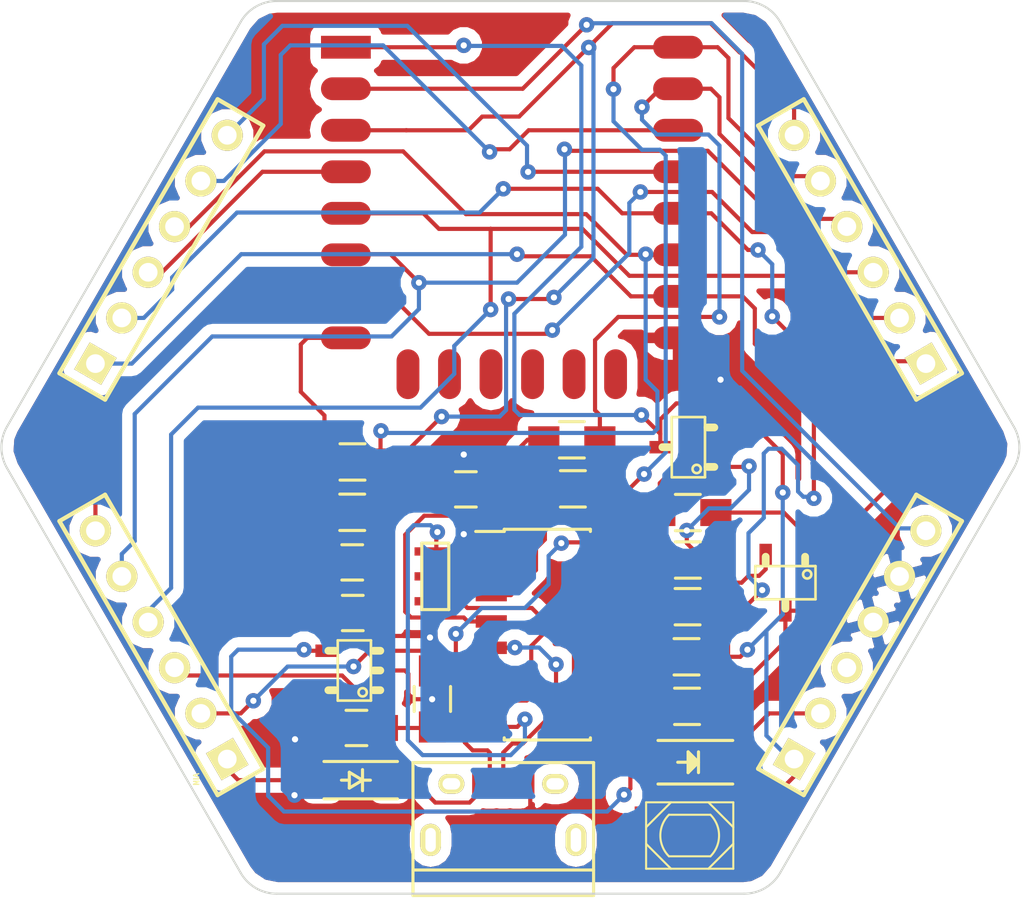
<source format=kicad_pcb>
(kicad_pcb (version 20160815) (host pcbnew 201610040835+7277~55~ubuntu16.04.1-)

  (general
    (links 72)
    (no_connects 0)
    (area 117.4115 29.766699 210.517001 81.9915)
    (thickness 1.6)
    (drawings 13)
    (tracks 540)
    (zones 0)
    (modules 29)
    (nets 46)
  )

  (page A4)
  (layers
    (0 F.Cu signal hide)
    (31 B.Cu signal)
    (32 B.Adhes user)
    (33 F.Adhes user)
    (34 B.Paste user)
    (35 F.Paste user)
    (36 B.SilkS user)
    (37 F.SilkS user)
    (38 B.Mask user)
    (39 F.Mask user)
    (40 Dwgs.User user)
    (41 Cmts.User user)
    (42 Eco1.User user)
    (43 Eco2.User user)
    (44 Edge.Cuts user)
    (45 Margin user)
    (46 B.CrtYd user)
    (47 F.CrtYd user)
    (48 B.Fab user)
    (49 F.Fab user)
  )

  (setup
    (last_trace_width 0.2)
    (trace_clearance 0.2)
    (zone_clearance 0.508)
    (zone_45_only no)
    (trace_min 0.2)
    (segment_width 0.01)
    (edge_width 0.1)
    (via_size 0.74)
    (via_drill 0.3)
    (via_min_size 0.64)
    (via_min_drill 0.3)
    (uvia_size 0.508)
    (uvia_drill 0.127)
    (uvias_allowed no)
    (uvia_min_size 0.508)
    (uvia_min_drill 0.127)
    (pcb_text_width 0.3)
    (pcb_text_size 1.5 1.5)
    (mod_edge_width 0.15)
    (mod_text_size 1 1)
    (mod_text_width 0.15)
    (pad_size 0.74 0.74)
    (pad_drill 0.3)
    (pad_to_mask_clearance 0.075)
    (aux_axis_origin 0 0)
    (visible_elements FFFCFF7F)
    (pcbplotparams
      (layerselection 0x00030_ffffffff)
      (usegerberextensions false)
      (excludeedgelayer true)
      (linewidth 0.100000)
      (plotframeref false)
      (viasonmask false)
      (mode 1)
      (useauxorigin false)
      (hpglpennumber 1)
      (hpglpenspeed 20)
      (hpglpendiameter 15)
      (psnegative false)
      (psa4output false)
      (plotreference true)
      (plotvalue true)
      (plotinvisibletext false)
      (padsonsilk false)
      (subtractmaskfromsilk false)
      (outputformat 1)
      (mirror false)
      (drillshape 1)
      (scaleselection 1)
      (outputdirectory ""))
  )

  (net 0 "")
  (net 1 VBUS)
  (net 2 GND)
  (net 3 +3V3)
  (net 4 "Net-(C4-Pad1)")
  (net 5 VIN)
  (net 6 "Net-(D3-Pad1)")
  (net 7 "Net-(IC1-Pad2)")
  (net 8 "Net-(IC1-Pad3)")
  (net 9 /D+)
  (net 10 /D-)
  (net 11 /XI)
  (net 12 /XO)
  (net 13 "Net-(IC1-Pad9)")
  (net 14 "Net-(IC1-Pad10)")
  (net 15 "Net-(IC1-Pad11)")
  (net 16 "Net-(IC1-Pad12)")
  (net 17 /DTR)
  (net 18 /RTS)
  (net 19 "Net-(IC1-Pad15)")
  (net 20 /GPIO15)
  (net 21 /GPIO0)
  (net 22 /GPIO16)
  (net 23 /GPIO2)
  (net 24 /GPIO5)
  (net 25 /GPIO4)
  (net 26 /EN)
  (net 27 /GPIO14)
  (net 28 /GPIO13)
  (net 29 /GPIO12)
  (net 30 /RXD)
  (net 31 /TXD)
  (net 32 /CH_PD)
  (net 33 /RESET)
  (net 34 "Net-(J4-Pad3)")
  (net 35 /ADC)
  (net 36 "Net-(Q1-Pad1)")
  (net 37 "Net-(Q2-Pad1)")
  (net 38 "Net-(U1-Pad9)")
  (net 39 "Net-(U1-Pad10)")
  (net 40 "Net-(U1-Pad11)")
  (net 41 "Net-(U1-Pad12)")
  (net 42 "Net-(U1-Pad13)")
  (net 43 "Net-(U1-Pad14)")
  (net 44 "Net-(U4-Pad4)")
  (net 45 "Net-(U2-Pad5)")

  (net_class Default "This is the default net class."
    (clearance 0.2)
    (trace_width 0.2)
    (via_dia 0.74)
    (via_drill 0.3)
    (uvia_dia 0.508)
    (uvia_drill 0.127)
    (diff_pair_gap 0.25)
    (diff_pair_width 0.2)
    (add_net +3V3)
    (add_net /ADC)
    (add_net /CH_PD)
    (add_net /D+)
    (add_net /D-)
    (add_net /DTR)
    (add_net /EN)
    (add_net /GPIO0)
    (add_net /GPIO12)
    (add_net /GPIO13)
    (add_net /GPIO14)
    (add_net /GPIO15)
    (add_net /GPIO16)
    (add_net /GPIO2)
    (add_net /GPIO4)
    (add_net /GPIO5)
    (add_net /RESET)
    (add_net /RTS)
    (add_net /RXD)
    (add_net /TXD)
    (add_net /XI)
    (add_net /XO)
    (add_net GND)
    (add_net "Net-(C4-Pad1)")
    (add_net "Net-(D3-Pad1)")
    (add_net "Net-(IC1-Pad10)")
    (add_net "Net-(IC1-Pad11)")
    (add_net "Net-(IC1-Pad12)")
    (add_net "Net-(IC1-Pad15)")
    (add_net "Net-(IC1-Pad2)")
    (add_net "Net-(IC1-Pad3)")
    (add_net "Net-(IC1-Pad9)")
    (add_net "Net-(J4-Pad3)")
    (add_net "Net-(Q1-Pad1)")
    (add_net "Net-(Q2-Pad1)")
    (add_net "Net-(U1-Pad10)")
    (add_net "Net-(U1-Pad11)")
    (add_net "Net-(U1-Pad12)")
    (add_net "Net-(U1-Pad13)")
    (add_net "Net-(U1-Pad14)")
    (add_net "Net-(U1-Pad9)")
    (add_net "Net-(U2-Pad5)")
    (add_net "Net-(U4-Pad4)")
    (add_net VBUS)
    (add_net VIN)
  )

  (module AB2_SOT23-5 (layer F.Cu) (tedit 57F50E39) (tstamp 579D7A61)
    (at 134.4803 68.4657 90)
    (path /579D0FA3)
    (fp_text reference U2 (at 0 -2.54 90) (layer F.SilkS) hide
      (effects (font (size 0.8128 0.8128) (thickness 0.0762)))
    )
    (fp_text value SPX3819 (at 0 2.54 90) (layer F.SilkS) hide
      (effects (font (size 0.8128 0.8128) (thickness 0.0762)))
    )
    (fp_line (start -0.95 -1.25) (end -0.95 -0.925) (layer F.SilkS) (width 0.375))
    (fp_line (start 0.95 -1.25) (end 0.95 -0.925) (layer F.SilkS) (width 0.375))
    (fp_line (start 0.95 0.925) (end 0.95 1.25) (layer F.SilkS) (width 0.375))
    (fp_line (start 0 0.925) (end 0 1.25) (layer F.SilkS) (width 0.375))
    (fp_line (start -1.45 -0.8) (end 1.45 -0.8) (layer F.SilkS) (width 0.127))
    (fp_line (start -1.45 0.8) (end 1.45 0.8) (layer F.SilkS) (width 0.127))
    (fp_line (start -0.95 0.925) (end -0.95 1.25) (layer F.SilkS) (width 0.375))
    (fp_circle (center -1.05 0.4) (end -0.85 0.4) (layer F.SilkS) (width 0.127))
    (fp_line (start 1.45 -0.8) (end 1.45 0.8) (layer F.SilkS) (width 0.127))
    (fp_line (start -1.45 0.8) (end -1.45 -0.8) (layer F.SilkS) (width 0.127))
    (pad 4 smd rect (at 0.95 -1.35 90) (size 0.6 1.05) (layers F.Cu F.Paste F.Mask)
      (net 3 +3V3))
    (pad 5 smd rect (at -0.95 -1.35 90) (size 0.6 1.05) (layers F.Cu F.Paste F.Mask)
      (net 45 "Net-(U2-Pad5)"))
    (pad 2 smd rect (at 0 1.35 90) (size 0.6 1.05) (layers F.Cu F.Paste F.Mask)
      (net 2 GND))
    (pad 3 smd rect (at 0.95 1.35 90) (size 0.6 1.05) (layers F.Cu F.Paste F.Mask)
      (net 26 /EN))
    (pad 1 smd rect (at -0.95 1.35 90) (size 0.6 1.05) (layers F.Cu F.Paste F.Mask)
      (net 1 VBUS))
    (model ${KIPRJMOD}/3D/SOT23-5.wrl
      (at (xyz 0 0 0))
      (scale (xyz 0.3937 0.3937 0.3937))
      (rotate (xyz 0 0 90))
    )
  )

  (module icezum:1x6-Socket-header-2.54mm locked (layer F.Cu) (tedit 57F50E39) (tstamp 579D5290)
    (at 122.0089 53.6829 60)
    (descr "Through hole socket strip")
    (tags "socket strip")
    (path /579E29FC)
    (fp_text reference J1 (at -0.3175 -1.9558 60) (layer F.SilkS) hide
      (effects (font (size 0.5 0.5) (thickness 0.04)))
    )
    (fp_text value 1x6_female_pin_Header_2.54mm (at 4.2926 1.9304 60) (layer Eco2.User)
      (effects (font (size 0.5 0.5) (thickness 0.04)))
    )
    (fp_line (start -0.254 0) (end 0.254 0) (layer F.CrtYd) (width 0.05))
    (fp_line (start 0 -0.254) (end 0 0.254) (layer F.CrtYd) (width 0.05))
    (fp_line (start -1.4478 -1.4478) (end 14.1605 -1.4478) (layer F.CrtYd) (width 0.05))
    (fp_line (start 14.1605 -1.4478) (end 14.1605 1.4478) (layer F.CrtYd) (width 0.05))
    (fp_line (start 14.1605 1.4478) (end -1.4351 1.4478) (layer F.CrtYd) (width 0.05))
    (fp_line (start -1.4351 1.4478) (end -1.4478 -1.4478) (layer F.CrtYd) (width 0.05))
    (fp_line (start -1.27 -1.27) (end 13.97 -1.27) (layer F.SilkS) (width 0.2032))
    (fp_line (start 13.97 -1.27) (end 13.97 1.27) (layer F.SilkS) (width 0.2032))
    (fp_line (start 13.97 1.27) (end -1.27 1.27) (layer F.SilkS) (width 0.2032))
    (fp_line (start -1.27 1.27) (end -1.27 -1.27) (layer F.SilkS) (width 0.2032))
    (pad 6 thru_hole circle (at 12.7 0 60) (size 1.5 1.5) (drill 0.9) (layers *.Cu *.Mask F.SilkS)
      (net 25 /GPIO4))
    (pad 5 thru_hole circle (at 10.16 0 60) (size 1.5 1.5) (drill 0.9) (layers *.Cu *.Mask F.SilkS)
      (net 24 /GPIO5))
    (pad 4 thru_hole circle (at 7.62 0 60) (size 1.5 1.5) (drill 0.9) (layers *.Cu *.Mask F.SilkS)
      (net 23 /GPIO2))
    (pad 3 thru_hole circle (at 5.08 0 60) (size 1.5 1.5) (drill 0.9) (layers *.Cu *.Mask F.SilkS)
      (net 22 /GPIO16))
    (pad 2 thru_hole circle (at 2.54 0 60) (size 1.5 1.5) (drill 0.9) (layers *.Cu *.Mask F.SilkS)
      (net 21 /GPIO0))
    (pad 1 thru_hole rect (at 0 0 60) (size 1.5 1.5) (drill 0.9) (layers *.Cu *.Mask F.SilkS)
      (net 20 /GPIO15))
    (model ${KIPRJMOD}/3D/1x6-male-header-black.wrl
      (at (xyz 0.2519685039370079 0 0))
      (scale (xyz 0.3937 0.3937 0.3937))
      (rotate (xyz 0 0 0))
    )
  )

  (module icezum:1x6-Socket-header-2.54mm locked (layer F.Cu) (tedit 57F50E39) (tstamp 579D529A)
    (at 128.3589 72.7329 120)
    (descr "Through hole socket strip")
    (tags "socket strip")
    (path /579E2D94)
    (fp_text reference J2 (at -0.3175 -1.9558 120) (layer F.SilkS) hide
      (effects (font (size 0.5 0.5) (thickness 0.04)))
    )
    (fp_text value 1x6_female_pin_Header_2.54mm (at 4.2926 1.9304 120) (layer Eco2.User)
      (effects (font (size 0.5 0.5) (thickness 0.04)))
    )
    (fp_line (start -0.254 0) (end 0.254 0) (layer F.CrtYd) (width 0.05))
    (fp_line (start 0 -0.254) (end 0 0.254) (layer F.CrtYd) (width 0.05))
    (fp_line (start -1.4478 -1.4478) (end 14.1605 -1.4478) (layer F.CrtYd) (width 0.05))
    (fp_line (start 14.1605 -1.4478) (end 14.1605 1.4478) (layer F.CrtYd) (width 0.05))
    (fp_line (start 14.1605 1.4478) (end -1.4351 1.4478) (layer F.CrtYd) (width 0.05))
    (fp_line (start -1.4351 1.4478) (end -1.4478 -1.4478) (layer F.CrtYd) (width 0.05))
    (fp_line (start -1.27 -1.27) (end 13.97 -1.27) (layer F.SilkS) (width 0.2032))
    (fp_line (start 13.97 -1.27) (end 13.97 1.27) (layer F.SilkS) (width 0.2032))
    (fp_line (start 13.97 1.27) (end -1.27 1.27) (layer F.SilkS) (width 0.2032))
    (fp_line (start -1.27 1.27) (end -1.27 -1.27) (layer F.SilkS) (width 0.2032))
    (pad 6 thru_hole circle (at 12.7 0 120) (size 1.5 1.5) (drill 0.9) (layers *.Cu *.Mask F.SilkS)
      (net 28 /GPIO13))
    (pad 5 thru_hole circle (at 10.16 0 120) (size 1.5 1.5) (drill 0.9) (layers *.Cu *.Mask F.SilkS)
      (net 29 /GPIO12))
    (pad 4 thru_hole circle (at 7.62 0 120) (size 1.5 1.5) (drill 0.9) (layers *.Cu *.Mask F.SilkS)
      (net 27 /GPIO14))
    (pad 3 thru_hole circle (at 5.08 0 120) (size 1.5 1.5) (drill 0.9) (layers *.Cu *.Mask F.SilkS)
      (net 1 VBUS))
    (pad 2 thru_hole circle (at 2.54 0 120) (size 1.5 1.5) (drill 0.9) (layers *.Cu *.Mask F.SilkS)
      (net 26 /EN))
    (pad 1 thru_hole rect (at 0 0 120) (size 1.5 1.5) (drill 0.9) (layers *.Cu *.Mask F.SilkS)
      (net 5 VIN))
    (model ${KIPRJMOD}/3D/1x6-male-header-yellow.wrl
      (at (xyz 0.2519685039370079 0 0))
      (scale (xyz 0.3937 0.3937 0.3937))
      (rotate (xyz 0 0 0))
    )
  )

  (module icezum:1x6-Socket-header-2.54mm locked (layer F.Cu) (tedit 57F50E39) (tstamp 579D52A4)
    (at 162.0139 53.6829 120)
    (descr "Through hole socket strip")
    (tags "socket strip")
    (path /579E2CB2)
    (fp_text reference J3 (at -0.3175 -1.9558 120) (layer F.SilkS) hide
      (effects (font (size 0.5 0.5) (thickness 0.04)))
    )
    (fp_text value 1x6_female_pin_Header_2.54mm (at 4.2926 1.9304 120) (layer Eco2.User)
      (effects (font (size 0.5 0.5) (thickness 0.04)))
    )
    (fp_line (start -0.254 0) (end 0.254 0) (layer F.CrtYd) (width 0.05))
    (fp_line (start 0 -0.254) (end 0 0.254) (layer F.CrtYd) (width 0.05))
    (fp_line (start -1.4478 -1.4478) (end 14.1605 -1.4478) (layer F.CrtYd) (width 0.05))
    (fp_line (start 14.1605 -1.4478) (end 14.1605 1.4478) (layer F.CrtYd) (width 0.05))
    (fp_line (start 14.1605 1.4478) (end -1.4351 1.4478) (layer F.CrtYd) (width 0.05))
    (fp_line (start -1.4351 1.4478) (end -1.4478 -1.4478) (layer F.CrtYd) (width 0.05))
    (fp_line (start -1.27 -1.27) (end 13.97 -1.27) (layer F.SilkS) (width 0.2032))
    (fp_line (start 13.97 -1.27) (end 13.97 1.27) (layer F.SilkS) (width 0.2032))
    (fp_line (start 13.97 1.27) (end -1.27 1.27) (layer F.SilkS) (width 0.2032))
    (fp_line (start -1.27 1.27) (end -1.27 -1.27) (layer F.SilkS) (width 0.2032))
    (pad 6 thru_hole circle (at 12.7 0 120) (size 1.5 1.5) (drill 0.9) (layers *.Cu *.Mask F.SilkS)
      (net 32 /CH_PD))
    (pad 5 thru_hole circle (at 10.16 0 120) (size 1.5 1.5) (drill 0.9) (layers *.Cu *.Mask F.SilkS)
      (net 31 /TXD))
    (pad 4 thru_hole circle (at 7.62 0 120) (size 1.5 1.5) (drill 0.9) (layers *.Cu *.Mask F.SilkS)
      (net 30 /RXD))
    (pad 3 thru_hole circle (at 5.08 0 120) (size 1.5 1.5) (drill 0.9) (layers *.Cu *.Mask F.SilkS)
      (net 29 /GPIO12))
    (pad 2 thru_hole circle (at 2.54 0 120) (size 1.5 1.5) (drill 0.9) (layers *.Cu *.Mask F.SilkS)
      (net 28 /GPIO13))
    (pad 1 thru_hole rect (at 0 0 120) (size 1.5 1.5) (drill 0.9) (layers *.Cu *.Mask F.SilkS)
      (net 27 /GPIO14))
    (model ${KIPRJMOD}/3D/1x6-male-header-blue.wrl
      (at (xyz 0.2519685039370079 0 0))
      (scale (xyz 0.3937 0.3937 0.3937))
      (rotate (xyz 0 0 0))
    )
  )

  (module icezum:1x6-Socket-header-2.54mm locked (layer F.Cu) (tedit 57F50E39) (tstamp 579D52AE)
    (at 155.6639 72.7329 60)
    (descr "Through hole socket strip")
    (tags "socket strip")
    (path /579E2E73)
    (fp_text reference J4 (at -0.3175 -1.9558 60) (layer F.SilkS) hide
      (effects (font (size 0.5 0.5) (thickness 0.04)))
    )
    (fp_text value 1x6_female_pin_Header_2.54mm (at 4.2926 1.9304 60) (layer Eco2.User)
      (effects (font (size 0.5 0.5) (thickness 0.04)))
    )
    (fp_line (start -0.254 0) (end 0.254 0) (layer F.CrtYd) (width 0.05))
    (fp_line (start 0 -0.254) (end 0 0.254) (layer F.CrtYd) (width 0.05))
    (fp_line (start -1.4478 -1.4478) (end 14.1605 -1.4478) (layer F.CrtYd) (width 0.05))
    (fp_line (start 14.1605 -1.4478) (end 14.1605 1.4478) (layer F.CrtYd) (width 0.05))
    (fp_line (start 14.1605 1.4478) (end -1.4351 1.4478) (layer F.CrtYd) (width 0.05))
    (fp_line (start -1.4351 1.4478) (end -1.4478 -1.4478) (layer F.CrtYd) (width 0.05))
    (fp_line (start -1.27 -1.27) (end 13.97 -1.27) (layer F.SilkS) (width 0.2032))
    (fp_line (start 13.97 -1.27) (end 13.97 1.27) (layer F.SilkS) (width 0.2032))
    (fp_line (start 13.97 1.27) (end -1.27 1.27) (layer F.SilkS) (width 0.2032))
    (fp_line (start -1.27 1.27) (end -1.27 -1.27) (layer F.SilkS) (width 0.2032))
    (pad 6 thru_hole circle (at 12.7 0 60) (size 1.5 1.5) (drill 0.9) (layers *.Cu *.Mask F.SilkS)
      (net 35 /ADC))
    (pad 5 thru_hole circle (at 10.16 0 60) (size 1.5 1.5) (drill 0.9) (layers *.Cu *.Mask F.SilkS)
      (net 2 GND))
    (pad 4 thru_hole circle (at 7.62 0 60) (size 1.5 1.5) (drill 0.9) (layers *.Cu *.Mask F.SilkS)
      (net 2 GND))
    (pad 3 thru_hole circle (at 5.08 0 60) (size 1.5 1.5) (drill 0.9) (layers *.Cu *.Mask F.SilkS)
      (net 34 "Net-(J4-Pad3)"))
    (pad 2 thru_hole circle (at 2.54 0 60) (size 1.5 1.5) (drill 0.9) (layers *.Cu *.Mask F.SilkS)
      (net 3 +3V3))
    (pad 1 thru_hole rect (at 0 0 60) (size 1.5 1.5) (drill 0.9) (layers *.Cu *.Mask F.SilkS)
      (net 33 /RESET))
    (model ${KIPRJMOD}/3D/1x6-male-header-red.wrl
      (at (xyz 0.2519685039370079 0 0))
      (scale (xyz 0.3937 0.3937 0.3937))
      (rotate (xyz 0 0 0))
    )
  )

  (module ESP8266:ESP-12E locked (layer F.Cu) (tedit 57F50E39) (tstamp 579D532B)
    (at 134.0739 38.4429)
    (descr "Module, ESP-8266, ESP-12, 16 pad, SMD")
    (tags "Module ESP-8266 ESP8266")
    (path /579DA8B1)
    (fp_text reference U1 (at -2 -2) (layer F.SilkS) hide
      (effects (font (size 1 1) (thickness 0.15)))
    )
    (fp_text value ESP-12E (at 8 1) (layer F.Fab)
      (effects (font (size 1 1) (thickness 0.15)))
    )
    (fp_line (start 16 -8.4) (end 0 -2.6) (layer F.CrtYd) (width 0.1524))
    (fp_line (start 0 -8.4) (end 16 -2.6) (layer F.CrtYd) (width 0.1524))
    (fp_text user "No Copper" (at 7.9 -5.4) (layer F.CrtYd)
      (effects (font (size 1 1) (thickness 0.15)))
    )
    (fp_line (start 0 -8.4) (end 0 -2.6) (layer F.CrtYd) (width 0.1524))
    (fp_line (start 0 -2.6) (end 16 -2.6) (layer F.CrtYd) (width 0.1524))
    (fp_line (start 16 -2.6) (end 16 -8.4) (layer F.CrtYd) (width 0.1524))
    (fp_line (start 16 -8.4) (end 0 -8.4) (layer F.CrtYd) (width 0.1524))
    (fp_line (start 16 -8.4) (end 16 15.6) (layer F.Fab) (width 0.1524))
    (fp_line (start 16 15.6) (end 0 15.6) (layer F.Fab) (width 0.1524))
    (fp_line (start 0 15.6) (end 0 -8.4) (layer F.Fab) (width 0.1524))
    (fp_line (start 0 -8.4) (end 16 -8.4) (layer F.Fab) (width 0.1524))
    (pad 22 smd oval (at 16 0) (size 2.4 1.1) (layers F.Cu F.Paste F.Mask)
      (net 31 /TXD))
    (pad 21 smd oval (at 16 2) (size 2.4 1.1) (layers F.Cu F.Paste F.Mask)
      (net 30 /RXD))
    (pad 20 smd oval (at 16 4) (size 2.4 1.1) (layers F.Cu F.Paste F.Mask)
      (net 24 /GPIO5))
    (pad 19 smd oval (at 16 6) (size 2.4 1.1) (layers F.Cu F.Paste F.Mask)
      (net 25 /GPIO4))
    (pad 18 smd oval (at 16 8) (size 2.4 1.1) (layers F.Cu F.Paste F.Mask)
      (net 21 /GPIO0))
    (pad 17 smd oval (at 16 10) (size 2.4 1.1) (layers F.Cu F.Paste F.Mask)
      (net 23 /GPIO2))
    (pad 16 smd oval (at 16 12) (size 2.4 1.1) (layers F.Cu F.Paste F.Mask)
      (net 20 /GPIO15))
    (pad 15 smd oval (at 16 14) (size 2.4 1.1) (layers F.Cu F.Paste F.Mask)
      (net 2 GND))
    (pad 8 smd oval (at 0 14) (size 2.4 1.1) (layers F.Cu F.Paste F.Mask)
      (net 3 +3V3))
    (pad 7 smd oval (at 0 12) (size 2.4 1.1) (layers F.Cu F.Paste F.Mask)
      (net 28 /GPIO13))
    (pad 6 smd oval (at 0 10) (size 2.4 1.1) (layers F.Cu F.Paste F.Mask)
      (net 29 /GPIO12))
    (pad 5 smd oval (at 0 8) (size 2.4 1.1) (layers F.Cu F.Paste F.Mask)
      (net 27 /GPIO14))
    (pad 4 smd oval (at 0 6) (size 2.4 1.1) (layers F.Cu F.Paste F.Mask)
      (net 22 /GPIO16))
    (pad 3 smd oval (at 0 4) (size 2.4 1.1) (layers F.Cu F.Paste F.Mask)
      (net 32 /CH_PD))
    (pad 2 smd oval (at 0 2) (size 2.4 1.1) (layers F.Cu F.Paste F.Mask)
      (net 35 /ADC))
    (pad 1 smd rect (at 0 0) (size 2.4 1.1) (layers F.Cu F.Paste F.Mask)
      (net 33 /RESET))
    (pad 14 smd oval (at 12.99 15.75 90) (size 2.4 1.1) (layers F.Cu F.Paste F.Mask)
      (net 43 "Net-(U1-Pad14)"))
    (pad 13 smd oval (at 10.99 15.75 90) (size 2.4 1.1) (layers F.Cu F.Paste F.Mask)
      (net 42 "Net-(U1-Pad13)"))
    (pad 12 smd oval (at 8.99 15.75 90) (size 2.4 1.1) (layers F.Cu F.Paste F.Mask)
      (net 41 "Net-(U1-Pad12)"))
    (pad 11 smd oval (at 6.99 15.75 90) (size 2.4 1.1) (layers F.Cu F.Paste F.Mask)
      (net 40 "Net-(U1-Pad11)"))
    (pad 10 smd oval (at 4.99 15.75 90) (size 2.4 1.1) (layers F.Cu F.Paste F.Mask)
      (net 39 "Net-(U1-Pad10)"))
    (pad 9 smd oval (at 2.99 15.75 90) (size 2.4 1.1) (layers F.Cu F.Paste F.Mask)
      (net 38 "Net-(U1-Pad9)"))
    (model ${KIPRJMOD}/packages3d/ESP-12f.wrl
      (at (xyz 0.3149606299212598 -0.1377952755905512 0))
      (scale (xyz 0.3937 0.3937 0.3937))
      (rotate (xyz 0 0 0))
    )
  )

  (module Connect:USB_Micro-B (layer F.Cu) (tedit 57F50E39) (tstamp 579D5349)
    (at 141.6558 75.4888)
    (descr "Micro USB Type B Receptacle")
    (tags "USB USB_B USB_micro USB_OTG")
    (path /579D4052)
    (attr smd)
    (fp_text reference U4 (at 0 -3.45) (layer F.SilkS) hide
      (effects (font (size 1 1) (thickness 0.15)))
    )
    (fp_text value MICRO-B_USB (at 0.2794 5.4102) (layer F.Fab)
      (effects (font (size 1 1) (thickness 0.15)))
    )
    (fp_line (start -4.6 -2.8) (end 4.6 -2.8) (layer F.CrtYd) (width 0.05))
    (fp_line (start 4.6 -2.8) (end 4.6 4.05) (layer F.CrtYd) (width 0.05))
    (fp_line (start 4.6 4.05) (end -4.6 4.05) (layer F.CrtYd) (width 0.05))
    (fp_line (start -4.6 4.05) (end -4.6 -2.8) (layer F.CrtYd) (width 0.05))
    (fp_line (start -4.3509 3.81746) (end 4.3491 3.81746) (layer F.SilkS) (width 0.15))
    (fp_line (start -4.3509 -2.58754) (end 4.3491 -2.58754) (layer F.SilkS) (width 0.15))
    (fp_line (start 4.3491 -2.58754) (end 4.3491 3.81746) (layer F.SilkS) (width 0.15))
    (fp_line (start 4.3491 2.58746) (end -4.3509 2.58746) (layer F.SilkS) (width 0.15))
    (fp_line (start -4.3509 3.81746) (end -4.3509 -2.58754) (layer F.SilkS) (width 0.15))
    (pad 6 thru_hole oval (at 3.4991 1.13746 90) (size 1.55 1) (drill oval 1.15 0.5) (layers *.Cu *.Mask F.SilkS))
    (pad 6 thru_hole oval (at -3.5009 1.13746 90) (size 1.55 1) (drill oval 1.15 0.5) (layers *.Cu *.Mask F.SilkS))
    (pad 6 thru_hole oval (at 2.4991 -1.56254 90) (size 0.95 1.25) (drill oval 0.55 0.85) (layers *.Cu *.Mask F.SilkS))
    (pad 6 thru_hole oval (at -2.5009 -1.56254 90) (size 0.95 1.25) (drill oval 0.55 0.85) (layers *.Cu *.Mask F.SilkS))
    (pad 5 smd rect (at 1.2991 -1.56254 90) (size 1.35 0.4) (layers F.Cu F.Paste F.Mask)
      (net 2 GND))
    (pad 4 smd rect (at 0.6491 -1.56254 90) (size 1.35 0.4) (layers F.Cu F.Paste F.Mask)
      (net 44 "Net-(U4-Pad4)"))
    (pad 3 smd rect (at -0.0009 -1.56254 90) (size 1.35 0.4) (layers F.Cu F.Paste F.Mask)
      (net 9 /D+))
    (pad 2 smd rect (at -0.6509 -1.56254 90) (size 1.35 0.4) (layers F.Cu F.Paste F.Mask)
      (net 10 /D-))
    (pad 1 smd rect (at -1.3009 -1.56254 90) (size 1.35 0.4) (layers F.Cu F.Paste F.Mask)
      (net 1 VBUS))
    (model ${KIPRJMOD}/packages3d/USB-micro-B.wrl
      (at (xyz 0 -0.01968503937007874 0))
      (scale (xyz 1 1 1))
      (rotate (xyz 0 0 -90))
    )
  )

  (module Capacitors_SMD:C_0805_HandSoldering (layer F.Cu) (tedit 57F50E39) (tstamp 579D79BD)
    (at 134.5819 71.2343 180)
    (descr "Capacitor SMD 0805, hand soldering")
    (tags "capacitor 0805")
    (path /579D1569)
    (attr smd)
    (fp_text reference C1 (at 0 -2.1 180) (layer F.SilkS) hide
      (effects (font (size 1 1) (thickness 0.15)))
    )
    (fp_text value 10uF (at 0 2.1 180) (layer F.Fab)
      (effects (font (size 1 1) (thickness 0.15)))
    )
    (fp_line (start -2.3 -1) (end 2.3 -1) (layer F.CrtYd) (width 0.05))
    (fp_line (start -2.3 1) (end 2.3 1) (layer F.CrtYd) (width 0.05))
    (fp_line (start -2.3 -1) (end -2.3 1) (layer F.CrtYd) (width 0.05))
    (fp_line (start 2.3 -1) (end 2.3 1) (layer F.CrtYd) (width 0.05))
    (fp_line (start 0.5 -0.85) (end -0.5 -0.85) (layer F.SilkS) (width 0.15))
    (fp_line (start -0.5 0.85) (end 0.5 0.85) (layer F.SilkS) (width 0.15))
    (pad 2 smd rect (at 1.25 0 180) (size 1.5 1.25) (layers F.Cu F.Paste F.Mask)
      (net 2 GND))
    (pad 1 smd rect (at -1.25 0 180) (size 1.5 1.25) (layers F.Cu F.Paste F.Mask)
      (net 1 VBUS))
    (model Capacitors_SMD.3dshapes/C_0805_HandSoldering.wrl
      (at (xyz 0 0 0))
      (scale (xyz 1 1 1))
      (rotate (xyz 0 0 0))
    )
  )

  (module Capacitors_SMD:C_0805_HandSoldering (layer F.Cu) (tedit 57F50E39) (tstamp 579D79C3)
    (at 134.4041 65.6971)
    (descr "Capacitor SMD 0805, hand soldering")
    (tags "capacitor 0805")
    (path /579D1648)
    (attr smd)
    (fp_text reference C2 (at 0 -2.1) (layer F.SilkS) hide
      (effects (font (size 1 1) (thickness 0.15)))
    )
    (fp_text value 1uF (at 0 2.1) (layer F.Fab)
      (effects (font (size 1 1) (thickness 0.15)))
    )
    (fp_line (start -2.3 -1) (end 2.3 -1) (layer F.CrtYd) (width 0.05))
    (fp_line (start -2.3 1) (end 2.3 1) (layer F.CrtYd) (width 0.05))
    (fp_line (start -2.3 -1) (end -2.3 1) (layer F.CrtYd) (width 0.05))
    (fp_line (start 2.3 -1) (end 2.3 1) (layer F.CrtYd) (width 0.05))
    (fp_line (start 0.5 -0.85) (end -0.5 -0.85) (layer F.SilkS) (width 0.15))
    (fp_line (start -0.5 0.85) (end 0.5 0.85) (layer F.SilkS) (width 0.15))
    (pad 2 smd rect (at 1.25 0) (size 1.5 1.25) (layers F.Cu F.Paste F.Mask)
      (net 2 GND))
    (pad 1 smd rect (at -1.25 0) (size 1.5 1.25) (layers F.Cu F.Paste F.Mask)
      (net 3 +3V3))
    (model Capacitors_SMD.3dshapes/C_0805_HandSoldering.wrl
      (at (xyz 0 0 0))
      (scale (xyz 1 1 1))
      (rotate (xyz 0 0 0))
    )
  )

  (module Capacitors_SMD:C_0805_HandSoldering (layer F.Cu) (tedit 57F50E39) (tstamp 579D79C9)
    (at 134.3787 63.2587)
    (descr "Capacitor SMD 0805, hand soldering")
    (tags "capacitor 0805")
    (path /579D1608)
    (attr smd)
    (fp_text reference C3 (at 0 -2.1) (layer F.SilkS) hide
      (effects (font (size 1 1) (thickness 0.15)))
    )
    (fp_text value 10uF (at 0 2.1) (layer F.Fab)
      (effects (font (size 1 1) (thickness 0.15)))
    )
    (fp_line (start -2.3 -1) (end 2.3 -1) (layer F.CrtYd) (width 0.05))
    (fp_line (start -2.3 1) (end 2.3 1) (layer F.CrtYd) (width 0.05))
    (fp_line (start -2.3 -1) (end -2.3 1) (layer F.CrtYd) (width 0.05))
    (fp_line (start 2.3 -1) (end 2.3 1) (layer F.CrtYd) (width 0.05))
    (fp_line (start 0.5 -0.85) (end -0.5 -0.85) (layer F.SilkS) (width 0.15))
    (fp_line (start -0.5 0.85) (end 0.5 0.85) (layer F.SilkS) (width 0.15))
    (pad 2 smd rect (at 1.25 0) (size 1.5 1.25) (layers F.Cu F.Paste F.Mask)
      (net 2 GND))
    (pad 1 smd rect (at -1.25 0) (size 1.5 1.25) (layers F.Cu F.Paste F.Mask)
      (net 3 +3V3))
    (model Capacitors_SMD.3dshapes/C_0805_HandSoldering.wrl
      (at (xyz 0 0 0))
      (scale (xyz 1 1 1))
      (rotate (xyz 0 0 0))
    )
  )

  (module Capacitors_SMD:C_0805_HandSoldering (layer F.Cu) (tedit 57F50E39) (tstamp 579D79CF)
    (at 139.8524 59.7408 180)
    (descr "Capacitor SMD 0805, hand soldering")
    (tags "capacitor 0805")
    (path /579D6665)
    (attr smd)
    (fp_text reference C4 (at 0 -2.1 180) (layer F.SilkS) hide
      (effects (font (size 1 1) (thickness 0.15)))
    )
    (fp_text value 10uF (at 0 2.1 180) (layer F.Fab)
      (effects (font (size 1 1) (thickness 0.15)))
    )
    (fp_line (start -2.3 -1) (end 2.3 -1) (layer F.CrtYd) (width 0.05))
    (fp_line (start -2.3 1) (end 2.3 1) (layer F.CrtYd) (width 0.05))
    (fp_line (start -2.3 -1) (end -2.3 1) (layer F.CrtYd) (width 0.05))
    (fp_line (start 2.3 -1) (end 2.3 1) (layer F.CrtYd) (width 0.05))
    (fp_line (start 0.5 -0.85) (end -0.5 -0.85) (layer F.SilkS) (width 0.15))
    (fp_line (start -0.5 0.85) (end 0.5 0.85) (layer F.SilkS) (width 0.15))
    (pad 2 smd rect (at 1.25 0 180) (size 1.5 1.25) (layers F.Cu F.Paste F.Mask)
      (net 2 GND))
    (pad 1 smd rect (at -1.25 0 180) (size 1.5 1.25) (layers F.Cu F.Paste F.Mask)
      (net 4 "Net-(C4-Pad1)"))
    (model Capacitors_SMD.3dshapes/C_0805_HandSoldering.wrl
      (at (xyz 0 0 0))
      (scale (xyz 1 1 1))
      (rotate (xyz 0 0 0))
    )
  )

  (module Diodes_SMD:SOD-123 (layer F.Cu) (tedit 57F50E39) (tstamp 579D79D5)
    (at 134.5565 73.7489 180)
    (descr SOD-123)
    (tags SOD-123)
    (path /579D10AA)
    (attr smd)
    (fp_text reference D1 (at 0 -2 180) (layer F.SilkS) hide
      (effects (font (size 1 1) (thickness 0.15)))
    )
    (fp_text value MBR120 (at 0 2.1 180) (layer F.Fab)
      (effects (font (size 1 1) (thickness 0.15)))
    )
    (fp_line (start 0.3175 0) (end 0.6985 0) (layer F.SilkS) (width 0.15))
    (fp_line (start -0.6985 0) (end -0.3175 0) (layer F.SilkS) (width 0.15))
    (fp_line (start -0.3175 0) (end 0.3175 -0.381) (layer F.SilkS) (width 0.15))
    (fp_line (start 0.3175 -0.381) (end 0.3175 0.381) (layer F.SilkS) (width 0.15))
    (fp_line (start 0.3175 0.381) (end -0.3175 0) (layer F.SilkS) (width 0.15))
    (fp_line (start -0.3175 -0.508) (end -0.3175 0.508) (layer F.SilkS) (width 0.15))
    (fp_line (start -2.25 -1.05) (end 2.25 -1.05) (layer F.CrtYd) (width 0.05))
    (fp_line (start 2.25 -1.05) (end 2.25 1.05) (layer F.CrtYd) (width 0.05))
    (fp_line (start 2.25 1.05) (end -2.25 1.05) (layer F.CrtYd) (width 0.05))
    (fp_line (start -2.25 -1.05) (end -2.25 1.05) (layer F.CrtYd) (width 0.05))
    (fp_line (start -2 0.9) (end 1.54 0.9) (layer F.SilkS) (width 0.15))
    (fp_line (start -2 -0.9) (end 1.54 -0.9) (layer F.SilkS) (width 0.15))
    (pad 2 smd rect (at 1.635 0 180) (size 0.91 1.22) (layers F.Cu F.Paste F.Mask)
      (net 5 VIN))
    (pad 1 smd rect (at -1.635 0 180) (size 0.91 1.22) (layers F.Cu F.Paste F.Mask)
      (net 1 VBUS))
    (model ${KIPRJMOD}/packages3d/SOD-323.wrl
      (at (xyz 0 0 0))
      (scale (xyz 1.5 1 1))
      (rotate (xyz 0 0 0))
    )
  )

  (module GTB2:LED_1206_Hand_Soldering (layer F.Cu) (tedit 57F50E39) (tstamp 579D79DB)
    (at 150.5585 72.8853 180)
    (descr "LED 1206 smd package")
    (tags "LED1206 SMD")
    (path /579E74FA)
    (attr smd)
    (fp_text reference D3 (at 0 -2 180) (layer F.SilkS) hide
      (effects (font (size 1 1) (thickness 0.15)))
    )
    (fp_text value PURPLE (at 0 2 180) (layer F.Fab)
      (effects (font (size 1 1) (thickness 0.15)))
    )
    (fp_line (start -2.15 1.05) (end 1.45 1.05) (layer F.SilkS) (width 0.15))
    (fp_line (start -2.15 -1.05) (end 1.45 -1.05) (layer F.SilkS) (width 0.15))
    (fp_line (start -0.1 -0.3) (end -0.1 0.3) (layer F.SilkS) (width 0.15))
    (fp_line (start -0.1 0.3) (end -0.4 0) (layer F.SilkS) (width 0.15))
    (fp_line (start -0.4 0) (end -0.2 -0.2) (layer F.SilkS) (width 0.15))
    (fp_line (start -0.2 -0.2) (end -0.2 0.05) (layer F.SilkS) (width 0.15))
    (fp_line (start -0.2 0.05) (end -0.25 0) (layer F.SilkS) (width 0.15))
    (fp_line (start -0.5 -0.5) (end -0.5 0.5) (layer F.SilkS) (width 0.15))
    (fp_line (start 0 0) (end 0.5 0) (layer F.SilkS) (width 0.15))
    (fp_line (start -0.5 0) (end 0 -0.5) (layer F.SilkS) (width 0.15))
    (fp_line (start 0 -0.5) (end 0 0.5) (layer F.SilkS) (width 0.15))
    (fp_line (start 0 0.5) (end -0.5 0) (layer F.SilkS) (width 0.15))
    (fp_line (start 2.5 -1.25) (end -2.5 -1.25) (layer F.CrtYd) (width 0.05))
    (fp_line (start -2.5 -1.25) (end -2.5 1.25) (layer F.CrtYd) (width 0.05))
    (fp_line (start -2.5 1.25) (end 2.5 1.25) (layer F.CrtYd) (width 0.05))
    (fp_line (start 2.5 1.25) (end 2.5 -1.25) (layer F.CrtYd) (width 0.05))
    (pad 1 smd rect (at -1.41986 0) (size 2.2 1.80086) (layers F.Cu F.Paste F.Mask)
      (net 6 "Net-(D3-Pad1)"))
    (pad 2 smd rect (at 1.41986 0) (size 2.2 1.80086) (layers F.Cu F.Paste F.Mask)
      (net 3 +3V3))
    (model LEDs.3dshapes/LED_1206.wrl
      (at (xyz 0 0 0))
      (scale (xyz 1 1 1))
      (rotate (xyz 0 0 180))
    )
  )

  (module Housings_SOIC:SOIC-16_3.9x9.9mm_Pitch1.27mm (layer F.Cu) (tedit 57F50E39) (tstamp 579D79FB)
    (at 143.7767 66.7385)
    (descr "16-Lead Plastic Small Outline (SL) - Narrow, 3.90 mm Body [SOIC] (see Microchip Packaging Specification 00000049BS.pdf)")
    (tags "SOIC 1.27")
    (path /579D41A6)
    (attr smd)
    (fp_text reference IC1 (at 0 -6) (layer F.SilkS) hide
      (effects (font (size 1 1) (thickness 0.15)))
    )
    (fp_text value CH340G (at 0 6) (layer F.Fab)
      (effects (font (size 1 1) (thickness 0.15)))
    )
    (fp_line (start -3.7 -5.25) (end -3.7 5.25) (layer F.CrtYd) (width 0.05))
    (fp_line (start 3.7 -5.25) (end 3.7 5.25) (layer F.CrtYd) (width 0.05))
    (fp_line (start -3.7 -5.25) (end 3.7 -5.25) (layer F.CrtYd) (width 0.05))
    (fp_line (start -3.7 5.25) (end 3.7 5.25) (layer F.CrtYd) (width 0.05))
    (fp_line (start -2.075 -5.075) (end -2.075 -4.97) (layer F.SilkS) (width 0.15))
    (fp_line (start 2.075 -5.075) (end 2.075 -4.97) (layer F.SilkS) (width 0.15))
    (fp_line (start 2.075 5.075) (end 2.075 4.97) (layer F.SilkS) (width 0.15))
    (fp_line (start -2.075 5.075) (end -2.075 4.97) (layer F.SilkS) (width 0.15))
    (fp_line (start -2.075 -5.075) (end 2.075 -5.075) (layer F.SilkS) (width 0.15))
    (fp_line (start -2.075 5.075) (end 2.075 5.075) (layer F.SilkS) (width 0.15))
    (fp_line (start -2.075 -4.97) (end -3.45 -4.97) (layer F.SilkS) (width 0.15))
    (pad 16 smd rect (at 2.7 -4.445) (size 1.5 0.6) (layers F.Cu F.Paste F.Mask)
      (net 1 VBUS))
    (pad 15 smd rect (at 2.7 -3.175) (size 1.5 0.6) (layers F.Cu F.Paste F.Mask)
      (net 19 "Net-(IC1-Pad15)"))
    (pad 14 smd rect (at 2.7 -1.905) (size 1.5 0.6) (layers F.Cu F.Paste F.Mask)
      (net 18 /RTS))
    (pad 13 smd rect (at 2.7 -0.635) (size 1.5 0.6) (layers F.Cu F.Paste F.Mask)
      (net 17 /DTR))
    (pad 12 smd rect (at 2.7 0.635) (size 1.5 0.6) (layers F.Cu F.Paste F.Mask)
      (net 16 "Net-(IC1-Pad12)"))
    (pad 11 smd rect (at 2.7 1.905) (size 1.5 0.6) (layers F.Cu F.Paste F.Mask)
      (net 15 "Net-(IC1-Pad11)"))
    (pad 10 smd rect (at 2.7 3.175) (size 1.5 0.6) (layers F.Cu F.Paste F.Mask)
      (net 14 "Net-(IC1-Pad10)"))
    (pad 9 smd rect (at 2.7 4.445) (size 1.5 0.6) (layers F.Cu F.Paste F.Mask)
      (net 13 "Net-(IC1-Pad9)"))
    (pad 8 smd rect (at -2.7 4.445) (size 1.5 0.6) (layers F.Cu F.Paste F.Mask)
      (net 12 /XO))
    (pad 7 smd rect (at -2.7 3.175) (size 1.5 0.6) (layers F.Cu F.Paste F.Mask)
      (net 11 /XI))
    (pad 6 smd rect (at -2.7 1.905) (size 1.5 0.6) (layers F.Cu F.Paste F.Mask)
      (net 10 /D-))
    (pad 5 smd rect (at -2.7 0.635) (size 1.5 0.6) (layers F.Cu F.Paste F.Mask)
      (net 9 /D+))
    (pad 4 smd rect (at -2.7 -0.635) (size 1.5 0.6) (layers F.Cu F.Paste F.Mask)
      (net 4 "Net-(C4-Pad1)"))
    (pad 3 smd rect (at -2.7 -1.905) (size 1.5 0.6) (layers F.Cu F.Paste F.Mask)
      (net 8 "Net-(IC1-Pad3)"))
    (pad 2 smd rect (at -2.7 -3.175) (size 1.5 0.6) (layers F.Cu F.Paste F.Mask)
      (net 7 "Net-(IC1-Pad2)"))
    (pad 1 smd rect (at -2.7 -4.445) (size 1.5 0.6) (layers F.Cu F.Paste F.Mask)
      (net 2 GND))
    (model Housings_SOIC.3dshapes/SOIC-16_3.9x9.9mm_Pitch1.27mm.wrl
      (at (xyz 0 0 0))
      (scale (xyz 1 1 1))
      (rotate (xyz 0 0 0))
    )
  )

  (module MazEsp-001:AB2_SOT23-3 (layer F.Cu) (tedit 57F50E39) (tstamp 579D7A02)
    (at 155.2448 64.2366 180)
    (path /579D9217)
    (fp_text reference Q1 (at 0 -2.54 180) (layer F.SilkS) hide
      (effects (font (size 0.8128 0.8128) (thickness 0.0762)))
    )
    (fp_text value PZT2222A (at 0 2.54 180) (layer F.SilkS) hide
      (effects (font (size 0.8128 0.8128) (thickness 0.0762)))
    )
    (fp_line (start 0 -1.25) (end 0 -0.925) (layer F.SilkS) (width 0.375))
    (fp_line (start 0.95 0.925) (end 0.95 1.25) (layer F.SilkS) (width 0.375))
    (fp_line (start -1.45 -0.8) (end 1.45 -0.8) (layer F.SilkS) (width 0.127))
    (fp_line (start -1.45 0.8) (end 1.45 0.8) (layer F.SilkS) (width 0.127))
    (fp_line (start -0.95 0.925) (end -0.95 1.25) (layer F.SilkS) (width 0.375))
    (fp_circle (center -1.05 0.4) (end -0.85 0.4) (layer F.SilkS) (width 0.127))
    (fp_line (start 1.45 -0.8) (end 1.45 0.8) (layer F.SilkS) (width 0.127))
    (fp_line (start -1.45 0.8) (end -1.45 -0.8) (layer F.SilkS) (width 0.127))
    (pad 3 smd rect (at 0.95 1.35 180) (size 0.6 1.05) (layers F.Cu F.Paste F.Mask)
      (net 17 /DTR))
    (pad 1 smd rect (at -0.95 1.35 180) (size 0.6 1.05) (layers F.Cu F.Paste F.Mask)
      (net 36 "Net-(Q1-Pad1)"))
    (pad 2 smd rect (at 0 -1.35 180) (size 0.6 1.05) (layers F.Cu F.Paste F.Mask)
      (net 21 /GPIO0))
    (model ${KIPRJMOD}/packages3d/SOT23-3.wrl
      (at (xyz 0 0 0))
      (scale (xyz 1 1 1))
      (rotate (xyz 0 0 -90))
    )
  )

  (module MazEsp-001:AB2_SOT23-3 (layer F.Cu) (tedit 57F50E39) (tstamp 579D7A09)
    (at 150.5712 57.7088 90)
    (path /579D92EB)
    (fp_text reference Q2 (at 0 -2.54 90) (layer F.SilkS) hide
      (effects (font (size 0.8128 0.8128) (thickness 0.0762)))
    )
    (fp_text value PZT2222A (at 0 2.54 90) (layer F.SilkS) hide
      (effects (font (size 0.8128 0.8128) (thickness 0.0762)))
    )
    (fp_line (start 0 -1.25) (end 0 -0.925) (layer F.SilkS) (width 0.375))
    (fp_line (start 0.95 0.925) (end 0.95 1.25) (layer F.SilkS) (width 0.375))
    (fp_line (start -1.45 -0.8) (end 1.45 -0.8) (layer F.SilkS) (width 0.127))
    (fp_line (start -1.45 0.8) (end 1.45 0.8) (layer F.SilkS) (width 0.127))
    (fp_line (start -0.95 0.925) (end -0.95 1.25) (layer F.SilkS) (width 0.375))
    (fp_circle (center -1.05 0.4) (end -0.85 0.4) (layer F.SilkS) (width 0.127))
    (fp_line (start 1.45 -0.8) (end 1.45 0.8) (layer F.SilkS) (width 0.127))
    (fp_line (start -1.45 0.8) (end -1.45 -0.8) (layer F.SilkS) (width 0.127))
    (pad 3 smd rect (at 0.95 1.35 90) (size 0.6 1.05) (layers F.Cu F.Paste F.Mask)
      (net 18 /RTS))
    (pad 1 smd rect (at -0.95 1.35 90) (size 0.6 1.05) (layers F.Cu F.Paste F.Mask)
      (net 37 "Net-(Q2-Pad1)"))
    (pad 2 smd rect (at 0 -1.35 90) (size 0.6 1.05) (layers F.Cu F.Paste F.Mask)
      (net 33 /RESET))
    (model ${KIPRJMOD}/packages3d/SOT23-3.wrl
      (at (xyz 0 0 0))
      (scale (xyz 1 1 1))
      (rotate (xyz 0 0 -90))
    )
  )

  (module Resistors_SMD:R_0805_HandSoldering (layer F.Cu) (tedit 57F50E39) (tstamp 579D7A0F)
    (at 138.2395 69.8373 90)
    (descr "Resistor SMD 0805, hand soldering")
    (tags "resistor 0805")
    (path /579D168E)
    (attr smd)
    (fp_text reference R1 (at 0 -2.1 90) (layer F.SilkS) hide
      (effects (font (size 1 1) (thickness 0.15)))
    )
    (fp_text value 10K (at 0 2.1 90) (layer F.Fab)
      (effects (font (size 1 1) (thickness 0.15)))
    )
    (fp_line (start -2.4 -1) (end 2.4 -1) (layer F.CrtYd) (width 0.05))
    (fp_line (start -2.4 1) (end 2.4 1) (layer F.CrtYd) (width 0.05))
    (fp_line (start -2.4 -1) (end -2.4 1) (layer F.CrtYd) (width 0.05))
    (fp_line (start 2.4 -1) (end 2.4 1) (layer F.CrtYd) (width 0.05))
    (fp_line (start 0.6 0.875) (end -0.6 0.875) (layer F.SilkS) (width 0.15))
    (fp_line (start -0.6 -0.875) (end 0.6 -0.875) (layer F.SilkS) (width 0.15))
    (pad 2 smd rect (at 1.35 0 90) (size 1.5 1.3) (layers F.Cu F.Paste F.Mask)
      (net 26 /EN))
    (pad 1 smd rect (at -1.35 0 90) (size 1.5 1.3) (layers F.Cu F.Paste F.Mask)
      (net 1 VBUS))
    (model Resistors_SMD.3dshapes/R_0805_HandSoldering.wrl
      (at (xyz 0 0 0))
      (scale (xyz 1 1 1))
      (rotate (xyz 0 0 0))
    )
  )

  (module Resistors_SMD:R_0805_HandSoldering (layer F.Cu) (tedit 57F50E39) (tstamp 579D7A15)
    (at 150.4823 67.8053)
    (descr "Resistor SMD 0805, hand soldering")
    (tags "resistor 0805")
    (path /579D315B)
    (attr smd)
    (fp_text reference R3 (at 0 -2.1) (layer F.SilkS) hide
      (effects (font (size 1 1) (thickness 0.15)))
    )
    (fp_text value 10K (at 0 2.1) (layer F.Fab)
      (effects (font (size 1 1) (thickness 0.15)))
    )
    (fp_line (start -2.4 -1) (end 2.4 -1) (layer F.CrtYd) (width 0.05))
    (fp_line (start -2.4 1) (end 2.4 1) (layer F.CrtYd) (width 0.05))
    (fp_line (start -2.4 -1) (end -2.4 1) (layer F.CrtYd) (width 0.05))
    (fp_line (start 2.4 -1) (end 2.4 1) (layer F.CrtYd) (width 0.05))
    (fp_line (start 0.6 0.875) (end -0.6 0.875) (layer F.SilkS) (width 0.15))
    (fp_line (start -0.6 -0.875) (end 0.6 -0.875) (layer F.SilkS) (width 0.15))
    (pad 2 smd rect (at 1.35 0) (size 1.5 1.3) (layers F.Cu F.Paste F.Mask)
      (net 33 /RESET))
    (pad 1 smd rect (at -1.35 0) (size 1.5 1.3) (layers F.Cu F.Paste F.Mask)
      (net 3 +3V3))
    (model Resistors_SMD.3dshapes/R_0805_HandSoldering.wrl
      (at (xyz 0 0 0))
      (scale (xyz 1 1 1))
      (rotate (xyz 0 0 0))
    )
  )

  (module Resistors_SMD:R_0805_HandSoldering (layer F.Cu) (tedit 57F50E39) (tstamp 579D7A1B)
    (at 134.3914 58.42 180)
    (descr "Resistor SMD 0805, hand soldering")
    (tags "resistor 0805")
    (path /579E0C9D)
    (attr smd)
    (fp_text reference R4 (at 0 -2.1 180) (layer F.SilkS) hide
      (effects (font (size 1 1) (thickness 0.15)))
    )
    (fp_text value 1K (at 0 2.1 180) (layer F.Fab)
      (effects (font (size 1 1) (thickness 0.15)))
    )
    (fp_line (start -2.4 -1) (end 2.4 -1) (layer F.CrtYd) (width 0.05))
    (fp_line (start -2.4 1) (end 2.4 1) (layer F.CrtYd) (width 0.05))
    (fp_line (start -2.4 -1) (end -2.4 1) (layer F.CrtYd) (width 0.05))
    (fp_line (start 2.4 -1) (end 2.4 1) (layer F.CrtYd) (width 0.05))
    (fp_line (start 0.6 0.875) (end -0.6 0.875) (layer F.SilkS) (width 0.15))
    (fp_line (start -0.6 -0.875) (end 0.6 -0.875) (layer F.SilkS) (width 0.15))
    (pad 2 smd rect (at 1.35 0 180) (size 1.5 1.3) (layers F.Cu F.Paste F.Mask)
      (net 3 +3V3))
    (pad 1 smd rect (at -1.35 0 180) (size 1.5 1.3) (layers F.Cu F.Paste F.Mask)
      (net 23 /GPIO2))
    (model Resistors_SMD.3dshapes/R_0805_HandSoldering.wrl
      (at (xyz 0 0 0))
      (scale (xyz 1 1 1))
      (rotate (xyz 0 0 0))
    )
  )

  (module Resistors_SMD:R_0805_HandSoldering (layer F.Cu) (tedit 57F50E39) (tstamp 579D7A21)
    (at 134.3787 60.8457 180)
    (descr "Resistor SMD 0805, hand soldering")
    (tags "resistor 0805")
    (path /579E0FD1)
    (attr smd)
    (fp_text reference R5 (at 0 -2.1 180) (layer F.SilkS) hide
      (effects (font (size 1 1) (thickness 0.15)))
    )
    (fp_text value 1K (at 0 2.1 180) (layer F.Fab)
      (effects (font (size 1 1) (thickness 0.15)))
    )
    (fp_line (start -2.4 -1) (end 2.4 -1) (layer F.CrtYd) (width 0.05))
    (fp_line (start -2.4 1) (end 2.4 1) (layer F.CrtYd) (width 0.05))
    (fp_line (start -2.4 -1) (end -2.4 1) (layer F.CrtYd) (width 0.05))
    (fp_line (start 2.4 -1) (end 2.4 1) (layer F.CrtYd) (width 0.05))
    (fp_line (start 0.6 0.875) (end -0.6 0.875) (layer F.SilkS) (width 0.15))
    (fp_line (start -0.6 -0.875) (end 0.6 -0.875) (layer F.SilkS) (width 0.15))
    (pad 2 smd rect (at 1.35 0 180) (size 1.5 1.3) (layers F.Cu F.Paste F.Mask)
      (net 3 +3V3))
    (pad 1 smd rect (at -1.35 0 180) (size 1.5 1.3) (layers F.Cu F.Paste F.Mask)
      (net 32 /CH_PD))
    (model Resistors_SMD.3dshapes/R_0805_HandSoldering.wrl
      (at (xyz 0 0 0))
      (scale (xyz 1 1 1))
      (rotate (xyz 0 0 0))
    )
  )

  (module Resistors_SMD:R_0805_HandSoldering (layer F.Cu) (tedit 57F50E39) (tstamp 579D7A27)
    (at 150.5331 65.3923)
    (descr "Resistor SMD 0805, hand soldering")
    (tags "resistor 0805")
    (path /579E103A)
    (attr smd)
    (fp_text reference R6 (at 0 -2.1) (layer F.SilkS) hide
      (effects (font (size 1 1) (thickness 0.15)))
    )
    (fp_text value 1K (at 0 2.1) (layer F.Fab)
      (effects (font (size 1 1) (thickness 0.15)))
    )
    (fp_line (start -2.4 -1) (end 2.4 -1) (layer F.CrtYd) (width 0.05))
    (fp_line (start -2.4 1) (end 2.4 1) (layer F.CrtYd) (width 0.05))
    (fp_line (start -2.4 -1) (end -2.4 1) (layer F.CrtYd) (width 0.05))
    (fp_line (start 2.4 -1) (end 2.4 1) (layer F.CrtYd) (width 0.05))
    (fp_line (start 0.6 0.875) (end -0.6 0.875) (layer F.SilkS) (width 0.15))
    (fp_line (start -0.6 -0.875) (end 0.6 -0.875) (layer F.SilkS) (width 0.15))
    (pad 2 smd rect (at 1.35 0) (size 1.5 1.3) (layers F.Cu F.Paste F.Mask)
      (net 20 /GPIO15))
    (pad 1 smd rect (at -1.35 0) (size 1.5 1.3) (layers F.Cu F.Paste F.Mask)
      (net 2 GND))
    (model Resistors_SMD.3dshapes/R_0805_HandSoldering.wrl
      (at (xyz 0 0 0))
      (scale (xyz 1 1 1))
      (rotate (xyz 0 0 0))
    )
  )

  (module Resistors_SMD:R_0805_HandSoldering (layer F.Cu) (tedit 57F50E39) (tstamp 579D7A2D)
    (at 150.5458 60.8584 180)
    (descr "Resistor SMD 0805, hand soldering")
    (tags "resistor 0805")
    (path /579D9571)
    (attr smd)
    (fp_text reference R7 (at 0 -2.1 180) (layer F.SilkS) hide
      (effects (font (size 1 1) (thickness 0.15)))
    )
    (fp_text value 10K (at 0 2.1 180) (layer F.Fab)
      (effects (font (size 1 1) (thickness 0.15)))
    )
    (fp_line (start -2.4 -1) (end 2.4 -1) (layer F.CrtYd) (width 0.05))
    (fp_line (start -2.4 1) (end 2.4 1) (layer F.CrtYd) (width 0.05))
    (fp_line (start -2.4 -1) (end -2.4 1) (layer F.CrtYd) (width 0.05))
    (fp_line (start 2.4 -1) (end 2.4 1) (layer F.CrtYd) (width 0.05))
    (fp_line (start 0.6 0.875) (end -0.6 0.875) (layer F.SilkS) (width 0.15))
    (fp_line (start -0.6 -0.875) (end 0.6 -0.875) (layer F.SilkS) (width 0.15))
    (pad 2 smd rect (at 1.35 0 180) (size 1.5 1.3) (layers F.Cu F.Paste F.Mask)
      (net 18 /RTS))
    (pad 1 smd rect (at -1.35 0 180) (size 1.5 1.3) (layers F.Cu F.Paste F.Mask)
      (net 36 "Net-(Q1-Pad1)"))
    (model Resistors_SMD.3dshapes/R_0805_HandSoldering.wrl
      (at (xyz 0 0 0))
      (scale (xyz 1 1 1))
      (rotate (xyz 0 0 0))
    )
  )

  (module Resistors_SMD:R_0805_HandSoldering (layer F.Cu) (tedit 57F50E39) (tstamp 579D7A33)
    (at 150.5458 63.1444 180)
    (descr "Resistor SMD 0805, hand soldering")
    (tags "resistor 0805")
    (path /579D983F)
    (attr smd)
    (fp_text reference R8 (at 0 -2.1 180) (layer F.SilkS) hide
      (effects (font (size 1 1) (thickness 0.15)))
    )
    (fp_text value 10K (at 0 2.1 180) (layer F.Fab)
      (effects (font (size 1 1) (thickness 0.15)))
    )
    (fp_line (start -2.4 -1) (end 2.4 -1) (layer F.CrtYd) (width 0.05))
    (fp_line (start -2.4 1) (end 2.4 1) (layer F.CrtYd) (width 0.05))
    (fp_line (start -2.4 -1) (end -2.4 1) (layer F.CrtYd) (width 0.05))
    (fp_line (start 2.4 -1) (end 2.4 1) (layer F.CrtYd) (width 0.05))
    (fp_line (start 0.6 0.875) (end -0.6 0.875) (layer F.SilkS) (width 0.15))
    (fp_line (start -0.6 -0.875) (end 0.6 -0.875) (layer F.SilkS) (width 0.15))
    (pad 2 smd rect (at 1.35 0 180) (size 1.5 1.3) (layers F.Cu F.Paste F.Mask)
      (net 17 /DTR))
    (pad 1 smd rect (at -1.35 0 180) (size 1.5 1.3) (layers F.Cu F.Paste F.Mask)
      (net 37 "Net-(Q2-Pad1)"))
    (model Resistors_SMD.3dshapes/R_0805_HandSoldering.wrl
      (at (xyz 0 0 0))
      (scale (xyz 1 1 1))
      (rotate (xyz 0 0 0))
    )
  )

  (module Resistors_SMD:R_0805_HandSoldering (layer F.Cu) (tedit 57F50E39) (tstamp 579D7A39)
    (at 150.5077 70.1929)
    (descr "Resistor SMD 0805, hand soldering")
    (tags "resistor 0805")
    (path /579E6C23)
    (attr smd)
    (fp_text reference R9 (at 0 -2.1) (layer F.SilkS) hide
      (effects (font (size 1 1) (thickness 0.15)))
    )
    (fp_text value 1K (at 0 2.1) (layer F.Fab)
      (effects (font (size 1 1) (thickness 0.15)))
    )
    (fp_line (start -2.4 -1) (end 2.4 -1) (layer F.CrtYd) (width 0.05))
    (fp_line (start -2.4 1) (end 2.4 1) (layer F.CrtYd) (width 0.05))
    (fp_line (start -2.4 -1) (end -2.4 1) (layer F.CrtYd) (width 0.05))
    (fp_line (start 2.4 -1) (end 2.4 1) (layer F.CrtYd) (width 0.05))
    (fp_line (start 0.6 0.875) (end -0.6 0.875) (layer F.SilkS) (width 0.15))
    (fp_line (start -0.6 -0.875) (end 0.6 -0.875) (layer F.SilkS) (width 0.15))
    (pad 2 smd rect (at 1.35 0) (size 1.5 1.3) (layers F.Cu F.Paste F.Mask)
      (net 6 "Net-(D3-Pad1)"))
    (pad 1 smd rect (at -1.35 0) (size 1.5 1.3) (layers F.Cu F.Paste F.Mask)
      (net 21 /GPIO0))
    (model Resistors_SMD.3dshapes/R_0805_HandSoldering.wrl
      (at (xyz 0 0 0))
      (scale (xyz 1 1 1))
      (rotate (xyz 0 0 0))
    )
  )

  (module Resistors_SMD:R_0805_HandSoldering (layer F.Cu) (tedit 57F50E39) (tstamp 579D7A4B)
    (at 144.9578 57.3532 180)
    (descr "Resistor SMD 0805, hand soldering")
    (tags "resistor 0805")
    (path /579D56A0)
    (attr smd)
    (fp_text reference R12 (at 0 -2.1 180) (layer F.SilkS) hide
      (effects (font (size 1 1) (thickness 0.15)))
    )
    (fp_text value 470 (at 0 2.1 180) (layer F.Fab)
      (effects (font (size 1 1) (thickness 0.15)))
    )
    (fp_line (start -2.4 -1) (end 2.4 -1) (layer F.CrtYd) (width 0.05))
    (fp_line (start -2.4 1) (end 2.4 1) (layer F.CrtYd) (width 0.05))
    (fp_line (start -2.4 -1) (end -2.4 1) (layer F.CrtYd) (width 0.05))
    (fp_line (start 2.4 -1) (end 2.4 1) (layer F.CrtYd) (width 0.05))
    (fp_line (start 0.6 0.875) (end -0.6 0.875) (layer F.SilkS) (width 0.15))
    (fp_line (start -0.6 -0.875) (end 0.6 -0.875) (layer F.SilkS) (width 0.15))
    (pad 2 smd rect (at 1.35 0 180) (size 1.5 1.3) (layers F.Cu F.Paste F.Mask)
      (net 7 "Net-(IC1-Pad2)"))
    (pad 1 smd rect (at -1.35 0 180) (size 1.5 1.3) (layers F.Cu F.Paste F.Mask)
      (net 30 /RXD))
    (model Resistors_SMD.3dshapes/R_0805_HandSoldering.wrl
      (at (xyz 0 0 0))
      (scale (xyz 1 1 1))
      (rotate (xyz 0 0 0))
    )
  )

  (module Resistors_SMD:R_0805_HandSoldering (layer F.Cu) (tedit 57F50E39) (tstamp 579D7A51)
    (at 145.0086 59.7154 180)
    (descr "Resistor SMD 0805, hand soldering")
    (tags "resistor 0805")
    (path /579D5972)
    (attr smd)
    (fp_text reference R13 (at 0 -2.1 180) (layer F.SilkS) hide
      (effects (font (size 1 1) (thickness 0.15)))
    )
    (fp_text value 470 (at 0 2.1 180) (layer F.Fab)
      (effects (font (size 1 1) (thickness 0.15)))
    )
    (fp_line (start -2.4 -1) (end 2.4 -1) (layer F.CrtYd) (width 0.05))
    (fp_line (start -2.4 1) (end 2.4 1) (layer F.CrtYd) (width 0.05))
    (fp_line (start -2.4 -1) (end -2.4 1) (layer F.CrtYd) (width 0.05))
    (fp_line (start 2.4 -1) (end 2.4 1) (layer F.CrtYd) (width 0.05))
    (fp_line (start 0.6 0.875) (end -0.6 0.875) (layer F.SilkS) (width 0.15))
    (fp_line (start -0.6 -0.875) (end 0.6 -0.875) (layer F.SilkS) (width 0.15))
    (pad 2 smd rect (at 1.35 0 180) (size 1.5 1.3) (layers F.Cu F.Paste F.Mask)
      (net 8 "Net-(IC1-Pad3)"))
    (pad 1 smd rect (at -1.35 0 180) (size 1.5 1.3) (layers F.Cu F.Paste F.Mask)
      (net 31 /TXD))
    (model Resistors_SMD.3dshapes/R_0805_HandSoldering.wrl
      (at (xyz 0 0 0))
      (scale (xyz 1 1 1))
      (rotate (xyz 0 0 0))
    )
  )

  (module makerlab:RESONATOR_CSTCE (layer F.Cu) (tedit 57F50E39) (tstamp 579D7A58)
    (at 138.43 63.9318 90)
    (path /579D46A2)
    (fp_text reference RES1 (at 0 6.35 90) (layer F.SilkS) hide
      (effects (font (size 1 1) (thickness 0.15)))
    )
    (fp_text value AB2_RES_3P (at 0 -7.62 90) (layer F.Fab)
      (effects (font (size 1 1) (thickness 0.15)))
    )
    (fp_line (start -1.6 -0.7) (end 1.6 -0.7) (layer F.SilkS) (width 0.15))
    (fp_line (start 1.6 -0.7) (end 1.6 0.6) (layer F.SilkS) (width 0.15))
    (fp_line (start 1.6 0.6) (end -1.6 0.6) (layer F.SilkS) (width 0.15))
    (fp_line (start -1.6 0.6) (end -1.6 -0.7) (layer F.SilkS) (width 0.15))
    (pad 1 smd rect (at -1.2 0 90) (size 0.4 2.1) (layers F.Cu F.Paste F.Mask)
      (net 11 /XI))
    (pad 3 smd rect (at 1.2 0 90) (size 0.4 2.1) (layers F.Cu F.Paste F.Mask)
      (net 12 /XO))
    (pad 2 smd rect (at 0 0 90) (size 0.4 2.1) (layers F.Cu F.Paste F.Mask)
      (net 2 GND))
    (model ${KIPRJMOD}/3D/RESONATOR-SMD.wrl
      (at (xyz 0 0 0))
      (scale (xyz 0.3937 0.3937 0.3937))
      (rotate (xyz 0 0 0))
    )
  )

  (module makerlab:PUSHBUTTON_SMD_PTS810 (layer F.Cu) (tedit 57F50E39) (tstamp 579D7A69)
    (at 150.6347 76.4159 180)
    (path /579D367E)
    (fp_text reference U3 (at 0 2.6 180) (layer F.SilkS) hide
      (effects (font (size 1 1) (thickness 0.15)))
    )
    (fp_text value PUSHBUTTON (at 0 -2.4 180) (layer F.SilkS) hide
      (effects (font (size 1 1) (thickness 0.15)))
    )
    (fp_arc (start 0 0) (end -1 1) (angle 90) (layer F.SilkS) (width 0.1))
    (fp_arc (start 0 0) (end 1 -1) (angle 90) (layer F.SilkS) (width 0.1))
    (fp_line (start 1 -1) (end -1 -1) (layer F.SilkS) (width 0.1))
    (fp_line (start -1 1) (end 1 1) (layer F.SilkS) (width 0.1))
    (fp_line (start -2.1 0.4) (end -0.9 1.6) (layer F.SilkS) (width 0.1))
    (fp_line (start 0.9 1.6) (end 2.1 0.4) (layer F.SilkS) (width 0.1))
    (fp_line (start 2.1 -0.4) (end 0.9 -1.6) (layer F.SilkS) (width 0.1))
    (fp_line (start -2.1 -0.4) (end -0.9 -1.6) (layer F.SilkS) (width 0.1))
    (fp_line (start -2.1 1.6) (end 2.1 1.6) (layer F.SilkS) (width 0.1))
    (fp_line (start 2.1 1.6) (end 2.1 -1.6) (layer F.SilkS) (width 0.1))
    (fp_line (start 2.1 -1.6) (end -2.1 -1.6) (layer F.SilkS) (width 0.1))
    (fp_line (start -2.1 -1.6) (end -2.1 1.6) (layer F.SilkS) (width 0.1))
    (pad 4 smd rect (at 2.05 1.075 180) (size 1.2 0.65) (layers F.Cu F.Paste F.Mask)
      (net 33 /RESET))
    (pad 3 smd rect (at -2.05 1.075 180) (size 1.2 0.65) (layers F.Cu F.Paste F.Mask)
      (net 33 /RESET))
    (pad 2 smd rect (at 2.05 -1.075 180) (size 1.2 0.65) (layers F.Cu F.Paste F.Mask)
      (net 2 GND))
    (pad 1 smd rect (at -2.05 -1.075 180) (size 1.2 0.65) (layers F.Cu F.Paste F.Mask)
      (net 2 GND))
    (model ${KIPRJMOD}/3D/SW-SMD.wrl
      (at (xyz 0 0 0))
      (scale (xyz 0.2937 0.2937 0.2937))
      (rotate (xyz 0 0 90))
    )
  )

  (module images:robot_001 (layer F.Cu) (tedit 0) (tstamp 57B10E04)
    (at 175.006 43.2816)
    (fp_text reference G*** (at 0 0) (layer F.SilkS) hide
      (effects (font (thickness 0.3)))
    )
    (fp_text value LOGO (at 0.75 0) (layer F.SilkS) hide
      (effects (font (thickness 0.3)))
    )
    (fp_poly (pts (xy -4.804794 -6.836029) (xy -4.706859 -6.669205) (xy -4.562408 -6.402826) (xy -4.399707 -6.089259)
      (xy -4.369845 -6.030221) (xy -4.060859 -5.416658) (xy -0.82393 -5.438829) (xy 2.413 -5.461)
      (xy 2.458588 -5.54904) (xy 3.132667 -5.54904) (xy 3.206863 -5.518039) (xy 3.387796 -5.503489)
      (xy 3.410745 -5.503334) (xy 3.638744 -5.542437) (xy 3.796664 -5.690339) (xy 3.836762 -5.753772)
      (xy 3.984699 -6.004211) (xy 3.730256 -6.135789) (xy 3.475812 -6.267366) (xy 3.304239 -5.931056)
      (xy 3.20043 -5.718196) (xy 3.139434 -5.574993) (xy 3.132667 -5.54904) (xy 2.458588 -5.54904)
      (xy 3.22338 -7.025996) (xy 3.983151 -6.644417) (xy 4.742921 -6.262837) (xy 4.529034 -5.840752)
      (xy 4.315148 -5.418667) (xy 5.334 -5.418667) (xy 5.334 6.858) (xy -6.942666 6.858)
      (xy -6.942666 -4.826) (xy -6.35 -4.826) (xy -6.35 6.351226) (xy 4.699 6.307666)
      (xy 4.720776 0.740833) (xy 4.742551 -4.826) (xy -6.35 -4.826) (xy -6.942666 -4.826)
      (xy -6.942666 -5.418667) (xy -6.519333 -5.418667) (xy -6.27421 -5.434579) (xy -6.122363 -5.47564)
      (xy -6.096 -5.506707) (xy -6.13194 -5.631901) (xy -6.221895 -5.839042) (xy -6.259976 -5.916122)
      (xy -5.612104 -5.916122) (xy -5.54243 -5.751089) (xy -5.537927 -5.742367) (xy -5.428243 -5.584002)
      (xy -5.276241 -5.515991) (xy -5.068088 -5.503334) (xy -4.852135 -5.50869) (xy -4.774784 -5.54228)
      (xy -4.805313 -5.630386) (xy -4.845421 -5.693834) (xy -4.985074 -5.923354) (xy -5.071035 -6.077134)
      (xy -5.150087 -6.202339) (xy -5.237486 -6.21923) (xy -5.398232 -6.136917) (xy -5.417311 -6.125667)
      (xy -5.577964 -6.016935) (xy -5.612104 -5.916122) (xy -6.259976 -5.916122) (xy -6.260658 -5.917502)
      (xy -6.425316 -6.240258) (xy -5.678036 -6.634266) (xy -4.930757 -7.028274) (xy -4.804794 -6.836029)) (layer F.SilkS) (width 0.01))
    (fp_poly (pts (xy 3.979334 5.588) (xy -5.252291 5.588) (xy -5.245887 4.995333) (xy -4.663515 4.995333)
      (xy -3.471333 4.995333) (xy -3.471333 3.556) (xy -2.878666 3.556) (xy -2.878666 4.995333)
      (xy -1.778 4.995333) (xy -1.778 3.640666) (xy -1.185333 3.640666) (xy -1.185333 4.995333)
      (xy 0 4.995333) (xy 0 3.640666) (xy 0.508 3.640666) (xy 0.508 4.995333)
      (xy 1.693334 4.995333) (xy 2.286 4.995333) (xy 3.478182 4.995333) (xy 3.429 3.598333)
      (xy 2.286 3.548263) (xy 2.286 4.995333) (xy 1.693334 4.995333) (xy 1.693334 3.640666)
      (xy 0.508 3.640666) (xy 0 3.640666) (xy -1.185333 3.640666) (xy -1.778 3.640666)
      (xy -1.778 3.556) (xy -2.878666 3.556) (xy -3.471333 3.556) (xy -3.471333 3.548263)
      (xy -4.614333 3.598333) (xy -4.663515 4.995333) (xy -5.245887 4.995333) (xy -5.229646 3.4925)
      (xy -5.212948 1.947333) (xy -4.656666 1.947333) (xy -4.656666 2.610555) (xy -4.649914 2.930899)
      (xy -4.632022 3.182371) (xy -4.606535 3.319758) (xy -4.600222 3.330222) (xy -4.491948 3.359601)
      (xy -4.265948 3.380016) (xy -4.007555 3.386666) (xy -3.471333 3.386666) (xy -3.471333 1.947333)
      (xy -2.878666 1.947333) (xy -2.878666 3.386666) (xy -1.778 3.386666) (xy -1.778 1.947333)
      (xy -1.185333 1.947333) (xy -1.185333 3.394403) (xy -0.042333 3.344333) (xy -0.017742 2.645833)
      (xy 0.006848 1.947333) (xy 0.508 1.947333) (xy 0.508 3.386666) (xy 1.693334 3.386666)
      (xy 1.693334 1.947333) (xy 2.286 1.947333) (xy 2.286 3.386666) (xy 3.471334 3.386666)
      (xy 3.471334 1.947333) (xy 2.286 1.947333) (xy 1.693334 1.947333) (xy 0.508 1.947333)
      (xy 0.006848 1.947333) (xy -1.185333 1.947333) (xy -1.778 1.947333) (xy -2.878666 1.947333)
      (xy -3.471333 1.947333) (xy -4.656666 1.947333) (xy -5.212948 1.947333) (xy -5.207 1.397)
      (xy 3.979334 1.353208) (xy 3.979334 5.588)) (layer F.SilkS) (width 0.01))
    (fp_poly (pts (xy -3.3655 -3.367598) (xy -1.989666 -3.344334) (xy -1.989666 -0.550334) (xy -3.3655 -0.52707)
      (xy -4.741333 -0.503806) (xy -4.741333 -2.794) (xy -4.148666 -2.794) (xy -4.148666 -1.100667)
      (xy -2.54 -1.100667) (xy -2.54 -2.794) (xy -4.148666 -2.794) (xy -4.741333 -2.794)
      (xy -4.741333 -3.390862) (xy -3.3655 -3.367598)) (layer F.SilkS) (width 0.01))
    (fp_poly (pts (xy 3.513667 -0.550334) (xy 2.135984 -0.527061) (xy 1.597925 -0.520929) (xy 1.208217 -0.524312)
      (xy 0.946076 -0.5385) (xy 0.790719 -0.564786) (xy 0.721364 -0.604458) (xy 0.715518 -0.615283)
      (xy 0.702165 -0.735209) (xy 0.693597 -0.992232) (xy 0.690252 -1.354171) (xy 0.692081 -1.697714)
      (xy 1.280984 -1.697714) (xy 1.285399 -1.415202) (xy 1.299691 -1.239217) (xy 1.306024 -1.213578)
      (xy 1.379878 -1.156499) (xy 1.563611 -1.120789) (xy 1.879629 -1.103472) (xy 2.156343 -1.100667)
      (xy 2.963334 -1.100667) (xy 2.963334 -2.800132) (xy 2.137834 -2.7759) (xy 1.312334 -2.751667)
      (xy 1.287515 -2.039078) (xy 1.280984 -1.697714) (xy 0.692081 -1.697714) (xy 0.692567 -1.788846)
      (xy 0.6962 -2.035555) (xy 0.719667 -3.344334) (xy 3.513667 -3.344334) (xy 3.513667 -0.550334)) (layer F.SilkS) (width 0.01))
  )

  (gr_text VIN (at 126.8476 73.7108 270) (layer F.SilkS)
    (effects (font (size 0.25 0.25) (thickness 0.0625)))
  )
  (gr_line (start 166.247611 58.7179) (end 154.989281 78.2179) (layer Edge.Cuts) (width 0.1))
  (gr_arc (start 164.51556 57.7179) (end 166.247611 58.7179) (angle -60) (layer Edge.Cuts) (width 0.1))
  (gr_arc (start 153.25723 77.2179) (end 153.25723 79.2179) (angle -60) (layer Edge.Cuts) (width 0.1))
  (gr_line (start 154.989281 37.2179) (end 166.247611 56.7179) (layer Edge.Cuts) (width 0.1))
  (gr_line (start 153.25723 79.2179) (end 130.74057 79.2179) (layer Edge.Cuts) (width 0.1))
  (gr_arc (start 153.25723 38.2179) (end 154.989281 37.2179) (angle -60) (layer Edge.Cuts) (width 0.1))
  (gr_arc (start 130.74057 77.2179) (end 129.008519 78.2179) (angle -60) (layer Edge.Cuts) (width 0.1))
  (gr_line (start 130.74057 36.2179) (end 153.25723 36.2179) (layer Edge.Cuts) (width 0.1))
  (gr_line (start 129.008519 78.2179) (end 117.750189 58.7179) (layer Edge.Cuts) (width 0.1))
  (gr_arc (start 130.74057 38.2179) (end 130.74057 36.2179) (angle -60) (layer Edge.Cuts) (width 0.1))
  (gr_arc (start 119.48224 57.7179) (end 117.750189 56.7179) (angle -60) (layer Edge.Cuts) (width 0.1))
  (gr_line (start 117.750189 56.7179) (end 129.008519 37.2179) (layer Edge.Cuts) (width 0.1))

  (segment (start 138.2395 71.1873) (end 139.1755 71.1873) (width 0.2) (layer F.Cu) (net 1))
  (segment (start 139.1755 71.1873) (end 139.3698 70.993) (width 0.2) (layer F.Cu) (net 1) (tstamp 579E3128))
  (segment (start 139.3698 70.993) (end 139.3698 66.7004) (width 0.2) (layer F.Cu) (net 1) (tstamp 579E3129))
  (via (at 139.3698 66.7004) (size 0.74) (drill 0.3) (layers F.Cu B.Cu) (net 1))
  (segment (start 139.3698 66.7004) (end 140.6144 65.4558) (width 0.2) (layer B.Cu) (net 1) (tstamp 579E312C))
  (segment (start 140.6144 65.4558) (end 142.6972 65.4558) (width 0.2) (layer B.Cu) (net 1) (tstamp 579E312D))
  (segment (start 142.6972 65.4558) (end 143.8402 64.3128) (width 0.2) (layer B.Cu) (net 1) (tstamp 579E312F))
  (segment (start 143.8402 64.3128) (end 143.8402 62.9412) (width 0.2) (layer B.Cu) (net 1) (tstamp 579E3130))
  (segment (start 143.8402 62.9412) (end 144.4498 62.3316) (width 0.2) (layer B.Cu) (net 1) (tstamp 579E3132))
  (via (at 144.4498 62.3316) (size 0.74) (drill 0.3) (layers F.Cu B.Cu) (net 1))
  (segment (start 144.4498 62.3316) (end 144.4879 62.2935) (width 0.2) (layer F.Cu) (net 1) (tstamp 579E3134))
  (segment (start 144.4879 62.2935) (end 146.4767 62.2935) (width 0.2) (layer F.Cu) (net 1) (tstamp 579E3135))
  (segment (start 135.8303 69.4157) (end 134.5971 69.4157) (width 0.2) (layer F.Cu) (net 1))
  (segment (start 133.8884 68.707) (end 126.192409 68.707) (width 0.2) (layer F.Cu) (net 1) (tstamp 579E309A))
  (segment (start 134.5971 69.4157) (end 133.8884 68.707) (width 0.2) (layer F.Cu) (net 1) (tstamp 579E3099))
  (segment (start 126.192409 68.707) (end 125.8189 68.333491) (width 0.2) (layer F.Cu) (net 1) (tstamp 579E309B))
  (segment (start 135.8319 71.2343) (end 135.8319 69.4173) (width 0.2) (layer F.Cu) (net 1))
  (segment (start 135.8319 69.4173) (end 135.8303 69.4157) (width 0.2) (layer F.Cu) (net 1) (tstamp 579E3092))
  (segment (start 135.8319 71.2343) (end 138.1925 71.2343) (width 0.2) (layer F.Cu) (net 1))
  (segment (start 138.1925 71.2343) (end 138.2395 71.1873) (width 0.2) (layer F.Cu) (net 1) (tstamp 579E308F))
  (segment (start 136.1915 73.7489) (end 136.1915 71.5939) (width 0.2) (layer F.Cu) (net 1))
  (segment (start 136.1915 71.5939) (end 135.8319 71.2343) (width 0.2) (layer F.Cu) (net 1) (tstamp 579E308C))
  (segment (start 140.3549 73.92626) (end 140.3549 74.5037) (width 0.2) (layer F.Cu) (net 1))
  (segment (start 140.3549 74.5037) (end 140.0302 74.8284) (width 0.2) (layer F.Cu) (net 1) (tstamp 579E3084))
  (segment (start 140.0302 74.8284) (end 138.3792 74.8284) (width 0.2) (layer F.Cu) (net 1) (tstamp 579E3085))
  (segment (start 138.3792 74.8284) (end 137.8966 74.3458) (width 0.2) (layer F.Cu) (net 1) (tstamp 579E3086))
  (segment (start 137.8966 74.3458) (end 137.8966 73.914) (width 0.2) (layer F.Cu) (net 1) (tstamp 579E3087))
  (segment (start 137.8966 73.914) (end 137.7315 73.7489) (width 0.2) (layer F.Cu) (net 1) (tstamp 579E3088))
  (segment (start 137.7315 73.7489) (end 136.1915 73.7489) (width 0.2) (layer F.Cu) (net 1) (tstamp 579E3089))
  (segment (start 142.9549 73.92626) (end 142.9549 72.9705) (width 0.2) (layer F.Cu) (net 2))
  (segment (start 149.1831 66.3867) (end 149.1831 65.3923) (width 0.2) (layer F.Cu) (net 2) (tstamp 579E6277))
  (segment (start 148.9964 66.5734) (end 149.1831 66.3867) (width 0.2) (layer F.Cu) (net 2) (tstamp 579E6276))
  (segment (start 147.955 66.5734) (end 148.9964 66.5734) (width 0.2) (layer F.Cu) (net 2) (tstamp 579E6275))
  (segment (start 147.7772 66.7512) (end 147.955 66.5734) (width 0.2) (layer F.Cu) (net 2) (tstamp 579E6274))
  (segment (start 145.288 66.7512) (end 147.7772 66.7512) (width 0.2) (layer F.Cu) (net 2) (tstamp 579E6273))
  (segment (start 145.0594 66.9798) (end 145.288 66.7512) (width 0.2) (layer F.Cu) (net 2) (tstamp 579E6272))
  (segment (start 145.0594 70.866) (end 145.0594 66.9798) (width 0.2) (layer F.Cu) (net 2) (tstamp 579E6270))
  (segment (start 142.9549 72.9705) (end 145.0594 70.866) (width 0.2) (layer F.Cu) (net 2) (tstamp 579E626F))
  (segment (start 150.0739 52.4429) (end 150.1059 52.4429) (width 0.2) (layer F.Cu) (net 2))
  (segment (start 150.1059 52.4429) (end 152.1206 54.4576) (width 0.2) (layer F.Cu) (net 2) (tstamp 579E6266))
  (via (at 152.1206 54.4576) (size 0.74) (drill 0.3) (layers F.Cu B.Cu) (net 2))
  (segment (start 152.1206 54.4576) (end 152.5016 54.8386) (width 0.2) (layer B.Cu) (net 2) (tstamp 579E6268))
  (segment (start 152.5016 54.8386) (end 153.0604 54.8386) (width 0.2) (layer B.Cu) (net 2) (tstamp 579E6269))
  (segment (start 153.0604 54.8386) (end 160.7439 62.5221) (width 0.2) (layer B.Cu) (net 2) (tstamp 579E626A))
  (segment (start 160.7439 62.5221) (end 160.7439 63.934082) (width 0.2) (layer B.Cu) (net 2) (tstamp 579E626B))
  (segment (start 142.9549 73.92626) (end 142.9549 75.3655) (width 0.2) (layer F.Cu) (net 2))
  (segment (start 142.9549 75.3655) (end 142.8496 75.2602) (width 0.2) (layer F.Cu) (net 2) (tstamp 579E624F))
  (segment (start 132.1689 71.2343) (end 133.3319 71.2343) (width 0.2) (layer F.Cu) (net 2) (tstamp 579E625B))
  (segment (start 131.6228 71.7804) (end 132.1689 71.2343) (width 0.2) (layer F.Cu) (net 2) (tstamp 579E625A))
  (via (at 131.6228 71.7804) (size 0.74) (drill 0.3) (layers F.Cu B.Cu) (net 2))
  (segment (start 131.6228 74.4474) (end 131.6228 71.7804) (width 0.2) (layer B.Cu) (net 2) (tstamp 579E6258))
  (segment (start 131.5974 74.4728) (end 131.6228 74.4474) (width 0.2) (layer B.Cu) (net 2) (tstamp 579E6257))
  (via (at 131.5974 74.4728) (size 0.74) (drill 0.3) (layers F.Cu B.Cu) (net 2))
  (segment (start 131.5974 75.184) (end 131.5974 74.4728) (width 0.2) (layer F.Cu) (net 2) (tstamp 579E6252))
  (segment (start 131.6736 75.2602) (end 131.5974 75.184) (width 0.2) (layer F.Cu) (net 2) (tstamp 579E6251))
  (segment (start 142.8496 75.2602) (end 131.6736 75.2602) (width 0.2) (layer F.Cu) (net 2) (tstamp 579E6250))
  (segment (start 138.43 63.9318) (end 139.5984 63.9318) (width 0.2) (layer F.Cu) (net 2))
  (segment (start 139.8524 62.4586) (end 140.0175 62.2935) (width 0.2) (layer F.Cu) (net 2) (tstamp 579E5088))
  (segment (start 139.8524 63.6778) (end 139.8524 62.4586) (width 0.2) (layer F.Cu) (net 2) (tstamp 579E5082))
  (segment (start 139.5984 63.9318) (end 139.8524 63.6778) (width 0.2) (layer F.Cu) (net 2) (tstamp 579E507C))
  (segment (start 135.6287 63.2587) (end 135.6287 65.6717) (width 0.2) (layer F.Cu) (net 2))
  (segment (start 135.6287 65.6717) (end 135.6541 65.6971) (width 0.2) (layer F.Cu) (net 2) (tstamp 579E5048))
  (segment (start 141.0767 62.2935) (end 140.0175 62.2935) (width 0.2) (layer F.Cu) (net 2))
  (segment (start 138.6024 58.0952) (end 138.6024 59.7408) (width 0.2) (layer F.Cu) (net 2) (tstamp 579E503D))
  (segment (start 138.8364 57.8612) (end 138.6024 58.0952) (width 0.2) (layer F.Cu) (net 2) (tstamp 579E503B))
  (segment (start 139.5476 57.8612) (end 138.8364 57.8612) (width 0.2) (layer F.Cu) (net 2) (tstamp 579E5039))
  (segment (start 139.7508 58.0644) (end 139.5476 57.8612) (width 0.2) (layer F.Cu) (net 2) (tstamp 579E5038))
  (via (at 139.7508 58.0644) (size 0.74) (drill 0.3) (layers F.Cu B.Cu) (net 2))
  (segment (start 139.7508 60.0964) (end 139.7508 58.0644) (width 0.2) (layer B.Cu) (net 2) (tstamp 579E5020))
  (segment (start 139.7508 61.8998) (end 139.7508 60.0964) (width 0.2) (layer B.Cu) (net 2) (tstamp 579E501F))
  (via (at 139.7508 61.8998) (size 0.74) (drill 0.3) (layers F.Cu B.Cu) (net 2))
  (segment (start 139.7508 62.0268) (end 139.7508 61.8998) (width 0.2) (layer F.Cu) (net 2) (tstamp 579E501B))
  (segment (start 140.0175 62.2935) (end 139.7508 62.0268) (width 0.2) (layer F.Cu) (net 2) (tstamp 579E5013))
  (segment (start 135.8303 68.4657) (end 136.9187 68.4657) (width 0.2) (layer F.Cu) (net 2))
  (segment (start 135.6541 66.5915) (end 135.6541 65.6971) (width 0.2) (layer F.Cu) (net 2) (tstamp 579E5001))
  (segment (start 135.8646 66.802) (end 135.6541 66.5915) (width 0.2) (layer F.Cu) (net 2) (tstamp 579E4FFF))
  (segment (start 138.049 66.802) (end 135.8646 66.802) (width 0.2) (layer F.Cu) (net 2) (tstamp 579E4FF4))
  (segment (start 138.1252 66.8782) (end 138.049 66.802) (width 0.2) (layer F.Cu) (net 2) (tstamp 579E4FF3))
  (via (at 138.1252 66.8782) (size 0.74) (drill 0.3) (layers F.Cu B.Cu) (net 2))
  (segment (start 138.2522 66.8782) (end 138.1252 66.8782) (width 0.2) (layer B.Cu) (net 2) (tstamp 579E4FEB))
  (segment (start 139.0396 67.6656) (end 138.2522 66.8782) (width 0.2) (layer B.Cu) (net 2) (tstamp 579E4FEA))
  (segment (start 139.0396 69.0372) (end 139.0396 67.6656) (width 0.2) (layer B.Cu) (net 2) (tstamp 579E4FD7))
  (segment (start 138.2268 69.85) (end 139.0396 69.0372) (width 0.2) (layer B.Cu) (net 2) (tstamp 579E4FD6))
  (via (at 138.2268 69.85) (size 0.74) (drill 0.3) (layers F.Cu B.Cu) (net 2))
  (segment (start 137.2108 69.85) (end 138.2268 69.85) (width 0.2) (layer F.Cu) (net 2) (tstamp 579E4FD0))
  (segment (start 137.0838 69.723) (end 137.2108 69.85) (width 0.2) (layer F.Cu) (net 2) (tstamp 579E4FCE))
  (segment (start 137.0838 68.6308) (end 137.0838 69.723) (width 0.2) (layer F.Cu) (net 2) (tstamp 579E4FBA))
  (segment (start 136.9187 68.4657) (end 137.0838 68.6308) (width 0.2) (layer F.Cu) (net 2) (tstamp 579E4FA7))
  (segment (start 148.5847 77.4909) (end 147.9505 77.4909) (width 0.2) (layer F.Cu) (net 2))
  (segment (start 143.2814 75.692) (end 142.9549 75.3655) (width 0.2) (layer F.Cu) (net 2) (tstamp 579E4F88))
  (segment (start 144.1196 75.692) (end 143.2814 75.692) (width 0.2) (layer F.Cu) (net 2) (tstamp 579E4F87))
  (segment (start 144.7292 75.0824) (end 144.1196 75.692) (width 0.2) (layer F.Cu) (net 2) (tstamp 579E4F84))
  (segment (start 146.3294 75.0824) (end 144.7292 75.0824) (width 0.2) (layer F.Cu) (net 2) (tstamp 579E4F80))
  (segment (start 146.7358 75.4888) (end 146.3294 75.0824) (width 0.2) (layer F.Cu) (net 2) (tstamp 579E4F7F))
  (segment (start 146.7358 76.2762) (end 146.7358 75.4888) (width 0.2) (layer F.Cu) (net 2) (tstamp 579E4F7D))
  (segment (start 147.9505 77.4909) (end 146.7358 76.2762) (width 0.2) (layer F.Cu) (net 2) (tstamp 579E4F7B))
  (segment (start 149.13864 72.8853) (end 147.9677 72.8853) (width 0.2) (layer F.Cu) (net 3))
  (segment (start 147.9677 72.8853) (end 147.7772 73.0758) (width 0.2) (layer F.Cu) (net 3) (tstamp 579E6239))
  (segment (start 132.1079 67.5157) (end 133.1303 67.5157) (width 0.2) (layer F.Cu) (net 3) (tstamp 579E6249))
  (segment (start 132.0546 67.4624) (end 132.1079 67.5157) (width 0.2) (layer F.Cu) (net 3) (tstamp 579E6248))
  (via (at 132.0546 67.4624) (size 0.74) (drill 0.3) (layers F.Cu B.Cu) (net 3))
  (segment (start 128.8796 67.4624) (end 132.0546 67.4624) (width 0.2) (layer B.Cu) (net 3) (tstamp 579E6246))
  (segment (start 128.5494 67.7926) (end 128.8796 67.4624) (width 0.2) (layer B.Cu) (net 3) (tstamp 579E6245))
  (segment (start 128.5494 70.4088) (end 128.5494 67.7926) (width 0.2) (layer B.Cu) (net 3) (tstamp 579E6244))
  (segment (start 130.3274 72.1868) (end 128.5494 70.4088) (width 0.2) (layer B.Cu) (net 3) (tstamp 579E6242))
  (segment (start 130.3274 74.4982) (end 130.3274 72.1868) (width 0.2) (layer B.Cu) (net 3) (tstamp 579E6241))
  (segment (start 131.0894 75.2602) (end 130.3274 74.4982) (width 0.2) (layer B.Cu) (net 3) (tstamp 579E6240))
  (segment (start 146.6596 75.2602) (end 131.0894 75.2602) (width 0.2) (layer B.Cu) (net 3) (tstamp 579E623E))
  (segment (start 147.4724 74.4474) (end 146.6596 75.2602) (width 0.2) (layer B.Cu) (net 3) (tstamp 579E623D))
  (via (at 147.4724 74.4474) (size 0.74) (drill 0.3) (layers F.Cu B.Cu) (net 3))
  (segment (start 147.7772 74.1426) (end 147.4724 74.4474) (width 0.2) (layer F.Cu) (net 3) (tstamp 579E623B))
  (segment (start 147.7772 73.0758) (end 147.7772 74.1426) (width 0.2) (layer F.Cu) (net 3) (tstamp 579E623A))
  (segment (start 156.9339 70.533195) (end 154.460005 70.533195) (width 0.2) (layer F.Cu) (net 3))
  (segment (start 149.13864 73.92924) (end 149.13864 72.8853) (width 0.2) (layer F.Cu) (net 3) (tstamp 579E5CB9))
  (segment (start 149.733 74.5236) (end 149.13864 73.92924) (width 0.2) (layer F.Cu) (net 3) (tstamp 579E5CB8))
  (segment (start 153.2128 74.5236) (end 149.733 74.5236) (width 0.2) (layer F.Cu) (net 3) (tstamp 579E5CB6))
  (segment (start 153.4414 74.295) (end 153.2128 74.5236) (width 0.2) (layer F.Cu) (net 3) (tstamp 579E5CB5))
  (segment (start 153.4414 71.5518) (end 153.4414 74.295) (width 0.2) (layer F.Cu) (net 3) (tstamp 579E5CA7))
  (segment (start 154.460005 70.533195) (end 153.4414 71.5518) (width 0.2) (layer F.Cu) (net 3) (tstamp 579E5CA1))
  (segment (start 149.1323 68.6473) (end 149.1323 67.8053) (width 0.2) (layer F.Cu) (net 3) (tstamp 579E5C9B))
  (segment (start 148.971 68.8086) (end 149.1323 68.6473) (width 0.2) (layer F.Cu) (net 3) (tstamp 579E5C99))
  (segment (start 148.082 68.8086) (end 148.971 68.8086) (width 0.2) (layer F.Cu) (net 3) (tstamp 579E5C98))
  (segment (start 147.8026 69.088) (end 148.082 68.8086) (width 0.2) (layer F.Cu) (net 3) (tstamp 579E5C97))
  (segment (start 147.8026 72.7202) (end 147.8026 69.088) (width 0.2) (layer F.Cu) (net 3) (tstamp 579E5C92))
  (segment (start 147.9677 72.8853) (end 147.8026 72.7202) (width 0.2) (layer F.Cu) (net 3) (tstamp 579E5C7C))
  (segment (start 134.0739 52.4429) (end 132.2151 52.4429) (width 0.2) (layer F.Cu) (net 3))
  (segment (start 133.0414 56.181) (end 133.0414 58.42) (width 0.2) (layer F.Cu) (net 3) (tstamp 579E5B30))
  (segment (start 131.9022 55.0418) (end 133.0414 56.181) (width 0.2) (layer F.Cu) (net 3) (tstamp 579E5B2E))
  (segment (start 131.9022 52.7558) (end 131.9022 55.0418) (width 0.2) (layer F.Cu) (net 3) (tstamp 579E5B2A))
  (segment (start 132.2151 52.4429) (end 131.9022 52.7558) (width 0.2) (layer F.Cu) (net 3) (tstamp 579E5B23))
  (segment (start 133.0287 60.8457) (end 133.0287 58.4327) (width 0.2) (layer F.Cu) (net 3))
  (segment (start 133.0287 58.4327) (end 133.0414 58.42) (width 0.2) (layer F.Cu) (net 3) (tstamp 579E5B06))
  (segment (start 149.1323 67.8053) (end 149.1323 67.1919) (width 0.2) (layer F.Cu) (net 3))
  (segment (start 148.5519 67.8053) (end 149.1323 67.8053) (width 0.2) (layer F.Cu) (net 3) (tstamp 579E31D9))
  (segment (start 133.1287 63.2587) (end 133.1287 60.9457) (width 0.2) (layer F.Cu) (net 3))
  (segment (start 133.1287 60.9457) (end 133.0287 60.8457) (width 0.2) (layer F.Cu) (net 3) (tstamp 579E30A4))
  (segment (start 133.1541 65.6971) (end 133.1541 63.2841) (width 0.2) (layer F.Cu) (net 3))
  (segment (start 133.1541 63.2841) (end 133.1287 63.2587) (width 0.2) (layer F.Cu) (net 3) (tstamp 579E30A1))
  (segment (start 133.1303 67.5157) (end 133.1303 65.7209) (width 0.2) (layer F.Cu) (net 3))
  (segment (start 133.1303 65.7209) (end 133.1541 65.6971) (width 0.2) (layer F.Cu) (net 3) (tstamp 579E309E))
  (segment (start 141.0767 66.1035) (end 139.9413 66.1035) (width 0.2) (layer F.Cu) (net 4))
  (segment (start 141.1024 60.6752) (end 141.1024 59.7408) (width 0.2) (layer F.Cu) (net 4) (tstamp 579E3160))
  (segment (start 140.7668 61.0108) (end 141.1024 60.6752) (width 0.2) (layer F.Cu) (net 4) (tstamp 579E315F))
  (segment (start 137.8458 61.0108) (end 140.7668 61.0108) (width 0.2) (layer F.Cu) (net 4) (tstamp 579E315D))
  (segment (start 136.9314 61.9252) (end 137.8458 61.0108) (width 0.2) (layer F.Cu) (net 4) (tstamp 579E315C))
  (segment (start 136.9314 65.6336) (end 136.9314 61.9252) (width 0.2) (layer F.Cu) (net 4) (tstamp 579E315B))
  (segment (start 137.2108 65.913) (end 136.9314 65.6336) (width 0.2) (layer F.Cu) (net 4) (tstamp 579E315A))
  (segment (start 139.7508 65.913) (end 137.2108 65.913) (width 0.2) (layer F.Cu) (net 4) (tstamp 579E3159))
  (segment (start 139.9413 66.1035) (end 139.7508 65.913) (width 0.2) (layer F.Cu) (net 4) (tstamp 579E3158))
  (segment (start 132.9215 73.7489) (end 128.8923 73.7489) (width 0.2) (layer F.Cu) (net 5))
  (segment (start 128.8923 73.7489) (end 128.3589 73.2155) (width 0.2) (layer F.Cu) (net 5) (tstamp 579E5106))
  (segment (start 128.3589 73.2155) (end 128.3589 72.7329) (width 0.2) (layer F.Cu) (net 5) (tstamp 579E510B))
  (segment (start 151.97836 72.8853) (end 151.97836 70.31356) (width 0.2) (layer F.Cu) (net 6))
  (segment (start 151.97836 70.31356) (end 151.8577 70.1929) (width 0.2) (layer F.Cu) (net 6) (tstamp 579E31D3))
  (segment (start 143.6078 57.3532) (end 142.8242 57.3532) (width 0.2) (layer F.Cu) (net 7))
  (segment (start 142.2019 63.5635) (end 141.0767 63.5635) (width 0.2) (layer F.Cu) (net 7) (tstamp 579E4D99))
  (segment (start 142.367 63.3984) (end 142.2019 63.5635) (width 0.2) (layer F.Cu) (net 7) (tstamp 579E4D98))
  (segment (start 142.367 57.8104) (end 142.367 63.3984) (width 0.2) (layer F.Cu) (net 7) (tstamp 579E4D97))
  (segment (start 142.8242 57.3532) (end 142.367 57.8104) (width 0.2) (layer F.Cu) (net 7) (tstamp 579E4D96))
  (segment (start 141.0767 64.8335) (end 142.0241 64.8335) (width 0.2) (layer F.Cu) (net 8))
  (segment (start 143.6586 62.1576) (end 143.6586 59.7154) (width 0.2) (layer F.Cu) (net 8) (tstamp 579E3179))
  (segment (start 143.2306 62.5856) (end 143.6586 62.1576) (width 0.2) (layer F.Cu) (net 8) (tstamp 579E3178))
  (segment (start 143.2306 63.627) (end 143.2306 62.5856) (width 0.2) (layer F.Cu) (net 8) (tstamp 579E3176))
  (segment (start 142.0241 64.8335) (end 143.2306 63.627) (width 0.2) (layer F.Cu) (net 8) (tstamp 579E3174))
  (segment (start 141.6549 73.92626) (end 141.6549 72.4163) (width 0.2) (layer F.Cu) (net 9))
  (segment (start 142.2019 67.3735) (end 141.0767 67.3735) (width 0.2) (layer F.Cu) (net 9) (tstamp 579E3155))
  (segment (start 142.2146 67.3608) (end 142.2019 67.3735) (width 0.2) (layer F.Cu) (net 9) (tstamp 579E3154))
  (via (at 142.2146 67.3608) (size 0.74) (drill 0.3) (layers F.Cu B.Cu) (net 9))
  (segment (start 143.383 67.3608) (end 142.2146 67.3608) (width 0.2) (layer B.Cu) (net 9) (tstamp 579E314D))
  (segment (start 144.1958 68.1736) (end 143.383 67.3608) (width 0.2) (layer B.Cu) (net 9) (tstamp 579E314C))
  (via (at 144.1958 68.1736) (size 0.74) (drill 0.3) (layers F.Cu B.Cu) (net 9))
  (segment (start 144.1958 70.3834) (end 144.1958 68.1736) (width 0.2) (layer F.Cu) (net 9) (tstamp 579E3145))
  (segment (start 142.5956 71.9836) (end 144.1958 70.3834) (width 0.2) (layer F.Cu) (net 9) (tstamp 579E3144))
  (segment (start 142.0876 71.9836) (end 142.5956 71.9836) (width 0.2) (layer F.Cu) (net 9) (tstamp 579E3143))
  (segment (start 141.6549 72.4163) (end 142.0876 71.9836) (width 0.2) (layer F.Cu) (net 9) (tstamp 579E3142))
  (segment (start 141.0767 68.6435) (end 140.0175 68.6435) (width 0.2) (layer F.Cu) (net 10))
  (segment (start 141.0049 72.4249) (end 141.0049 73.92626) (width 0.2) (layer F.Cu) (net 10) (tstamp 579E313F))
  (segment (start 140.8938 72.3138) (end 141.0049 72.4249) (width 0.2) (layer F.Cu) (net 10) (tstamp 579E313E))
  (segment (start 140.1826 72.3138) (end 140.8938 72.3138) (width 0.2) (layer F.Cu) (net 10) (tstamp 579E313D))
  (segment (start 139.8016 71.9328) (end 140.1826 72.3138) (width 0.2) (layer F.Cu) (net 10) (tstamp 579E313C))
  (segment (start 139.8016 68.8594) (end 139.8016 71.9328) (width 0.2) (layer F.Cu) (net 10) (tstamp 579E313B))
  (segment (start 140.0175 68.6435) (end 139.8016 68.8594) (width 0.2) (layer F.Cu) (net 10) (tstamp 579E313A))
  (segment (start 138.43 65.1318) (end 139.6046 65.1318) (width 0.2) (layer F.Cu) (net 11))
  (segment (start 142.7861 69.9135) (end 141.0767 69.9135) (width 0.2) (layer F.Cu) (net 11) (tstamp 579E3112))
  (segment (start 143.002 69.6976) (end 142.7861 69.9135) (width 0.2) (layer F.Cu) (net 11) (tstamp 579E3111))
  (segment (start 143.002 67.2846) (end 143.002 69.6976) (width 0.2) (layer F.Cu) (net 11) (tstamp 579E3110))
  (segment (start 143.7132 66.5734) (end 143.002 67.2846) (width 0.2) (layer F.Cu) (net 11) (tstamp 579E310F))
  (segment (start 143.7132 66.1416) (end 143.7132 66.5734) (width 0.2) (layer F.Cu) (net 11) (tstamp 579E310E))
  (segment (start 143.0274 65.4558) (end 143.7132 66.1416) (width 0.2) (layer F.Cu) (net 11) (tstamp 579E310D))
  (segment (start 139.9286 65.4558) (end 143.0274 65.4558) (width 0.2) (layer F.Cu) (net 11) (tstamp 579E310C))
  (segment (start 139.6046 65.1318) (end 139.9286 65.4558) (width 0.2) (layer F.Cu) (net 11) (tstamp 579E310B))
  (segment (start 138.43 62.7318) (end 138.43 61.849) (width 0.2) (layer F.Cu) (net 12))
  (segment (start 142.3289 71.1835) (end 141.0767 71.1835) (width 0.2) (layer F.Cu) (net 12) (tstamp 579E31BE))
  (segment (start 142.6972 70.8152) (end 142.3289 71.1835) (width 0.2) (layer F.Cu) (net 12) (tstamp 579E31BD))
  (via (at 142.6972 70.8152) (size 0.74) (drill 0.3) (layers F.Cu B.Cu) (net 12))
  (segment (start 142.6972 71.8566) (end 142.6972 70.8152) (width 0.2) (layer B.Cu) (net 12) (tstamp 579E31B8))
  (segment (start 142.0114 72.5424) (end 142.6972 71.8566) (width 0.2) (layer B.Cu) (net 12) (tstamp 579E31B7))
  (segment (start 137.7696 72.5424) (end 142.0114 72.5424) (width 0.2) (layer B.Cu) (net 12) (tstamp 579E31B6))
  (segment (start 137.0584 71.8312) (end 137.7696 72.5424) (width 0.2) (layer B.Cu) (net 12) (tstamp 579E31B5))
  (segment (start 137.0584 61.7474) (end 137.0584 71.8312) (width 0.2) (layer B.Cu) (net 12) (tstamp 579E31B4))
  (segment (start 137.3378 61.468) (end 137.0584 61.7474) (width 0.2) (layer B.Cu) (net 12) (tstamp 579E31B3))
  (segment (start 138.1506 61.468) (end 137.3378 61.468) (width 0.2) (layer B.Cu) (net 12) (tstamp 579E31B2))
  (segment (start 138.4808 61.7982) (end 138.1506 61.468) (width 0.2) (layer B.Cu) (net 12) (tstamp 579E31B1))
  (via (at 138.4808 61.7982) (size 0.74) (drill 0.3) (layers F.Cu B.Cu) (net 12))
  (segment (start 138.43 61.849) (end 138.4808 61.7982) (width 0.2) (layer F.Cu) (net 12) (tstamp 579E31AF))
  (segment (start 149.1958 63.1444) (end 149.987 63.1444) (width 0.2) (layer F.Cu) (net 17))
  (segment (start 154.2948 63.5864) (end 154.2948 62.8866) (width 0.2) (layer F.Cu) (net 17) (tstamp 579E4E53))
  (segment (start 153.9748 63.9064) (end 154.2948 63.5864) (width 0.2) (layer F.Cu) (net 17) (tstamp 579E4E52))
  (segment (start 153.4668 63.9064) (end 153.9748 63.9064) (width 0.2) (layer F.Cu) (net 17) (tstamp 579E4E4D))
  (segment (start 153.1366 64.2366) (end 153.4668 63.9064) (width 0.2) (layer F.Cu) (net 17) (tstamp 579E4E4B))
  (segment (start 150.6728 64.2366) (end 153.1366 64.2366) (width 0.2) (layer F.Cu) (net 17) (tstamp 579E4E47))
  (segment (start 150.3172 63.881) (end 150.6728 64.2366) (width 0.2) (layer F.Cu) (net 17) (tstamp 579E4E44))
  (segment (start 150.3172 63.4746) (end 150.3172 63.881) (width 0.2) (layer F.Cu) (net 17) (tstamp 579E4E40))
  (segment (start 149.987 63.1444) (end 150.3172 63.4746) (width 0.2) (layer F.Cu) (net 17) (tstamp 579E4E3D))
  (segment (start 146.4767 66.1035) (end 147.8915 66.1035) (width 0.2) (layer F.Cu) (net 17))
  (segment (start 149.1958 64.1388) (end 149.1958 63.1444) (width 0.2) (layer F.Cu) (net 17) (tstamp 579E4E0D))
  (segment (start 149.0472 64.2874) (end 149.1958 64.1388) (width 0.2) (layer F.Cu) (net 17) (tstamp 579E4E0C))
  (segment (start 148.3614 64.2874) (end 149.0472 64.2874) (width 0.2) (layer F.Cu) (net 17) (tstamp 579E4E0B))
  (segment (start 148.0058 64.643) (end 148.3614 64.2874) (width 0.2) (layer F.Cu) (net 17) (tstamp 579E4E0A))
  (segment (start 148.0058 65.9892) (end 148.0058 64.643) (width 0.2) (layer F.Cu) (net 17) (tstamp 579E4E09))
  (segment (start 147.8915 66.1035) (end 148.0058 65.9892) (width 0.2) (layer F.Cu) (net 17) (tstamp 579E4E08))
  (segment (start 146.337 65.9638) (end 146.4767 66.1035) (width 0.2) (layer F.Cu) (net 17) (tstamp 579E31EF))
  (segment (start 149.1958 60.8584) (end 149.1958 59.4398) (width 0.2) (layer F.Cu) (net 18))
  (segment (start 151.0894 56.7588) (end 151.9212 56.7588) (width 0.2) (layer F.Cu) (net 18) (tstamp 579E4EDC))
  (segment (start 150.622 57.2262) (end 151.0894 56.7588) (width 0.2) (layer F.Cu) (net 18) (tstamp 579E4EDB))
  (segment (start 150.622 58.6232) (end 150.622 57.2262) (width 0.2) (layer F.Cu) (net 18) (tstamp 579E4EDA))
  (segment (start 150.3934 58.8518) (end 150.622 58.6232) (width 0.2) (layer F.Cu) (net 18) (tstamp 579E4ED9))
  (segment (start 149.7838 58.8518) (end 150.3934 58.8518) (width 0.2) (layer F.Cu) (net 18) (tstamp 579E4ED8))
  (segment (start 149.1958 59.4398) (end 149.7838 58.8518) (width 0.2) (layer F.Cu) (net 18) (tstamp 579E4ED7))
  (segment (start 149.1958 60.8584) (end 149.1958 61.7182) (width 0.2) (layer F.Cu) (net 18))
  (segment (start 147.6248 64.135) (end 146.9263 64.8335) (width 0.2) (layer F.Cu) (net 18) (tstamp 579E4E22))
  (segment (start 147.6248 62.0268) (end 147.6248 64.135) (width 0.2) (layer F.Cu) (net 18) (tstamp 579E4E21))
  (segment (start 147.8026 61.849) (end 147.6248 62.0268) (width 0.2) (layer F.Cu) (net 18) (tstamp 579E4E20))
  (segment (start 149.065 61.849) (end 147.8026 61.849) (width 0.2) (layer F.Cu) (net 18) (tstamp 579E4E1F))
  (segment (start 149.1958 61.7182) (end 149.065 61.849) (width 0.2) (layer F.Cu) (net 18) (tstamp 579E4E1E))
  (segment (start 146.9263 64.8335) (end 146.4767 64.8335) (width 0.2) (layer F.Cu) (net 18) (tstamp 579E4E23))
  (segment (start 150.0739 50.4429) (end 153.1859 50.4429) (width 0.2) (layer F.Cu) (net 20))
  (segment (start 153.3271 65.3923) (end 151.8831 65.3923) (width 0.2) (layer F.Cu) (net 20) (tstamp 579E5DF4))
  (segment (start 154.1272 64.5922) (end 153.3271 65.3923) (width 0.2) (layer F.Cu) (net 20) (tstamp 579E5DF3))
  (via (at 154.1272 64.5922) (size 0.74) (drill 0.3) (layers F.Cu B.Cu) (net 20))
  (segment (start 153.4668 63.9318) (end 154.1272 64.5922) (width 0.2) (layer B.Cu) (net 20) (tstamp 579E5DEF))
  (segment (start 153.4668 61.849) (end 153.4668 63.9318) (width 0.2) (layer B.Cu) (net 20) (tstamp 579E5DE4))
  (segment (start 154.2034 61.1124) (end 153.4668 61.849) (width 0.2) (layer B.Cu) (net 20) (tstamp 579E5DE0))
  (segment (start 154.2034 58.0136) (end 154.2034 61.1124) (width 0.2) (layer B.Cu) (net 20) (tstamp 579E5DDC))
  (segment (start 154.432 57.785) (end 154.2034 58.0136) (width 0.2) (layer B.Cu) (net 20) (tstamp 579E5DDA))
  (segment (start 155.067 57.785) (end 154.432 57.785) (width 0.2) (layer B.Cu) (net 20) (tstamp 579E5DD6))
  (segment (start 155.8544 58.5724) (end 155.067 57.785) (width 0.2) (layer B.Cu) (net 20) (tstamp 579E5DD5))
  (segment (start 155.8544 59.8424) (end 155.8544 58.5724) (width 0.2) (layer B.Cu) (net 20) (tstamp 579E5DD2))
  (segment (start 156.1084 60.0964) (end 155.8544 59.8424) (width 0.2) (layer B.Cu) (net 20) (tstamp 579E5DD1))
  (segment (start 156.5402 60.0964) (end 156.1084 60.0964) (width 0.2) (layer B.Cu) (net 20) (tstamp 579E5DC9))
  (segment (start 156.6164 60.1726) (end 156.5402 60.0964) (width 0.2) (layer B.Cu) (net 20) (tstamp 579E5DC8))
  (via (at 156.6164 60.1726) (size 0.74) (drill 0.3) (layers F.Cu B.Cu) (net 20))
  (segment (start 156.6164 55.5752) (end 156.6164 60.1726) (width 0.2) (layer F.Cu) (net 20) (tstamp 579E5DC1))
  (segment (start 153.7716 52.7304) (end 156.6164 55.5752) (width 0.2) (layer F.Cu) (net 20) (tstamp 579E5DBA))
  (segment (start 153.7716 51.0286) (end 153.7716 52.7304) (width 0.2) (layer F.Cu) (net 20) (tstamp 579E5DB5))
  (segment (start 153.1859 50.4429) (end 153.7716 51.0286) (width 0.2) (layer F.Cu) (net 20) (tstamp 579E5DB0))
  (segment (start 150.4818 50.8508) (end 150.0739 50.4429) (width 0.2) (layer F.Cu) (net 20) (tstamp 579E4CF1))
  (segment (start 122.0089 53.6829) (end 123.7615 53.6829) (width 0.2) (layer B.Cu) (net 20))
  (segment (start 147.8011 50.4429) (end 150.0739 50.4429) (width 0.2) (layer F.Cu) (net 20) (tstamp 579E2387))
  (segment (start 145.8722 48.514) (end 147.8011 50.4429) (width 0.2) (layer F.Cu) (net 20) (tstamp 579E237F))
  (segment (start 142.4178 48.514) (end 145.8722 48.514) (width 0.2) (layer F.Cu) (net 20) (tstamp 579E2379))
  (segment (start 142.3162 48.4124) (end 142.4178 48.514) (width 0.2) (layer F.Cu) (net 20) (tstamp 579E2378))
  (via (at 142.3162 48.4124) (size 0.74) (drill 0.3) (layers F.Cu B.Cu) (net 20))
  (segment (start 129.032 48.4124) (end 142.3162 48.4124) (width 0.2) (layer B.Cu) (net 20) (tstamp 579E2356))
  (segment (start 123.7615 53.6829) (end 129.032 48.4124) (width 0.2) (layer B.Cu) (net 20) (tstamp 579E233D))
  (segment (start 150.0739 46.4429) (end 151.6751 46.4429) (width 0.2) (layer F.Cu) (net 21))
  (segment (start 157.0444 65.5866) (end 155.2448 65.5866) (width 0.2) (layer F.Cu) (net 21) (tstamp 579E5AEC))
  (segment (start 157.3276 65.3034) (end 157.0444 65.5866) (width 0.2) (layer F.Cu) (net 21) (tstamp 579E5AEB))
  (segment (start 157.3276 62.5348) (end 157.3276 65.3034) (width 0.2) (layer F.Cu) (net 21) (tstamp 579E5AE9))
  (segment (start 160.7566 59.1058) (end 157.3276 62.5348) (width 0.2) (layer F.Cu) (net 21) (tstamp 579E5AE7))
  (segment (start 160.7566 57.5564) (end 160.7566 59.1058) (width 0.2) (layer F.Cu) (net 21) (tstamp 579E5AE6))
  (segment (start 154.6098 51.4096) (end 160.7566 57.5564) (width 0.2) (layer F.Cu) (net 21) (tstamp 579E5AE5))
  (via (at 154.6098 51.4096) (size 0.74) (drill 0.3) (layers F.Cu B.Cu) (net 21))
  (segment (start 154.6098 48.895) (end 154.6098 51.4096) (width 0.2) (layer B.Cu) (net 21) (tstamp 579E5AE3))
  (segment (start 153.924 48.2092) (end 154.6098 48.895) (width 0.2) (layer B.Cu) (net 21) (tstamp 579E5AE2))
  (via (at 153.924 48.2092) (size 0.74) (drill 0.3) (layers F.Cu B.Cu) (net 21))
  (segment (start 153.4414 48.2092) (end 153.924 48.2092) (width 0.2) (layer F.Cu) (net 21) (tstamp 579E5AE0))
  (segment (start 151.6751 46.4429) (end 153.4414 48.2092) (width 0.2) (layer F.Cu) (net 21) (tstamp 579E5ADE))
  (segment (start 149.1577 70.1929) (end 150.2029 70.1929) (width 0.2) (layer F.Cu) (net 21))
  (segment (start 150.2029 70.1929) (end 150.4696 69.9262) (width 0.2) (layer F.Cu) (net 21) (tstamp 579E50CC))
  (segment (start 150.4696 69.9262) (end 150.4696 69.4182) (width 0.2) (layer F.Cu) (net 21) (tstamp 579E50D1))
  (segment (start 150.4696 69.4182) (end 150.876 69.0118) (width 0.2) (layer F.Cu) (net 21) (tstamp 579E50D3))
  (segment (start 150.876 69.0118) (end 153.289 69.0118) (width 0.2) (layer F.Cu) (net 21) (tstamp 579E50D5))
  (segment (start 153.289 69.0118) (end 155.2448 67.056) (width 0.2) (layer F.Cu) (net 21) (tstamp 579E50D9))
  (segment (start 155.2448 67.056) (end 155.2448 65.5866) (width 0.2) (layer F.Cu) (net 21) (tstamp 579E50DF))
  (segment (start 150.0739 46.4429) (end 147.3825 46.4429) (width 0.2) (layer F.Cu) (net 21))
  (segment (start 147.3825 46.4429) (end 146.2024 45.2628) (width 0.2) (layer F.Cu) (net 21) (tstamp 579E1D41))
  (segment (start 146.2024 45.2628) (end 141.6558 45.2628) (width 0.2) (layer F.Cu) (net 21) (tstamp 579E1D55))
  (via (at 141.6558 45.2628) (size 0.74) (drill 0.3) (layers F.Cu B.Cu) (net 21))
  (segment (start 141.6558 45.2628) (end 140.5128 46.4058) (width 0.2) (layer B.Cu) (net 21) (tstamp 579E1D65))
  (segment (start 140.5128 46.4058) (end 128.8288 46.4058) (width 0.2) (layer B.Cu) (net 21) (tstamp 579E1D66))
  (segment (start 128.8288 46.4058) (end 125.7046 49.53) (width 0.2) (layer B.Cu) (net 21) (tstamp 579E1D72))
  (segment (start 125.7046 49.53) (end 125.7046 50.1142) (width 0.2) (layer B.Cu) (net 21) (tstamp 579E1D78))
  (segment (start 125.7046 50.1142) (end 124.335605 51.483195) (width 0.2) (layer B.Cu) (net 21) (tstamp 579E1D7D))
  (segment (start 124.335605 51.483195) (end 123.2789 51.483195) (width 0.2) (layer B.Cu) (net 21) (tstamp 579E1D81))
  (segment (start 124.5489 49.283491) (end 125.214509 49.283491) (width 0.2) (layer F.Cu) (net 22))
  (segment (start 125.214509 49.283491) (end 130.0551 44.4429) (width 0.2) (layer F.Cu) (net 22) (tstamp 579E1CFF))
  (segment (start 130.0551 44.4429) (end 134.0739 44.4429) (width 0.2) (layer F.Cu) (net 22) (tstamp 579E1D18))
  (segment (start 135.7414 58.42) (end 135.7414 56.943) (width 0.2) (layer F.Cu) (net 23))
  (via (at 148.5138 48.4124) (size 0.74) (drill 0.3) (layers F.Cu B.Cu) (net 23))
  (segment (start 148.5138 54.4576) (end 148.5138 48.4124) (width 0.2) (layer B.Cu) (net 23) (tstamp 579E5D8B))
  (segment (start 149.078998 55.022798) (end 148.5138 54.4576) (width 0.2) (layer B.Cu) (net 23) (tstamp 579E5D87))
  (segment (start 149.078998 56.8198) (end 149.078998 55.022798) (width 0.2) (layer B.Cu) (net 23) (tstamp 579E5D7F))
  (segment (start 148.875798 57.023) (end 149.078998 56.8198) (width 0.2) (layer B.Cu) (net 23) (tstamp 579E5D79))
  (segment (start 135.8646 57.023) (end 148.875798 57.023) (width 0.2) (layer B.Cu) (net 23) (tstamp 579E5D72))
  (segment (start 135.763 56.9214) (end 135.8646 57.023) (width 0.2) (layer B.Cu) (net 23) (tstamp 579E5D71))
  (via (at 135.763 56.9214) (size 0.74) (drill 0.3) (layers F.Cu B.Cu) (net 23))
  (segment (start 135.7414 56.943) (end 135.763 56.9214) (width 0.2) (layer F.Cu) (net 23) (tstamp 579E5D6C))
  (segment (start 148.5138 48.4124) (end 148.5138 48.4429) (width 0.2) (layer F.Cu) (net 23) (tstamp 579E5D99))
  (segment (start 148.5138 48.4429) (end 148.5138 48.4124) (width 0.2) (layer F.Cu) (net 23) (tstamp 579E5D9A))
  (segment (start 148.5138 48.4124) (end 148.5138 48.4429) (width 0.2) (layer F.Cu) (net 23) (tstamp 579E5D9C))
  (segment (start 125.8189 47.083786) (end 126.525214 47.083786) (width 0.2) (layer F.Cu) (net 23))
  (segment (start 126.525214 47.083786) (end 130.1496 43.4594) (width 0.2) (layer F.Cu) (net 23) (tstamp 579E1CA4))
  (segment (start 130.1496 43.4594) (end 136.8298 43.4594) (width 0.2) (layer F.Cu) (net 23) (tstamp 579E1CAF))
  (segment (start 136.8298 43.4594) (end 139.8524 46.482) (width 0.2) (layer F.Cu) (net 23) (tstamp 579E1CC8))
  (segment (start 139.8524 46.482) (end 145.6436 46.482) (width 0.2) (layer F.Cu) (net 23) (tstamp 579E1CDF))
  (segment (start 145.6436 46.482) (end 147.6045 48.4429) (width 0.2) (layer F.Cu) (net 23) (tstamp 579E1CEB))
  (segment (start 147.6045 48.4429) (end 148.5138 48.4429) (width 0.2) (layer F.Cu) (net 23) (tstamp 579E1CF0))
  (segment (start 148.5138 48.4429) (end 150.0739 48.4429) (width 0.2) (layer F.Cu) (net 23) (tstamp 579E5D9D))
  (segment (start 127.0889 44.884082) (end 128.191518 44.884082) (width 0.2) (layer B.Cu) (net 24))
  (segment (start 142.8755 42.4429) (end 150.0739 42.4429) (width 0.2) (layer F.Cu) (net 24) (tstamp 579E138A))
  (segment (start 141.9606 43.3578) (end 142.8755 42.4429) (width 0.2) (layer F.Cu) (net 24) (tstamp 579E137C))
  (segment (start 141.1224 43.3578) (end 141.9606 43.3578) (width 0.2) (layer F.Cu) (net 24) (tstamp 579E1378))
  (segment (start 140.9954 43.4848) (end 141.1224 43.3578) (width 0.2) (layer F.Cu) (net 24) (tstamp 579E1377))
  (via (at 140.9954 43.4848) (size 0.74) (drill 0.3) (layers F.Cu B.Cu) (net 24))
  (segment (start 135.8646 38.354) (end 140.9954 43.4848) (width 0.2) (layer B.Cu) (net 24) (tstamp 579E134D))
  (segment (start 131.3942 38.354) (end 135.8646 38.354) (width 0.2) (layer B.Cu) (net 24) (tstamp 579E1340))
  (segment (start 130.937 38.8112) (end 131.3942 38.354) (width 0.2) (layer B.Cu) (net 24) (tstamp 579E133F))
  (segment (start 130.937 42.1386) (end 130.937 38.8112) (width 0.2) (layer B.Cu) (net 24) (tstamp 579E1332))
  (segment (start 128.191518 44.884082) (end 130.937 42.1386) (width 0.2) (layer B.Cu) (net 24) (tstamp 579E1323))
  (segment (start 131.8514 37.4142) (end 131.0132 37.4142) (width 0.2) (layer B.Cu) (net 25))
  (segment (start 142.8567 44.4429) (end 142.8496 44.45) (width 0.2) (layer F.Cu) (net 25) (tstamp 579E12B5))
  (via (at 142.8496 44.45) (size 0.74) (drill 0.3) (layers F.Cu B.Cu) (net 25))
  (segment (start 142.8496 44.45) (end 142.7988 44.3992) (width 0.2) (layer B.Cu) (net 25) (tstamp 579E12C1))
  (segment (start 142.7988 44.3992) (end 142.7988 43.18) (width 0.2) (layer B.Cu) (net 25) (tstamp 579E12C2))
  (segment (start 142.7988 43.18) (end 137.033 37.4142) (width 0.2) (layer B.Cu) (net 25) (tstamp 579E12C4))
  (segment (start 137.033 37.4142) (end 131.8514 37.4142) (width 0.2) (layer B.Cu) (net 25) (tstamp 579E12CC))
  (segment (start 150.0739 44.4429) (end 142.8567 44.4429) (width 0.2) (layer F.Cu) (net 25))
  (segment (start 130.1242 40.919077) (end 128.3589 42.684377) (width 0.2) (layer B.Cu) (net 25) (tstamp 579E12FC))
  (segment (start 130.1242 38.3032) (end 130.1242 40.919077) (width 0.2) (layer B.Cu) (net 25) (tstamp 579E12E7))
  (segment (start 131.0132 37.4142) (end 130.1242 38.3032) (width 0.2) (layer B.Cu) (net 25) (tstamp 579E12DF))
  (segment (start 127.0889 70.533195) (end 129.009205 70.533195) (width 0.2) (layer F.Cu) (net 26))
  (segment (start 135.2017 67.5157) (end 135.8303 67.5157) (width 0.2) (layer F.Cu) (net 26) (tstamp 579E31AC))
  (segment (start 134.4422 68.2752) (end 135.2017 67.5157) (width 0.2) (layer F.Cu) (net 26) (tstamp 579E31AB))
  (via (at 134.4422 68.2752) (size 0.74) (drill 0.3) (layers F.Cu B.Cu) (net 26))
  (segment (start 131.2672 68.2752) (end 134.4422 68.2752) (width 0.2) (layer B.Cu) (net 26) (tstamp 579E31A4))
  (segment (start 129.6162 69.9262) (end 131.2672 68.2752) (width 0.2) (layer B.Cu) (net 26) (tstamp 579E31A3))
  (via (at 129.6162 69.9262) (size 0.74) (drill 0.3) (layers F.Cu B.Cu) (net 26))
  (segment (start 129.009205 70.533195) (end 129.6162 69.9262) (width 0.2) (layer F.Cu) (net 26) (tstamp 579E31A1))
  (segment (start 138.2395 68.4873) (end 138.2395 67.8561) (width 0.2) (layer F.Cu) (net 26))
  (segment (start 138.2395 67.8561) (end 137.8991 67.5157) (width 0.2) (layer F.Cu) (net 26) (tstamp 579E3095))
  (segment (start 137.8991 67.5157) (end 135.8303 67.5157) (width 0.2) (layer F.Cu) (net 26) (tstamp 579E3096))
  (segment (start 124.5489 66.133786) (end 124.5489 65.5955) (width 0.2) (layer B.Cu) (net 27))
  (segment (start 124.5489 65.5955) (end 125.6538 64.4906) (width 0.2) (layer B.Cu) (net 27) (tstamp 579E26B6))
  (segment (start 125.6538 64.4906) (end 125.6538 57.0992) (width 0.2) (layer B.Cu) (net 27) (tstamp 579E26BA))
  (segment (start 125.6538 57.0992) (end 126.9492 55.8038) (width 0.2) (layer B.Cu) (net 27) (tstamp 579E26C2))
  (segment (start 126.9492 55.8038) (end 137.668 55.8038) (width 0.2) (layer B.Cu) (net 27) (tstamp 579E26C7))
  (segment (start 137.668 55.8038) (end 139.2936 54.1782) (width 0.2) (layer B.Cu) (net 27) (tstamp 579E26CE))
  (segment (start 139.2936 54.1782) (end 139.2936 52.832) (width 0.2) (layer B.Cu) (net 27) (tstamp 579E26D3))
  (segment (start 139.2936 52.832) (end 141.0462 51.0794) (width 0.2) (layer B.Cu) (net 27) (tstamp 579E26D9))
  (via (at 141.0462 51.0794) (size 0.74) (drill 0.3) (layers F.Cu B.Cu) (net 27))
  (segment (start 141.0462 51.0794) (end 141.0462 47.1932) (width 0.2) (layer F.Cu) (net 27) (tstamp 579E26E7))
  (segment (start 141.0462 47.1932) (end 141.0462 47.244) (width 0.2) (layer F.Cu) (net 27) (tstamp 579E26E8))
  (segment (start 141.0462 47.244) (end 141.0462 47.1932) (width 0.2) (layer F.Cu) (net 27) (tstamp 579E26ED))
  (segment (start 134.0739 46.4429) (end 137.8067 46.4429) (width 0.2) (layer F.Cu) (net 27))
  (segment (start 159.766 53.5686) (end 161.8996 53.5686) (width 0.2) (layer F.Cu) (net 27) (tstamp 579E26A8))
  (segment (start 155.6512 49.4538) (end 159.766 53.5686) (width 0.2) (layer F.Cu) (net 27) (tstamp 579E26A3))
  (segment (start 147.7264 49.4538) (end 155.6512 49.4538) (width 0.2) (layer F.Cu) (net 27) (tstamp 579E2692))
  (segment (start 145.4658 47.1932) (end 147.7264 49.4538) (width 0.2) (layer F.Cu) (net 27) (tstamp 579E2681))
  (segment (start 138.557 47.1932) (end 141.0462 47.1932) (width 0.2) (layer F.Cu) (net 27) (tstamp 579E2679))
  (segment (start 141.0462 47.1932) (end 145.4658 47.1932) (width 0.2) (layer F.Cu) (net 27) (tstamp 579E26EE))
  (segment (start 137.8067 46.4429) (end 138.557 47.1932) (width 0.2) (layer F.Cu) (net 27) (tstamp 579E2671))
  (segment (start 161.8996 53.5686) (end 162.0139 53.6829) (width 0.2) (layer F.Cu) (net 27) (tstamp 579E26A9))
  (segment (start 134.0739 50.4429) (end 136.2725 50.4429) (width 0.2) (layer F.Cu) (net 28))
  (segment (start 158.721995 51.483195) (end 160.7439 51.483195) (width 0.2) (layer F.Cu) (net 28) (tstamp 579E2492))
  (segment (start 154.5844 47.3456) (end 158.721995 51.483195) (width 0.2) (layer F.Cu) (net 28) (tstamp 579E248B))
  (segment (start 153.6446 47.3456) (end 154.5844 47.3456) (width 0.2) (layer F.Cu) (net 28) (tstamp 579E2484))
  (segment (start 151.7142 45.4152) (end 153.6446 47.3456) (width 0.2) (layer F.Cu) (net 28) (tstamp 579E247E))
  (segment (start 148.2598 45.4152) (end 151.7142 45.4152) (width 0.2) (layer F.Cu) (net 28) (tstamp 579E247D))
  (via (at 148.2598 45.4152) (size 0.74) (drill 0.3) (layers F.Cu B.Cu) (net 28))
  (segment (start 147.7264 45.9486) (end 148.2598 45.4152) (width 0.2) (layer B.Cu) (net 28) (tstamp 579E2475))
  (segment (start 147.7264 48.3616) (end 147.7264 45.9486) (width 0.2) (layer B.Cu) (net 28) (tstamp 579E2450))
  (segment (start 144.018 52.07) (end 147.7264 48.3616) (width 0.2) (layer B.Cu) (net 28) (tstamp 579E244F))
  (via (at 144.018 52.07) (size 0.74) (drill 0.3) (layers F.Cu B.Cu) (net 28))
  (segment (start 143.8402 52.2478) (end 144.018 52.07) (width 0.2) (layer F.Cu) (net 28) (tstamp 579E2434))
  (segment (start 138.0774 52.2478) (end 143.8402 52.2478) (width 0.2) (layer F.Cu) (net 28) (tstamp 579E242D))
  (segment (start 136.2725 50.4429) (end 138.0774 52.2478) (width 0.2) (layer F.Cu) (net 28) (tstamp 579E2428))
  (segment (start 122.0089 61.734377) (end 122.0089 56.8579) (width 0.2) (layer F.Cu) (net 28))
  (segment (start 128.4239 50.4429) (end 134.0739 50.4429) (width 0.2) (layer F.Cu) (net 28) (tstamp 579E2417))
  (segment (start 122.0089 56.8579) (end 128.4239 50.4429) (width 0.2) (layer F.Cu) (net 28) (tstamp 579E2414))
  (segment (start 159.4739 49.283491) (end 157.360491 49.283491) (width 0.2) (layer F.Cu) (net 29))
  (segment (start 157.360491 49.283491) (end 151.511 43.434) (width 0.2) (layer F.Cu) (net 29) (tstamp 579E257E))
  (segment (start 123.2789 63.934082) (end 123.2789 62.8523) (width 0.2) (layer B.Cu) (net 29))
  (segment (start 136.2202 48.4124) (end 134.1044 48.4124) (width 0.2) (layer F.Cu) (net 29) (tstamp 579E2548))
  (segment (start 137.5918 49.784) (end 136.2202 48.4124) (width 0.2) (layer F.Cu) (net 29) (tstamp 579E2547))
  (via (at 137.5918 49.784) (size 0.74) (drill 0.3) (layers F.Cu B.Cu) (net 29))
  (segment (start 137.5918 51.054) (end 137.5918 49.784) (width 0.2) (layer B.Cu) (net 29) (tstamp 579E2531))
  (segment (start 136.271 52.3748) (end 137.5918 51.054) (width 0.2) (layer B.Cu) (net 29) (tstamp 579E2524))
  (segment (start 127.635 52.3748) (end 136.271 52.3748) (width 0.2) (layer B.Cu) (net 29) (tstamp 579E2514))
  (segment (start 123.9012 56.1086) (end 127.635 52.3748) (width 0.2) (layer B.Cu) (net 29) (tstamp 579E24EB))
  (segment (start 123.9012 62.23) (end 123.9012 56.1086) (width 0.2) (layer B.Cu) (net 29) (tstamp 579E24E5))
  (segment (start 123.2789 62.8523) (end 123.9012 62.23) (width 0.2) (layer B.Cu) (net 29) (tstamp 579E24DF))
  (segment (start 134.1044 48.4124) (end 134.0739 48.4429) (width 0.2) (layer F.Cu) (net 29) (tstamp 579E2550))
  (segment (start 142.3162 49.784) (end 137.5918 49.784) (width 0.2) (layer B.Cu) (net 29) (tstamp 579E25B0))
  (segment (start 144.6276 47.4726) (end 142.3162 49.784) (width 0.2) (layer B.Cu) (net 29) (tstamp 579E25A7))
  (segment (start 151.511 43.434) (end 144.6784 43.434) (width 0.2) (layer F.Cu) (net 29) (tstamp 579E2584))
  (segment (start 144.6784 43.434) (end 144.6022 43.3578) (width 0.2) (layer F.Cu) (net 29) (tstamp 579E258B))
  (segment (start 144.6276 43.3832) (end 144.6276 47.4726) (width 0.2) (layer B.Cu) (net 29) (tstamp 579E259A))
  (segment (start 144.6022 43.3578) (end 144.6276 43.3832) (width 0.2) (layer B.Cu) (net 29) (tstamp 579E2599))
  (via (at 144.6022 43.3578) (size 0.74) (drill 0.3) (layers F.Cu B.Cu) (net 29))
  (segment (start 148.336 41.3258) (end 148.336 41.9354) (width 0.2) (layer B.Cu) (net 30))
  (via (at 148.336 41.3258) (size 0.74) (drill 0.3) (layers F.Cu B.Cu) (net 30))
  (segment (start 149.2189 40.4429) (end 148.336 41.3258) (width 0.2) (layer F.Cu) (net 30) (tstamp 579E28C9))
  (segment (start 146.3078 56.1632) (end 146.0754 55.9308) (width 0.2) (layer F.Cu) (net 30) (tstamp 579E5AD0))
  (segment (start 146.0754 55.9308) (end 146.0754 52.5526) (width 0.2) (layer F.Cu) (net 30) (tstamp 579E5AD1))
  (segment (start 146.0754 52.5526) (end 147.193 51.435) (width 0.2) (layer F.Cu) (net 30) (tstamp 579E5AD2))
  (segment (start 147.193 51.435) (end 152.0698 51.435) (width 0.2) (layer F.Cu) (net 30) (tstamp 579E5AD3))
  (via (at 152.0698 51.435) (size 0.74) (drill 0.3) (layers F.Cu B.Cu) (net 30))
  (segment (start 146.3078 56.1632) (end 146.3078 57.3532) (width 0.2) (layer F.Cu) (net 30))
  (segment (start 152.0698 43.18) (end 152.0698 51.435) (width 0.2) (layer B.Cu) (net 30) (tstamp 579E5ADB))
  (segment (start 151.5364 42.6466) (end 152.0698 43.18) (width 0.2) (layer B.Cu) (net 30) (tstamp 579E5ADA))
  (segment (start 149.0472 42.6466) (end 151.5364 42.6466) (width 0.2) (layer B.Cu) (net 30) (tstamp 579E5AD9))
  (segment (start 148.336 41.9354) (end 149.0472 42.6466) (width 0.2) (layer B.Cu) (net 30) (tstamp 579E5AD8))
  (segment (start 150.0739 40.4429) (end 149.2189 40.4429) (width 0.2) (layer F.Cu) (net 30))
  (segment (start 150.0739 40.4429) (end 151.6573 40.4429) (width 0.2) (layer F.Cu) (net 30))
  (segment (start 156.1592 46.7106) (end 157.830714 46.7106) (width 0.2) (layer F.Cu) (net 30) (tstamp 579E28BB))
  (segment (start 152.0698 42.6212) (end 156.1592 46.7106) (width 0.2) (layer F.Cu) (net 30) (tstamp 579E28B7))
  (segment (start 152.0698 40.8554) (end 152.0698 42.6212) (width 0.2) (layer F.Cu) (net 30) (tstamp 579E28B4))
  (segment (start 151.6573 40.4429) (end 152.0698 40.8554) (width 0.2) (layer F.Cu) (net 30) (tstamp 579E28B2))
  (segment (start 157.830714 46.7106) (end 158.2039 47.083786) (width 0.2) (layer F.Cu) (net 30) (tstamp 579E28BD))
  (segment (start 146.9644 40.4622) (end 146.9644 42.0116) (width 0.2) (layer B.Cu) (net 31))
  (segment (start 147.9677 38.4429) (end 146.9644 39.4462) (width 0.2) (layer F.Cu) (net 31) (tstamp 579E2869))
  (segment (start 146.9644 39.4462) (end 146.9644 40.4622) (width 0.2) (layer F.Cu) (net 31) (tstamp 579E2870))
  (via (at 146.9644 40.4622) (size 0.74) (drill 0.3) (layers F.Cu B.Cu) (net 31))
  (segment (start 150.0739 38.4429) (end 147.9677 38.4429) (width 0.2) (layer F.Cu) (net 31))
  (segment (start 147.7264 59.7154) (end 146.3586 59.7154) (width 0.2) (layer F.Cu) (net 31) (tstamp 579E5AC8))
  (segment (start 148.4376 59.0042) (end 147.7264 59.7154) (width 0.2) (layer F.Cu) (net 31) (tstamp 579E5AC7))
  (via (at 148.4376 59.0042) (size 0.74) (drill 0.3) (layers F.Cu B.Cu) (net 31))
  (segment (start 149.479 57.9628) (end 148.4376 59.0042) (width 0.2) (layer B.Cu) (net 31) (tstamp 579E5AC4))
  (segment (start 149.479 43.6626) (end 149.479 57.9628) (width 0.2) (layer B.Cu) (net 31) (tstamp 579E5AC3))
  (segment (start 149.1996 43.3832) (end 149.479 43.6626) (width 0.2) (layer B.Cu) (net 31) (tstamp 579E5AC2))
  (segment (start 148.336 43.3832) (end 149.1996 43.3832) (width 0.2) (layer B.Cu) (net 31) (tstamp 579E5AC0))
  (segment (start 146.9644 42.0116) (end 148.336 43.3832) (width 0.2) (layer B.Cu) (net 31) (tstamp 579E5ABF))
  (segment (start 150.0739 38.4429) (end 151.9809 38.4429) (width 0.2) (layer F.Cu) (net 31))
  (segment (start 155.2956 44.6532) (end 156.703018 44.6532) (width 0.2) (layer F.Cu) (net 31) (tstamp 579E2897))
  (segment (start 152.5016 41.8592) (end 155.2956 44.6532) (width 0.2) (layer F.Cu) (net 31) (tstamp 579E2894))
  (segment (start 152.5016 38.9636) (end 152.5016 41.8592) (width 0.2) (layer F.Cu) (net 31) (tstamp 579E288E))
  (segment (start 151.9809 38.4429) (end 152.5016 38.9636) (width 0.2) (layer F.Cu) (net 31) (tstamp 579E2887))
  (segment (start 156.703018 44.6532) (end 156.9339 44.884082) (width 0.2) (layer F.Cu) (net 31) (tstamp 579E2899))
  (segment (start 146.0119 38.1889) (end 146.0119 38.2143) (width 0.2) (layer F.Cu) (net 32))
  (segment (start 136.9949 60.8457) (end 135.7287 60.8457) (width 0.2) (layer F.Cu) (net 32) (tstamp 579E5BC3))
  (segment (start 137.1854 60.6552) (end 136.9949 60.8457) (width 0.2) (layer F.Cu) (net 32) (tstamp 579E5BC2))
  (segment (start 137.1854 57.7342) (end 137.1854 60.6552) (width 0.2) (layer F.Cu) (net 32) (tstamp 579E5BBD))
  (segment (start 138.684 56.2356) (end 137.1854 57.7342) (width 0.2) (layer F.Cu) (net 32) (tstamp 579E5BBC))
  (via (at 138.684 56.2356) (size 0.74) (drill 0.3) (layers F.Cu B.Cu) (net 32))
  (segment (start 141.478 56.2356) (end 138.684 56.2356) (width 0.2) (layer B.Cu) (net 32) (tstamp 579E5BB4))
  (segment (start 141.789198 55.924402) (end 141.478 56.2356) (width 0.2) (layer B.Cu) (net 32) (tstamp 579E5BAA))
  (segment (start 141.789198 50.692002) (end 141.789198 55.924402) (width 0.2) (layer B.Cu) (net 32) (tstamp 579E5BA3))
  (segment (start 141.9098 50.5714) (end 141.789198 50.692002) (width 0.2) (layer B.Cu) (net 32) (tstamp 579E5BA2))
  (via (at 141.9098 50.5714) (size 0.74) (drill 0.3) (layers F.Cu B.Cu) (net 32))
  (segment (start 144.018 50.5714) (end 141.9098 50.5714) (width 0.2) (layer F.Cu) (net 32) (tstamp 579E5B97))
  (segment (start 144.0942 50.4952) (end 144.018 50.5714) (width 0.2) (layer F.Cu) (net 32) (tstamp 579E5B96))
  (via (at 144.0942 50.4952) (size 0.74) (drill 0.3) (layers F.Cu B.Cu) (net 32))
  (segment (start 145.9992 48.5902) (end 144.0942 50.4952) (width 0.2) (layer B.Cu) (net 32) (tstamp 579E5B80))
  (segment (start 145.9992 38.6842) (end 145.9992 48.5902) (width 0.2) (layer B.Cu) (net 32) (tstamp 579E5B7B))
  (segment (start 145.7706 38.4556) (end 145.9992 38.6842) (width 0.2) (layer B.Cu) (net 32) (tstamp 579E5B7A))
  (via (at 145.7706 38.4556) (size 0.74) (drill 0.3) (layers F.Cu B.Cu) (net 32))
  (segment (start 146.0119 38.2143) (end 145.7706 38.4556) (width 0.2) (layer F.Cu) (net 32) (tstamp 579E5B73))
  (segment (start 134.0739 42.4429) (end 136.9827 42.4429) (width 0.2) (layer F.Cu) (net 32))
  (segment (start 155.6639 41.2877) (end 155.6639 42.684377) (width 0.2) (layer F.Cu) (net 32) (tstamp 579E2829))
  (segment (start 153.0604 38.6842) (end 155.6639 41.2877) (width 0.2) (layer F.Cu) (net 32) (tstamp 579E2820))
  (segment (start 153.035 38.6842) (end 153.0604 38.6842) (width 0.2) (layer F.Cu) (net 32) (tstamp 579E281E))
  (segment (start 151.638 37.2872) (end 153.035 38.6842) (width 0.2) (layer F.Cu) (net 32) (tstamp 579E281A))
  (segment (start 146.9136 37.2872) (end 151.638 37.2872) (width 0.2) (layer F.Cu) (net 32) (tstamp 579E2801))
  (segment (start 142.4178 41.783) (end 146.0119 38.1889) (width 0.2) (layer F.Cu) (net 32) (tstamp 579E27FC))
  (segment (start 146.0119 38.1889) (end 146.9136 37.2872) (width 0.2) (layer F.Cu) (net 32) (tstamp 579E5B71))
  (segment (start 140.6398 41.783) (end 142.4178 41.783) (width 0.2) (layer F.Cu) (net 32) (tstamp 579E27F7))
  (segment (start 139.9794 42.4434) (end 140.6398 41.783) (width 0.2) (layer F.Cu) (net 32) (tstamp 579E27F3))
  (segment (start 136.9832 42.4434) (end 139.9794 42.4434) (width 0.2) (layer F.Cu) (net 32) (tstamp 579E27E9))
  (segment (start 136.9827 42.4429) (end 136.9832 42.4434) (width 0.2) (layer F.Cu) (net 32) (tstamp 579E27E0))
  (segment (start 155.6639 72.7329) (end 155.4607 72.7329) (width 0.2) (layer B.Cu) (net 33))
  (segment (start 155.4607 72.7329) (end 154.3304 71.6026) (width 0.2) (layer B.Cu) (net 33) (tstamp 579E5E36))
  (segment (start 154.3304 71.6026) (end 154.3304 66.548) (width 0.2) (layer B.Cu) (net 33) (tstamp 579E5E39))
  (segment (start 151.8323 67.8053) (end 153.0731 67.8053) (width 0.2) (layer F.Cu) (net 33))
  (segment (start 149.2212 56.3664) (end 149.2212 57.07) (width 0.2) (layer F.Cu) (net 33) (tstamp 579E5C6C))
  (segment (start 149.987 55.6006) (end 149.2212 56.3664) (width 0.2) (layer F.Cu) (net 33) (tstamp 579E5C6B))
  (segment (start 152.6794 55.6006) (end 149.987 55.6006) (width 0.2) (layer F.Cu) (net 33) (tstamp 579E5C63))
  (segment (start 155.1178 58.039) (end 152.6794 55.6006) (width 0.2) (layer F.Cu) (net 33) (tstamp 579E5C61))
  (segment (start 155.1178 59.8932) (end 155.1178 58.039) (width 0.2) (layer F.Cu) (net 33) (tstamp 579E5C60))
  (via (at 155.1178 59.8932) (size 0.74) (drill 0.3) (layers F.Cu B.Cu) (net 33))
  (segment (start 155.1178 65.7606) (end 155.1178 59.8932) (width 0.2) (layer B.Cu) (net 33) (tstamp 579E5C53))
  (segment (start 153.416 67.4624) (end 154.3304 66.548) (width 0.2) (layer B.Cu) (net 33) (tstamp 579E5C52))
  (segment (start 154.3304 66.548) (end 155.1178 65.7606) (width 0.2) (layer B.Cu) (net 33) (tstamp 579E5E3E))
  (via (at 153.416 67.4624) (size 0.74) (drill 0.3) (layers F.Cu B.Cu) (net 33))
  (segment (start 153.0731 67.8053) (end 153.416 67.4624) (width 0.2) (layer F.Cu) (net 33) (tstamp 579E5C4C))
  (segment (start 134.0739 38.4429) (end 139.6619 38.4429) (width 0.2) (layer F.Cu) (net 33))
  (segment (start 149.2212 57.07) (end 149.2212 57.7088) (width 0.2) (layer F.Cu) (net 33) (tstamp 579E5ABC))
  (segment (start 148.3106 56.1594) (end 149.2212 57.07) (width 0.2) (layer F.Cu) (net 33) (tstamp 579E5ABB))
  (via (at 148.3106 56.1594) (size 0.74) (drill 0.3) (layers F.Cu B.Cu) (net 33))
  (segment (start 142.4432 56.1594) (end 148.3106 56.1594) (width 0.2) (layer B.Cu) (net 33) (tstamp 579E5AB9))
  (segment (start 142.1892 55.9054) (end 142.4432 56.1594) (width 0.2) (layer B.Cu) (net 33) (tstamp 579E5AB8))
  (segment (start 142.1892 51.2826) (end 142.1892 55.9054) (width 0.2) (layer B.Cu) (net 33) (tstamp 579E5AB6))
  (segment (start 145.415 48.0568) (end 142.1892 51.2826) (width 0.2) (layer B.Cu) (net 33) (tstamp 579E5AB4))
  (segment (start 145.415 39.3192) (end 145.415 48.0568) (width 0.2) (layer B.Cu) (net 33) (tstamp 579E5AB2))
  (segment (start 144.4752 38.3794) (end 145.415 39.3192) (width 0.2) (layer B.Cu) (net 33) (tstamp 579E5AB1))
  (segment (start 139.7762 38.3794) (end 144.4752 38.3794) (width 0.2) (layer B.Cu) (net 33) (tstamp 579E5AB0))
  (segment (start 139.7508 38.354) (end 139.7762 38.3794) (width 0.2) (layer B.Cu) (net 33) (tstamp 579E5AAF))
  (via (at 139.7508 38.354) (size 0.74) (drill 0.3) (layers F.Cu B.Cu) (net 33))
  (segment (start 139.6619 38.4429) (end 139.7508 38.354) (width 0.2) (layer F.Cu) (net 33) (tstamp 579E5AAD))
  (segment (start 148.5847 75.3409) (end 152.6847 75.3409) (width 0.2) (layer F.Cu) (net 33))
  (segment (start 152.6847 75.3409) (end 152.8162 75.2094) (width 0.2) (layer F.Cu) (net 33) (tstamp 579E31C1))
  (segment (start 152.8162 75.2094) (end 154.0256 75.2094) (width 0.2) (layer F.Cu) (net 33) (tstamp 579E31C2))
  (segment (start 154.0256 75.2094) (end 155.6639 73.5711) (width 0.2) (layer F.Cu) (net 33) (tstamp 579E31C3))
  (segment (start 155.6639 73.5711) (end 155.6639 72.7329) (width 0.2) (layer F.Cu) (net 33) (tstamp 579E31C4))
  (segment (start 134.0739 40.4429) (end 142.5895 40.4429) (width 0.2) (layer F.Cu) (net 35))
  (segment (start 160.7566 61.6204) (end 161.899923 61.6204) (width 0.2) (layer B.Cu) (net 35) (tstamp 579E27BB))
  (segment (start 160.3248 61.1886) (end 160.7566 61.6204) (width 0.2) (layer B.Cu) (net 35) (tstamp 579E27A5))
  (segment (start 153.162 54.0258) (end 160.3248 61.1886) (width 0.2) (layer B.Cu) (net 35) (tstamp 579E2782))
  (segment (start 153.162 38.7604) (end 153.162 54.0258) (width 0.2) (layer B.Cu) (net 35) (tstamp 579E277D))
  (segment (start 151.6888 37.2872) (end 153.162 38.7604) (width 0.2) (layer B.Cu) (net 35) (tstamp 579E2779))
  (segment (start 145.7452 37.2872) (end 151.6888 37.2872) (width 0.2) (layer B.Cu) (net 35) (tstamp 579E2770))
  (segment (start 145.669 37.3634) (end 145.7452 37.2872) (width 0.2) (layer B.Cu) (net 35) (tstamp 579E276F))
  (via (at 145.669 37.3634) (size 0.74) (drill 0.3) (layers F.Cu B.Cu) (net 35))
  (segment (start 142.5895 40.4429) (end 145.669 37.3634) (width 0.2) (layer F.Cu) (net 35) (tstamp 579E274F))
  (segment (start 161.899923 61.6204) (end 162.0139 61.734377) (width 0.2) (layer B.Cu) (net 35) (tstamp 579E27C4))
  (segment (start 151.8958 60.8584) (end 155.1686 60.8584) (width 0.2) (layer F.Cu) (net 36))
  (segment (start 156.1948 61.8846) (end 156.1948 62.8866) (width 0.2) (layer F.Cu) (net 36) (tstamp 579E4E30))
  (segment (start 155.1686 60.8584) (end 156.1948 61.8846) (width 0.2) (layer F.Cu) (net 36) (tstamp 579E4E2F))
  (segment (start 151.8958 63.1444) (end 151.3078 63.1444) (width 0.2) (layer F.Cu) (net 37))
  (segment (start 151.3078 63.1444) (end 150.495 62.3316) (width 0.2) (layer F.Cu) (net 37) (tstamp 579E4EE0))
  (segment (start 153.4566 58.6588) (end 151.9212 58.6588) (width 0.2) (layer F.Cu) (net 37) (tstamp 579E4EF7))
  (segment (start 153.4922 58.6232) (end 153.4566 58.6588) (width 0.2) (layer F.Cu) (net 37) (tstamp 579E4EF6))
  (via (at 153.4922 58.6232) (size 0.74) (drill 0.3) (layers F.Cu B.Cu) (net 37))
  (segment (start 153.4922 59.7662) (end 153.4922 58.6232) (width 0.2) (layer B.Cu) (net 37) (tstamp 579E4EF1))
  (segment (start 152.6032 60.6552) (end 153.4922 59.7662) (width 0.2) (layer B.Cu) (net 37) (tstamp 579E4EEE))
  (segment (start 151.5618 60.6552) (end 152.6032 60.6552) (width 0.2) (layer B.Cu) (net 37) (tstamp 579E4EE7))
  (segment (start 150.495 61.722) (end 151.5618 60.6552) (width 0.2) (layer B.Cu) (net 37) (tstamp 579E4EE6))
  (via (at 150.495 61.722) (size 0.74) (drill 0.3) (layers F.Cu B.Cu) (net 37))
  (segment (start 150.495 62.3316) (end 150.495 61.722) (width 0.2) (layer F.Cu) (net 37) (tstamp 579E4EE3))
  (segment (start 151.8958 63.1444) (end 151.257 63.1444) (width 0.2) (layer F.Cu) (net 37))

  (zone (net 2) (net_name GND) (layer F.Cu) (tstamp 579D8725) (hatch edge 0.508)
    (connect_pads (clearance 0.508))
    (min_thickness 0.254)
    (fill yes (arc_segments 16) (thermal_gap 0.508) (thermal_bridge_width 0.508))
    (polygon
      (pts
        (xy 166.6875 79.4385) (xy 117.4369 80.2259) (xy 117.4369 36.3093) (xy 166.6875 36.3093)
      )
    )
    (filled_polygon
      (pts
        (xy 144.664175 37.162616) (xy 144.66403 37.328923) (xy 142.285054 39.7079) (xy 135.666542 39.7079) (xy 135.597772 39.604978)
        (xy 135.549301 39.572591) (xy 135.731709 39.450709) (xy 135.872057 39.240665) (xy 135.884542 39.1779) (xy 139.153217 39.1779)
        (xy 139.18077 39.205501) (xy 139.550016 39.358825) (xy 139.94983 39.359174) (xy 140.319343 39.206494) (xy 140.602301 38.92403)
        (xy 140.755625 38.554784) (xy 140.755974 38.15497) (xy 140.603294 37.785457) (xy 140.32083 37.502499) (xy 139.951584 37.349175)
        (xy 139.55177 37.348826) (xy 139.182257 37.501506) (xy 138.975502 37.7079) (xy 135.884542 37.7079) (xy 135.872057 37.645135)
        (xy 135.731709 37.435091) (xy 135.521665 37.294743) (xy 135.2739 37.24546) (xy 132.8739 37.24546) (xy 132.626135 37.294743)
        (xy 132.416091 37.435091) (xy 132.275743 37.645135) (xy 132.22646 37.8929) (xy 132.22646 38.9929) (xy 132.275743 39.240665)
        (xy 132.416091 39.450709) (xy 132.598499 39.572591) (xy 132.550028 39.604978) (xy 132.293153 39.98942) (xy 132.20295 40.4429)
        (xy 132.293153 40.89638) (xy 132.550028 41.280822) (xy 132.792596 41.4429) (xy 132.550028 41.604978) (xy 132.293153 41.98942)
        (xy 132.20295 42.4429) (xy 132.258944 42.7244) (xy 130.1496 42.7244) (xy 129.868328 42.780349) (xy 129.743744 42.863593)
        (xy 129.74414 42.410092) (xy 129.533731 41.900862) (xy 129.144464 41.510916) (xy 128.635602 41.299618) (xy 128.084615 41.299137)
        (xy 127.575385 41.509546) (xy 127.185439 41.898813) (xy 126.974141 42.407675) (xy 126.97366 42.958662) (xy 127.184069 43.467892)
        (xy 127.215314 43.499192) (xy 126.814615 43.498842) (xy 126.305385 43.709251) (xy 125.915439 44.098518) (xy 125.704141 44.60738)
        (xy 125.70366 45.158367) (xy 125.914069 45.667597) (xy 125.945313 45.698896) (xy 125.544615 45.698546) (xy 125.035385 45.908955)
        (xy 124.645439 46.298222) (xy 124.434141 46.807084) (xy 124.43366 47.358071) (xy 124.644069 47.867301) (xy 124.675314 47.898601)
        (xy 124.274615 47.898251) (xy 123.765385 48.10866) (xy 123.375439 48.497927) (xy 123.164141 49.006789) (xy 123.16366 49.557776)
        (xy 123.374069 50.067006) (xy 123.405313 50.098305) (xy 123.004615 50.097955) (xy 122.495385 50.308364) (xy 122.105439 50.697631)
        (xy 121.894141 51.206493) (xy 121.89366 51.75748) (xy 122.030334 52.088256) (xy 121.818889 52.01648) (xy 121.566811 52.033002)
        (xy 121.340245 52.144732) (xy 121.173682 52.334661) (xy 120.423682 53.633699) (xy 120.34248 53.872911) (xy 120.359002 54.124989)
        (xy 120.470732 54.351555) (xy 120.660661 54.518118) (xy 121.959699 55.268118) (xy 122.198911 55.34932) (xy 122.450989 55.332798)
        (xy 122.536945 55.290409) (xy 121.489177 56.338177) (xy 121.329849 56.576628) (xy 121.2739 56.8579) (xy 121.2739 60.5395)
        (xy 121.225385 60.559546) (xy 120.835439 60.948813) (xy 120.624141 61.457675) (xy 120.62366 62.008662) (xy 120.834069 62.517892)
        (xy 121.223336 62.907838) (xy 121.732198 63.119136) (xy 122.13452 63.119487) (xy 122.105439 63.148518) (xy 121.894141 63.65738)
        (xy 121.89366 64.208367) (xy 122.104069 64.717597) (xy 122.493336 65.107543) (xy 123.002198 65.318841) (xy 123.404519 65.319192)
        (xy 123.375439 65.348222) (xy 123.164141 65.857084) (xy 123.16366 66.408071) (xy 123.374069 66.917301) (xy 123.763336 67.307247)
        (xy 124.272198 67.518545) (xy 124.67452 67.518896) (xy 124.645439 67.547927) (xy 124.434141 68.056789) (xy 124.43366 68.607776)
        (xy 124.644069 69.117006) (xy 125.033336 69.506952) (xy 125.542198 69.71825) (xy 125.944519 69.718601) (xy 125.915439 69.747631)
        (xy 125.704141 70.256493) (xy 125.70366 70.80748) (xy 125.914069 71.31671) (xy 126.303336 71.706656) (xy 126.812198 71.917954)
        (xy 126.987371 71.918107) (xy 126.820732 72.064245) (xy 126.709002 72.290811) (xy 126.69248 72.542889) (xy 126.773682 72.782101)
        (xy 127.523682 74.081139) (xy 127.690245 74.271068) (xy 127.916811 74.382798) (xy 128.168889 74.39932) (xy 128.408101 74.318118)
        (xy 128.428781 74.306178) (xy 128.595751 74.417743) (xy 128.611028 74.427951) (xy 128.8923 74.4839) (xy 131.843924 74.4839)
        (xy 131.868343 74.606665) (xy 132.008691 74.816709) (xy 132.218735 74.957057) (xy 132.4665 75.00634) (xy 133.3765 75.00634)
        (xy 133.624265 74.957057) (xy 133.834309 74.816709) (xy 133.974657 74.606665) (xy 134.02394 74.3589) (xy 134.02394 73.1389)
        (xy 133.974657 72.891135) (xy 133.834309 72.681091) (xy 133.624265 72.540743) (xy 133.390778 72.4943) (xy 133.458902 72.4943)
        (xy 133.458902 72.335552) (xy 133.61765 72.4943) (xy 134.208209 72.4943) (xy 134.441598 72.397627) (xy 134.583246 72.25598)
        (xy 134.624091 72.317109) (xy 134.834135 72.457457) (xy 135.0819 72.50674) (xy 135.4565 72.50674) (xy 135.4565 72.562282)
        (xy 135.278691 72.681091) (xy 135.138343 72.891135) (xy 135.08906 73.1389) (xy 135.08906 74.3589) (xy 135.138343 74.606665)
        (xy 135.278691 74.816709) (xy 135.488735 74.957057) (xy 135.7365 75.00634) (xy 136.6465 75.00634) (xy 136.894265 74.957057)
        (xy 137.104309 74.816709) (xy 137.224285 74.637153) (xy 137.376877 74.865523) (xy 137.775464 75.264111) (xy 137.720554 75.275033)
        (xy 137.352334 75.52107) (xy 137.106297 75.88929) (xy 137.0199 76.323636) (xy 137.0199 76.928884) (xy 137.106297 77.36323)
        (xy 137.352334 77.73145) (xy 137.720554 77.977487) (xy 138.1549 78.063884) (xy 138.589246 77.977487) (xy 138.957466 77.73145)
        (xy 139.203503 77.36323) (xy 139.2899 76.928884) (xy 139.2899 76.323636) (xy 144.0199 76.323636) (xy 144.0199 76.928884)
        (xy 144.106297 77.36323) (xy 144.352334 77.73145) (xy 144.720554 77.977487) (xy 145.1549 78.063884) (xy 145.589246 77.977487)
        (xy 145.889819 77.77665) (xy 147.3497 77.77665) (xy 147.3497 77.94221) (xy 147.446373 78.175599) (xy 147.625002 78.354227)
        (xy 147.858391 78.4509) (xy 148.29895 78.4509) (xy 148.4577 78.29215) (xy 148.4577 77.6179) (xy 148.7117 77.6179)
        (xy 148.7117 78.29215) (xy 148.87045 78.4509) (xy 149.311009 78.4509) (xy 149.544398 78.354227) (xy 149.723027 78.175599)
        (xy 149.8197 77.94221) (xy 149.8197 77.77665) (xy 151.4497 77.77665) (xy 151.4497 77.94221) (xy 151.546373 78.175599)
        (xy 151.725002 78.354227) (xy 151.958391 78.4509) (xy 152.39895 78.4509) (xy 152.5577 78.29215) (xy 152.5577 77.6179)
        (xy 152.8117 77.6179) (xy 152.8117 78.29215) (xy 152.97045 78.4509) (xy 153.411009 78.4509) (xy 153.644398 78.354227)
        (xy 153.823027 78.175599) (xy 153.9197 77.94221) (xy 153.9197 77.77665) (xy 153.76095 77.6179) (xy 152.8117 77.6179)
        (xy 152.5577 77.6179) (xy 151.60845 77.6179) (xy 151.4497 77.77665) (xy 149.8197 77.77665) (xy 149.66095 77.6179)
        (xy 148.7117 77.6179) (xy 148.4577 77.6179) (xy 147.50845 77.6179) (xy 147.3497 77.77665) (xy 145.889819 77.77665)
        (xy 145.957466 77.73145) (xy 146.203503 77.36323) (xy 146.267879 77.03959) (xy 147.3497 77.03959) (xy 147.3497 77.20515)
        (xy 147.50845 77.3639) (xy 148.4577 77.3639) (xy 148.4577 76.68965) (xy 148.7117 76.68965) (xy 148.7117 77.3639)
        (xy 149.66095 77.3639) (xy 149.8197 77.20515) (xy 149.8197 77.03959) (xy 151.4497 77.03959) (xy 151.4497 77.20515)
        (xy 151.60845 77.3639) (xy 152.5577 77.3639) (xy 152.5577 76.68965) (xy 152.8117 76.68965) (xy 152.8117 77.3639)
        (xy 153.76095 77.3639) (xy 153.9197 77.20515) (xy 153.9197 77.03959) (xy 153.823027 76.806201) (xy 153.644398 76.627573)
        (xy 153.411009 76.5309) (xy 152.97045 76.5309) (xy 152.8117 76.68965) (xy 152.5577 76.68965) (xy 152.39895 76.5309)
        (xy 151.958391 76.5309) (xy 151.725002 76.627573) (xy 151.546373 76.806201) (xy 151.4497 77.03959) (xy 149.8197 77.03959)
        (xy 149.723027 76.806201) (xy 149.544398 76.627573) (xy 149.311009 76.5309) (xy 148.87045 76.5309) (xy 148.7117 76.68965)
        (xy 148.4577 76.68965) (xy 148.29895 76.5309) (xy 147.858391 76.5309) (xy 147.625002 76.627573) (xy 147.446373 76.806201)
        (xy 147.3497 77.03959) (xy 146.267879 77.03959) (xy 146.2899 76.928884) (xy 146.2899 76.323636) (xy 146.203503 75.88929)
        (xy 145.957466 75.52107) (xy 145.589246 75.275033) (xy 145.1549 75.188636) (xy 144.720554 75.275033) (xy 144.352334 75.52107)
        (xy 144.106297 75.88929) (xy 144.0199 76.323636) (xy 139.2899 76.323636) (xy 139.203503 75.88929) (xy 138.98575 75.5634)
        (xy 140.0302 75.5634) (xy 140.311472 75.507451) (xy 140.549923 75.348123) (xy 140.672797 75.225249) (xy 140.6799 75.223836)
        (xy 140.8049 75.2487) (xy 141.2049 75.2487) (xy 141.3299 75.223836) (xy 141.4549 75.2487) (xy 141.8549 75.2487)
        (xy 141.9799 75.223836) (xy 142.1049 75.2487) (xy 142.5049 75.2487) (xy 142.608752 75.228043) (xy 142.62859 75.23626)
        (xy 142.69615 75.23626) (xy 142.728108 75.204302) (xy 142.752665 75.199417) (xy 142.962709 75.059069) (xy 143.0549 74.921096)
        (xy 143.0549 75.07751) (xy 143.21365 75.23626) (xy 143.28121 75.23626) (xy 143.514599 75.139587) (xy 143.678033 74.976152)
        (xy 143.980215 75.03626) (xy 144.329585 75.03626) (xy 144.754364 74.951766) (xy 145.114474 74.711149) (xy 145.355091 74.351039)
        (xy 145.439585 73.92626) (xy 145.355091 73.501481) (xy 145.114474 73.141371) (xy 144.754364 72.900754) (xy 144.329585 72.81626)
        (xy 143.980215 72.81626) (xy 143.678033 72.876368) (xy 143.514599 72.712933) (xy 143.28121 72.61626) (xy 143.21365 72.61626)
        (xy 143.0549 72.77501) (xy 143.0549 72.931424) (xy 142.962709 72.793451) (xy 142.79217 72.679499) (xy 142.876872 72.662651)
        (xy 143.115323 72.503323) (xy 144.715524 70.903123) (xy 144.874851 70.664672) (xy 144.9308 70.3834) (xy 144.9308 68.859928)
        (xy 145.047301 68.74363) (xy 145.07926 68.666664) (xy 145.07926 68.9435) (xy 145.128543 69.191265) (xy 145.186832 69.2785)
        (xy 145.128543 69.365735) (xy 145.07926 69.6135) (xy 145.07926 70.2135) (xy 145.128543 70.461265) (xy 145.186832 70.5485)
        (xy 145.128543 70.635735) (xy 145.07926 70.8835) (xy 145.07926 71.4835) (xy 145.128543 71.731265) (xy 145.268891 71.941309)
        (xy 145.478935 72.081657) (xy 145.7267 72.13094) (xy 147.0676 72.13094) (xy 147.0676 72.7202) (xy 147.090267 72.834153)
        (xy 147.0422 73.0758) (xy 147.0422 73.537744) (xy 146.903857 73.594906) (xy 146.620899 73.87737) (xy 146.467575 74.246616)
        (xy 146.467226 74.64643) (xy 146.619906 75.015943) (xy 146.90237 75.298901) (xy 147.271616 75.452225) (xy 147.33726 75.452282)
        (xy 147.33726 75.6659) (xy 147.386543 75.913665) (xy 147.526891 76.123709) (xy 147.736935 76.264057) (xy 147.9847 76.31334)
        (xy 149.1847 76.31334) (xy 149.432465 76.264057) (xy 149.642509 76.123709) (xy 149.674454 76.0759) (xy 151.594946 76.0759)
        (xy 151.626891 76.123709) (xy 151.836935 76.264057) (xy 152.0847 76.31334) (xy 153.2847 76.31334) (xy 153.532465 76.264057)
        (xy 153.742509 76.123709) (xy 153.86232 75.9444) (xy 154.0256 75.9444) (xy 154.306872 75.888451) (xy 154.545323 75.729123)
        (xy 155.876615 74.397832) (xy 156.105989 74.382798) (xy 156.332555 74.271068) (xy 156.499118 74.081139) (xy 157.249118 72.782101)
        (xy 157.33032 72.542889) (xy 157.313798 72.290811) (xy 157.202068 72.064245) (xy 157.035632 71.918284) (xy 157.208185 71.918435)
        (xy 157.717415 71.708026) (xy 158.107361 71.318759) (xy 158.318659 70.809897) (xy 158.31914 70.25891) (xy 158.108731 69.74968)
        (xy 158.077487 69.718381) (xy 158.478185 69.718731) (xy 158.987415 69.508322) (xy 159.377361 69.119055) (xy 159.588659 68.610193)
        (xy 159.58914 68.059206) (xy 159.378731 67.549976) (xy 159.356363 67.527569) (xy 159.494606 67.545769) (xy 159.673957 67.371101)
        (xy 159.40816 66.379134) (xy 159.459759 66.327535) (xy 159.355813 66.223589) (xy 159.629443 66.223589) (xy 159.919303 67.305361)
        (xy 160.16196 67.366952) (xy 160.581497 67.009773) (xy 160.832411 66.519234) (xy 160.885883 66.11308) (xy 160.711215 65.933729)
        (xy 159.629443 66.223589) (xy 159.355813 66.223589) (xy 159.280151 66.147927) (xy 159.048945 66.379133) (xy 158.302325 66.579189)
        (xy 158.240734 66.821846) (xy 158.348662 66.948617) (xy 157.929615 66.948251) (xy 157.420385 67.15866) (xy 157.030439 67.547927)
        (xy 156.819141 68.056789) (xy 156.81866 68.607776) (xy 157.029069 69.117006) (xy 157.060313 69.148305) (xy 156.659615 69.147955)
        (xy 156.150385 69.358364) (xy 155.760439 69.747631) (xy 155.739443 69.798195) (xy 154.460005 69.798195) (xy 154.178733 69.854144)
        (xy 153.940282 70.013472) (xy 153.25514 70.698614) (xy 153.25514 69.7468) (xy 153.289 69.7468) (xy 153.570272 69.690851)
        (xy 153.808723 69.531523) (xy 155.764524 67.575723) (xy 155.923851 67.337272) (xy 155.929823 67.307247) (xy 155.9798 67.056)
        (xy 155.9798 66.58465) (xy 156.002609 66.569409) (xy 156.142957 66.359365) (xy 156.150469 66.3216) (xy 157.0444 66.3216)
        (xy 157.325672 66.265651) (xy 157.492033 66.154492) (xy 158.061917 66.154492) (xy 158.236585 66.333843) (xy 159.318357 66.043983)
        (xy 159.028497 64.962211) (xy 158.78584 64.90062) (xy 158.366303 65.257799) (xy 158.115389 65.748338) (xy 158.061917 66.154492)
        (xy 157.492033 66.154492) (xy 157.564123 66.106323) (xy 157.847323 65.823124) (xy 158.006651 65.584672) (xy 158.034289 65.445726)
        (xy 158.0626 65.3034) (xy 158.0626 64.896471) (xy 159.273843 64.896471) (xy 159.53964 65.888438) (xy 159.488041 65.940037)
        (xy 159.667649 66.119645) (xy 159.898855 65.888439) (xy 160.645475 65.688383) (xy 160.707066 65.445726) (xy 160.604244 65.324953)
        (xy 160.764606 65.346065) (xy 160.943957 65.171397) (xy 160.67816 64.17943) (xy 160.729759 64.127831) (xy 160.625813 64.023885)
        (xy 160.899443 64.023885) (xy 161.189303 65.105657) (xy 161.43196 65.167248) (xy 161.851497 64.810069) (xy 162.102411 64.31953)
        (xy 162.155883 63.913376) (xy 161.981215 63.734025) (xy 160.899443 64.023885) (xy 160.625813 64.023885) (xy 160.550151 63.948223)
        (xy 160.318945 64.179429) (xy 159.572325 64.379485) (xy 159.510734 64.622142) (xy 159.613556 64.742915) (xy 159.453194 64.721803)
        (xy 159.273843 64.896471) (xy 158.0626 64.896471) (xy 158.0626 63.954788) (xy 159.331917 63.954788) (xy 159.506585 64.134139)
        (xy 160.588357 63.844279) (xy 160.298497 62.762507) (xy 160.05584 62.700916) (xy 159.636303 63.058095) (xy 159.385389 63.548634)
        (xy 159.331917 63.954788) (xy 158.0626 63.954788) (xy 158.0626 62.839246) (xy 158.205079 62.696767) (xy 160.543843 62.696767)
        (xy 160.80964 63.688734) (xy 160.758041 63.740333) (xy 160.937649 63.919941) (xy 161.168855 63.688735) (xy 161.915475 63.488679)
        (xy 161.977066 63.246022) (xy 161.869138 63.119251) (xy 162.288185 63.119617) (xy 162.797415 62.909208) (xy 163.187361 62.519941)
        (xy 163.398659 62.011079) (xy 163.39914 61.460092) (xy 163.188731 60.950862) (xy 162.799464 60.560916) (xy 162.290602 60.349618)
        (xy 161.739615 60.349137) (xy 161.230385 60.559546) (xy 160.840439 60.948813) (xy 160.629141 61.457675) (xy 160.62866 62.008662)
        (xy 160.839069 62.517892) (xy 160.861437 62.540299) (xy 160.723194 62.522099) (xy 160.543843 62.696767) (xy 158.205079 62.696767)
        (xy 161.276323 59.625524) (xy 161.435651 59.387072) (xy 161.441394 59.3582) (xy 161.4916 59.1058) (xy 161.4916 57.5564)
        (xy 161.435651 57.275128) (xy 161.415562 57.245063) (xy 161.276324 57.036677) (xy 155.61483 51.375184) (xy 155.614974 51.21057)
        (xy 155.462294 50.841057) (xy 155.17983 50.558099) (xy 154.810584 50.404775) (xy 154.41077 50.404426) (xy 154.252336 50.46989)
        (xy 153.971246 50.1888) (xy 155.346754 50.1888) (xy 159.246277 54.088324) (xy 159.41734 54.202624) (xy 159.484728 54.247651)
        (xy 159.766 54.3036) (xy 160.758637 54.3036) (xy 161.178682 55.031139) (xy 161.345245 55.221068) (xy 161.571811 55.332798)
        (xy 161.823889 55.34932) (xy 162.063101 55.268118) (xy 163.362139 54.518118) (xy 163.552068 54.351555) (xy 163.663798 54.124989)
        (xy 163.68032 53.872911) (xy 163.599118 53.633699) (xy 162.849118 52.334661) (xy 162.682555 52.144732) (xy 162.455989 52.033002)
        (xy 162.203911 52.01648) (xy 161.992287 52.088317) (xy 162.128659 51.759897) (xy 162.12914 51.20891) (xy 161.918731 50.69968)
        (xy 161.529464 50.309734) (xy 161.020602 50.098436) (xy 160.618281 50.098085) (xy 160.647361 50.069055) (xy 160.858659 49.560193)
        (xy 160.85914 49.009206) (xy 160.648731 48.499976) (xy 160.259464 48.11003) (xy 159.750602 47.898732) (xy 159.34828 47.898381)
        (xy 159.377361 47.86935) (xy 159.588659 47.360488) (xy 159.58914 46.809501) (xy 159.378731 46.300271) (xy 158.989464 45.910325)
        (xy 158.480602 45.699027) (xy 158.078281 45.698676) (xy 158.107361 45.669646) (xy 158.318659 45.160784) (xy 158.31914 44.609797)
        (xy 158.108731 44.100567) (xy 157.719464 43.710621) (xy 157.210602 43.499323) (xy 156.80828 43.498972) (xy 156.837361 43.469941)
        (xy 157.048659 42.961079) (xy 157.04914 42.410092) (xy 156.838731 41.900862) (xy 156.449464 41.510916) (xy 156.3989 41.48992)
        (xy 156.3989 41.2877) (xy 156.342951 41.006428) (xy 156.183623 40.767977) (xy 153.580123 38.164477) (xy 153.503579 38.113332)
        (xy 152.293146 36.9029) (xy 153.189763 36.9029) (xy 153.755324 37.015397) (xy 154.196845 37.310412) (xy 154.418502 37.599281)
        (xy 165.620651 57.001975) (xy 165.806005 57.548011) (xy 165.771276 58.077885) (xy 165.631938 58.414275) (xy 154.429788 77.816971)
        (xy 154.049582 78.250513) (xy 153.573331 78.485374) (xy 153.212331 78.5329) (xy 130.808036 78.5329) (xy 130.242476 78.420403)
        (xy 129.800955 78.125388) (xy 129.579298 77.836519) (xy 118.37715 58.433829) (xy 118.191795 57.887789) (xy 118.226524 57.357915)
        (xy 118.365864 57.021519) (xy 129.568012 37.618829) (xy 129.948218 37.185287) (xy 130.424469 36.950426) (xy 130.785469 36.9029)
        (xy 144.772018 36.9029)
      )
    )
    (filled_polygon
      (pts
        (xy 131.95786 69.7157) (xy 132.007143 69.963465) (xy 132.136346 70.156829) (xy 132.043573 70.249601) (xy 131.9469 70.48299)
        (xy 131.9469 70.94855) (xy 132.10565 71.1073) (xy 133.2049 71.1073) (xy 133.2049 71.0873) (xy 133.4589 71.0873)
        (xy 133.4589 71.1073) (xy 133.4789 71.1073) (xy 133.4789 71.3613) (xy 133.4589 71.3613) (xy 133.4589 71.3813)
        (xy 133.2049 71.3813) (xy 133.2049 71.3613) (xy 132.10565 71.3613) (xy 131.9469 71.52005) (xy 131.9469 71.98561)
        (xy 132.043573 72.218999) (xy 132.222202 72.397627) (xy 132.454498 72.493847) (xy 132.218735 72.540743) (xy 132.008691 72.681091)
        (xy 131.868343 72.891135) (xy 131.843924 73.0139) (xy 130.019356 73.0139) (xy 130.02532 72.922911) (xy 129.944118 72.683699)
        (xy 129.194118 71.384661) (xy 129.079685 71.254175) (xy 129.290477 71.212246) (xy 129.528928 71.052918) (xy 129.650616 70.93123)
        (xy 129.81523 70.931374) (xy 130.184743 70.778694) (xy 130.467701 70.49623) (xy 130.621025 70.126984) (xy 130.621374 69.72717)
        (xy 130.503544 69.442) (xy 131.95786 69.442)
      )
    )
    (filled_polygon
      (pts
        (xy 137.131691 69.695109) (xy 137.341735 69.835457) (xy 137.351 69.8373) (xy 137.341735 69.839143) (xy 137.131691 69.979491)
        (xy 137.023846 70.140891) (xy 136.893223 70.053611) (xy 136.953457 69.963465) (xy 137.00274 69.7157) (xy 137.00274 69.502122)
      )
    )
    (filled_polygon
      (pts
        (xy 135.9773 68.46826) (xy 135.6833 68.46826) (xy 135.6833 68.46314) (xy 135.9773 68.46314)
      )
    )
    (filled_polygon
      (pts
        (xy 145.07926 63.2635) (xy 145.07926 63.8635) (xy 145.128543 64.111265) (xy 145.186832 64.1985) (xy 145.128543 64.285735)
        (xy 145.07926 64.5335) (xy 145.07926 65.1335) (xy 145.128543 65.381265) (xy 145.186832 65.4685) (xy 145.128543 65.555735)
        (xy 145.07926 65.8035) (xy 145.07926 66.4035) (xy 145.128543 66.651265) (xy 145.186832 66.7385) (xy 145.128543 66.825735)
        (xy 145.07926 67.0735) (xy 145.07926 67.6735) (xy 145.081753 67.686034) (xy 145.048294 67.605057) (xy 144.76583 67.322099)
        (xy 144.396584 67.168775) (xy 144.157481 67.168566) (xy 144.232924 67.093123) (xy 144.392251 66.854672) (xy 144.4482 66.5734)
        (xy 144.4482 66.1416) (xy 144.392251 65.860328) (xy 144.367392 65.823124) (xy 144.232924 65.621877) (xy 143.547123 64.936077)
        (xy 143.308672 64.776749) (xy 143.258655 64.7668) (xy 143.151551 64.745495) (xy 143.750324 64.146723) (xy 143.909651 63.908272)
        (xy 143.9656 63.627) (xy 143.9656 63.218741) (xy 144.249016 63.336425) (xy 144.64883 63.336774) (xy 145.018343 63.184094)
        (xy 145.114061 63.088543)
      )
    )
    (filled_polygon
      (pts
        (xy 137.2108 66.648) (xy 138.364845 66.648) (xy 138.364626 66.89943) (xy 138.399063 66.982774) (xy 138.180372 66.836649)
        (xy 137.8991 66.7807) (xy 136.843525 66.7807) (xy 136.942427 66.681799) (xy 136.97579 66.601253)
      )
    )
    (filled_polygon
      (pts
        (xy 135.7557 63.1317) (xy 135.7757 63.1317) (xy 135.7757 63.3857) (xy 135.7557 63.3857) (xy 135.7557 64.35995)
        (xy 135.88635 64.4906) (xy 135.7811 64.59585) (xy 135.7811 65.5701) (xy 135.8011 65.5701) (xy 135.8011 65.8241)
        (xy 135.7811 65.8241) (xy 135.7811 65.8441) (xy 135.5271 65.8441) (xy 135.5271 65.8241) (xy 135.5071 65.8241)
        (xy 135.5071 65.5701) (xy 135.5271 65.5701) (xy 135.5271 64.59585) (xy 135.39645 64.4652) (xy 135.5017 64.35995)
        (xy 135.5017 63.3857) (xy 135.4817 63.3857) (xy 135.4817 63.1317) (xy 135.5017 63.1317) (xy 135.5017 63.1117)
        (xy 135.7557 63.1117)
      )
    )
    (filled_polygon
      (pts
        (xy 149.3101 65.2653) (xy 149.3301 65.2653) (xy 149.3301 65.5193) (xy 149.3101 65.5193) (xy 149.3101 65.5393)
        (xy 149.0561 65.5393) (xy 149.0561 65.5193) (xy 149.0361 65.5193) (xy 149.0361 65.2653) (xy 149.0561 65.2653)
        (xy 149.0561 65.2453) (xy 149.3101 65.2453)
      )
    )
    (filled_polygon
      (pts
        (xy 138.557 63.8318) (xy 138.577 63.8318) (xy 138.577 64.0318) (xy 138.557 64.0318) (xy 138.557 64.0788)
        (xy 138.303 64.0788) (xy 138.303 64.0318) (xy 138.283 64.0318) (xy 138.283 63.8318) (xy 138.303 63.8318)
        (xy 138.303 63.7848) (xy 138.557 63.7848)
      )
    )
    (filled_polygon
      (pts
        (xy 141.2037 62.1665) (xy 141.2237 62.1665) (xy 141.2237 62.4205) (xy 141.2037 62.4205) (xy 141.2037 62.4405)
        (xy 140.9497 62.4405) (xy 140.9497 62.4205) (xy 140.9297 62.4205) (xy 140.9297 62.1665) (xy 140.9497 62.1665)
        (xy 140.9497 62.1465) (xy 141.2037 62.1465)
      )
    )
    (filled_polygon
      (pts
        (xy 142.225978 55.716772) (xy 142.61042 55.973647) (xy 143.023229 56.05576) (xy 142.8578 56.05576) (xy 142.610035 56.105043)
        (xy 142.399991 56.245391) (xy 142.259643 56.455435) (xy 142.21036 56.7032) (xy 142.21036 56.927593) (xy 141.847277 57.290677)
        (xy 141.687949 57.529128) (xy 141.632 57.8104) (xy 141.632 58.46836) (xy 140.3524 58.46836) (xy 140.104635 58.517643)
        (xy 139.894591 58.657991) (xy 139.853746 58.71912) (xy 139.712098 58.577473) (xy 139.478709 58.4808) (xy 138.88815 58.4808)
        (xy 138.7294 58.63955) (xy 138.7294 59.6138) (xy 138.7494 59.6138) (xy 138.7494 59.8678) (xy 138.7294 59.8678)
        (xy 138.7294 59.8878) (xy 138.4754 59.8878) (xy 138.4754 59.8678) (xy 138.4554 59.8678) (xy 138.4554 59.6138)
        (xy 138.4754 59.6138) (xy 138.4754 58.63955) (xy 138.31665 58.4808) (xy 137.9204 58.4808) (xy 137.9204 58.038646)
        (xy 138.718416 57.24063) (xy 138.88303 57.240774) (xy 139.252543 57.088094) (xy 139.535501 56.80563) (xy 139.688825 56.436384)
        (xy 139.689174 56.03657) (xy 139.631632 55.897307) (xy 139.901822 55.716772) (xy 140.0639 55.474204) (xy 140.225978 55.716772)
        (xy 140.61042 55.973647) (xy 141.0639 56.06385) (xy 141.51738 55.973647) (xy 141.901822 55.716772) (xy 142.0639 55.474204)
      )
    )
    (filled_polygon
      (pts
        (xy 153.0366 52.7304) (xy 153.082793 52.962624) (xy 153.092549 53.011672) (xy 153.251877 53.250123) (xy 155.8814 55.879647)
        (xy 155.8814 59.235608) (xy 155.8528 59.206958) (xy 155.8528 58.039) (xy 155.796851 57.757728) (xy 155.637523 57.519276)
        (xy 153.199123 55.080877) (xy 152.960672 54.921549) (xy 152.6794 54.8656) (xy 149.987 54.8656) (xy 149.705728 54.921549)
        (xy 149.467277 55.080876) (xy 149.060285 55.487868) (xy 148.88063 55.307899) (xy 148.511384 55.154575) (xy 148.19411 55.154298)
        (xy 148.2489 54.87885) (xy 148.2489 53.50695) (xy 148.158697 53.05347) (xy 147.957693 52.752644) (xy 148.280097 52.752644)
        (xy 148.280502 52.779046) (xy 148.496176 53.191018) (xy 148.853087 53.489096) (xy 149.2969 53.6279) (xy 149.9469 53.6279)
        (xy 149.9469 52.5699) (xy 150.2009 52.5699) (xy 150.2009 53.6279) (xy 150.8509 53.6279) (xy 151.294713 53.489096)
        (xy 151.651624 53.191018) (xy 151.867298 52.779046) (xy 151.867703 52.752644) (xy 151.742261 52.5699) (xy 150.2009 52.5699)
        (xy 149.9469 52.5699) (xy 148.405539 52.5699) (xy 148.280097 52.752644) (xy 147.957693 52.752644) (xy 147.901822 52.669028)
        (xy 147.51738 52.412153) (xy 147.298777 52.36867) (xy 147.497447 52.17) (xy 148.305388 52.17) (xy 148.405539 52.3159)
        (xy 149.9469 52.3159) (xy 149.9469 52.2959) (xy 150.2009 52.2959) (xy 150.2009 52.3159) (xy 151.570571 52.3159)
        (xy 151.869016 52.439825) (xy 152.26883 52.440174) (xy 152.638343 52.287494) (xy 152.921301 52.00503) (xy 153.0366 51.727359)
      )
    )
  )
  (zone (net 2) (net_name GND) (layer B.Cu) (tstamp 579D876E) (hatch edge 0.508)
    (connect_pads (clearance 0.508))
    (min_thickness 0.254)
    (fill yes (arc_segments 16) (thermal_gap 0.508) (thermal_bridge_width 0.508))
    (polygon
      (pts
        (xy 166.6875 36.3601) (xy 166.7383 79.4639) (xy 117.4623 80.3021) (xy 117.4115 36.3601) (xy 166.6875 36.3093)
      )
    )
    (filled_polygon
      (pts
        (xy 153.755324 37.015397) (xy 154.196845 37.310412) (xy 154.418502 37.599281) (xy 165.620651 57.001975) (xy 165.806005 57.548011)
        (xy 165.771276 58.077885) (xy 165.631938 58.414275) (xy 154.429788 77.816971) (xy 154.049582 78.250513) (xy 153.573331 78.485374)
        (xy 153.212331 78.5329) (xy 130.808036 78.5329) (xy 130.242476 78.420403) (xy 129.800955 78.125388) (xy 129.579298 77.836519)
        (xy 118.37715 58.433829) (xy 118.191795 57.887789) (xy 118.226524 57.357915) (xy 118.365864 57.021519) (xy 129.568012 37.618829)
        (xy 129.948218 37.185287) (xy 130.424469 36.950426) (xy 130.439507 36.948447) (xy 129.604477 37.783477) (xy 129.445149 38.021928)
        (xy 129.3892 38.3032) (xy 129.3892 40.61463) (xy 128.684082 41.319749) (xy 128.635602 41.299618) (xy 128.084615 41.299137)
        (xy 127.575385 41.509546) (xy 127.185439 41.898813) (xy 126.974141 42.407675) (xy 126.97366 42.958662) (xy 127.184069 43.467892)
        (xy 127.215314 43.499192) (xy 126.814615 43.498842) (xy 126.305385 43.709251) (xy 125.915439 44.098518) (xy 125.704141 44.60738)
        (xy 125.70366 45.158367) (xy 125.914069 45.667597) (xy 125.945313 45.698896) (xy 125.544615 45.698546) (xy 125.035385 45.908955)
        (xy 124.645439 46.298222) (xy 124.434141 46.807084) (xy 124.43366 47.358071) (xy 124.644069 47.867301) (xy 124.675314 47.898601)
        (xy 124.274615 47.898251) (xy 123.765385 48.10866) (xy 123.375439 48.497927) (xy 123.164141 49.006789) (xy 123.16366 49.557776)
        (xy 123.374069 50.067006) (xy 123.405313 50.098305) (xy 123.004615 50.097955) (xy 122.495385 50.308364) (xy 122.105439 50.697631)
        (xy 121.894141 51.206493) (xy 121.89366 51.75748) (xy 122.030334 52.088256) (xy 121.818889 52.01648) (xy 121.566811 52.033002)
        (xy 121.340245 52.144732) (xy 121.173682 52.334661) (xy 120.423682 53.633699) (xy 120.34248 53.872911) (xy 120.359002 54.124989)
        (xy 120.470732 54.351555) (xy 120.660661 54.518118) (xy 121.959699 55.268118) (xy 122.198911 55.34932) (xy 122.450989 55.332798)
        (xy 122.677555 55.221068) (xy 122.844118 55.031139) (xy 123.198172 54.4179) (xy 123.7615 54.4179) (xy 124.042772 54.361951)
        (xy 124.281223 54.202623) (xy 129.336447 49.1474) (xy 136.806985 49.1474) (xy 136.740299 49.21397) (xy 136.586975 49.583216)
        (xy 136.586626 49.98303) (xy 136.739306 50.352543) (xy 136.8568 50.470242) (xy 136.8568 50.749553) (xy 135.966554 51.6398)
        (xy 127.635 51.6398) (xy 127.353728 51.695749) (xy 127.115277 51.855076) (xy 123.381477 55.588877) (xy 123.222149 55.827328)
        (xy 123.1662 56.1086) (xy 123.1662 60.9333) (xy 122.794464 60.560916) (xy 122.285602 60.349618) (xy 121.734615 60.349137)
        (xy 121.225385 60.559546) (xy 120.835439 60.948813) (xy 120.624141 61.457675) (xy 120.62366 62.008662) (xy 120.834069 62.517892)
        (xy 121.223336 62.907838) (xy 121.732198 63.119136) (xy 122.13452 63.119487) (xy 122.105439 63.148518) (xy 121.894141 63.65738)
        (xy 121.89366 64.208367) (xy 122.104069 64.717597) (xy 122.493336 65.107543) (xy 123.002198 65.318841) (xy 123.404519 65.319192)
        (xy 123.375439 65.348222) (xy 123.164141 65.857084) (xy 123.16366 66.408071) (xy 123.374069 66.917301) (xy 123.763336 67.307247)
        (xy 124.272198 67.518545) (xy 124.67452 67.518896) (xy 124.645439 67.547927) (xy 124.434141 68.056789) (xy 124.43366 68.607776)
        (xy 124.644069 69.117006) (xy 125.033336 69.506952) (xy 125.542198 69.71825) (xy 125.944519 69.718601) (xy 125.915439 69.747631)
        (xy 125.704141 70.256493) (xy 125.70366 70.80748) (xy 125.914069 71.31671) (xy 126.303336 71.706656) (xy 126.812198 71.917954)
        (xy 126.987371 71.918107) (xy 126.820732 72.064245) (xy 126.709002 72.290811) (xy 126.69248 72.542889) (xy 126.773682 72.782101)
        (xy 127.523682 74.081139) (xy 127.690245 74.271068) (xy 127.916811 74.382798) (xy 128.168889 74.39932) (xy 128.408101 74.318118)
        (xy 129.5924 73.634363) (xy 129.5924 74.4982) (xy 129.622234 74.648184) (xy 129.648349 74.779472) (xy 129.807677 75.017923)
        (xy 130.569677 75.779924) (xy 130.733356 75.88929) (xy 130.808128 75.939251) (xy 131.0894 75.9952) (xy 137.08523 75.9952)
        (xy 137.0199 76.323636) (xy 137.0199 76.928884) (xy 137.106297 77.36323) (xy 137.352334 77.73145) (xy 137.720554 77.977487)
        (xy 138.1549 78.063884) (xy 138.589246 77.977487) (xy 138.957466 77.73145) (xy 139.203503 77.36323) (xy 139.2899 76.928884)
        (xy 139.2899 76.323636) (xy 139.22457 75.9952) (xy 144.08523 75.9952) (xy 144.0199 76.323636) (xy 144.0199 76.928884)
        (xy 144.106297 77.36323) (xy 144.352334 77.73145) (xy 144.720554 77.977487) (xy 145.1549 78.063884) (xy 145.589246 77.977487)
        (xy 145.957466 77.73145) (xy 146.203503 77.36323) (xy 146.2899 76.928884) (xy 146.2899 76.323636) (xy 146.22457 75.9952)
        (xy 146.6596 75.9952) (xy 146.940872 75.939251) (xy 147.179323 75.779923) (xy 147.506816 75.45243) (xy 147.67143 75.452574)
        (xy 148.040943 75.299894) (xy 148.323901 75.01743) (xy 148.477225 74.648184) (xy 148.477574 74.24837) (xy 148.324894 73.878857)
        (xy 148.04243 73.595899) (xy 147.673184 73.442575) (xy 147.27337 73.442226) (xy 146.903857 73.594906) (xy 146.620899 73.87737)
        (xy 146.467575 74.246616) (xy 146.46743 74.412924) (xy 146.355154 74.5252) (xy 145.238721 74.5252) (xy 145.355091 74.351039)
        (xy 145.439585 73.92626) (xy 145.355091 73.501481) (xy 145.114474 73.141371) (xy 144.754364 72.900754) (xy 144.329585 72.81626)
        (xy 143.980215 72.81626) (xy 143.555436 72.900754) (xy 143.195326 73.141371) (xy 142.954709 73.501481) (xy 142.870215 73.92626)
        (xy 142.954709 74.351039) (xy 143.071079 74.5252) (xy 140.238721 74.5252) (xy 140.355091 74.351039) (xy 140.439585 73.92626)
        (xy 140.355091 73.501481) (xy 140.205365 73.2774) (xy 142.0114 73.2774) (xy 142.292672 73.221451) (xy 142.531123 73.062123)
        (xy 143.216924 72.376323) (xy 143.376251 72.137872) (xy 143.4322 71.8566) (xy 143.4322 71.501528) (xy 143.548701 71.38523)
        (xy 143.702025 71.015984) (xy 143.702374 70.61617) (xy 143.549694 70.246657) (xy 143.26723 69.963699) (xy 142.897984 69.810375)
        (xy 142.49817 69.810026) (xy 142.128657 69.962706) (xy 141.845699 70.24517) (xy 141.692375 70.614416) (xy 141.692026 71.01423)
        (xy 141.844706 71.383743) (xy 141.9622 71.501442) (xy 141.9622 71.552153) (xy 141.706954 71.8074) (xy 138.074047 71.8074)
        (xy 137.7934 71.526754) (xy 137.7934 66.89943) (xy 138.364626 66.89943) (xy 138.517306 67.268943) (xy 138.79977 67.551901)
        (xy 139.169016 67.705225) (xy 139.56883 67.705574) (xy 139.921556 67.55983) (xy 141.209426 67.55983) (xy 141.362106 67.929343)
        (xy 141.64457 68.212301) (xy 142.013816 68.365625) (xy 142.41363 68.365974) (xy 142.783143 68.213294) (xy 142.900842 68.0958)
        (xy 143.078554 68.0958) (xy 143.19077 68.208016) (xy 143.190626 68.37263) (xy 143.343306 68.742143) (xy 143.62577 69.025101)
        (xy 143.995016 69.178425) (xy 144.39483 69.178774) (xy 144.764343 69.026094) (xy 145.047301 68.74363) (xy 145.200625 68.374384)
        (xy 145.200974 67.97457) (xy 145.048294 67.605057) (xy 144.76583 67.322099) (xy 144.396584 67.168775) (xy 144.230276 67.16863)
        (xy 143.902723 66.841077) (xy 143.664272 66.681749) (xy 143.383 66.6258) (xy 142.900928 66.6258) (xy 142.78463 66.509299)
        (xy 142.415384 66.355975) (xy 142.01557 66.355626) (xy 141.646057 66.508306) (xy 141.363099 66.79077) (xy 141.209775 67.160016)
        (xy 141.209426 67.55983) (xy 139.921556 67.55983) (xy 139.938343 67.552894) (xy 140.221301 67.27043) (xy 140.374625 66.901184)
        (xy 140.37477 66.734876) (xy 140.918847 66.1908) (xy 142.6972 66.1908) (xy 142.978472 66.134851) (xy 143.216923 65.975523)
        (xy 144.359923 64.832524) (xy 144.519251 64.594072) (xy 144.559213 64.39317) (xy 144.5752 64.3128) (xy 144.5752 63.33671)
        (xy 144.64883 63.336774) (xy 145.018343 63.184094) (xy 145.301301 62.90163) (xy 145.454625 62.532384) (xy 145.454974 62.13257)
        (xy 145.302294 61.763057) (xy 145.01983 61.480099) (xy 144.650584 61.326775) (xy 144.25077 61.326426) (xy 143.881257 61.479106)
        (xy 143.598299 61.76157) (xy 143.444975 62.130816) (xy 143.44483 62.297124) (xy 143.320477 62.421477) (xy 143.161149 62.659928)
        (xy 143.1052 62.9412) (xy 143.1052 64.008353) (xy 142.392754 64.7208) (xy 140.6144 64.7208) (xy 140.340538 64.775275)
        (xy 140.333128 64.776749) (xy 140.094676 64.936077) (xy 139.335384 65.69537) (xy 139.17077 65.695226) (xy 138.801257 65.847906)
        (xy 138.518299 66.13037) (xy 138.364975 66.499616) (xy 138.364626 66.89943) (xy 137.7934 66.89943) (xy 137.7934 62.532126)
        (xy 137.91077 62.649701) (xy 138.280016 62.803025) (xy 138.67983 62.803374) (xy 139.049343 62.650694) (xy 139.332301 62.36823)
        (xy 139.485625 61.998984) (xy 139.485974 61.59917) (xy 139.333294 61.229657) (xy 139.05083 60.946699) (xy 138.681584 60.793375)
        (xy 138.438178 60.793163) (xy 138.431872 60.788949) (xy 138.1506 60.733) (xy 137.3378 60.733) (xy 137.056528 60.788949)
        (xy 136.818076 60.948277) (xy 136.538677 61.227677) (xy 136.379349 61.466128) (xy 136.3234 61.7474) (xy 136.3234 71.8312)
        (xy 136.367688 72.053849) (xy 136.379349 72.112472) (xy 136.538677 72.350923) (xy 137.249877 73.062124) (xy 137.488328 73.221451)
        (xy 137.7696 73.2774) (xy 138.104435 73.2774) (xy 137.954709 73.501481) (xy 137.870215 73.92626) (xy 137.954709 74.351039)
        (xy 138.071079 74.5252) (xy 131.393847 74.5252) (xy 131.0624 74.193754) (xy 131.0624 72.1868) (xy 131.006451 71.905528)
        (xy 130.978268 71.863349) (xy 130.847124 71.667077) (xy 130.02482 70.844773) (xy 130.184743 70.778694) (xy 130.467701 70.49623)
        (xy 130.621025 70.126984) (xy 130.62117 69.960676) (xy 131.571647 69.0102) (xy 133.755872 69.0102) (xy 133.87217 69.126701)
        (xy 134.241416 69.280025) (xy 134.64123 69.280374) (xy 135.010743 69.127694) (xy 135.293701 68.84523) (xy 135.447025 68.475984)
        (xy 135.447374 68.07617) (xy 135.294694 67.706657) (xy 135.01223 67.423699) (xy 134.642984 67.270375) (xy 134.24317 67.270026)
        (xy 133.873657 67.422706) (xy 133.755958 67.5402) (xy 133.059532 67.5402) (xy 133.059774 67.26337) (xy 132.907094 66.893857)
        (xy 132.62463 66.610899) (xy 132.255384 66.457575) (xy 131.85557 66.457226) (xy 131.486057 66.609906) (xy 131.368358 66.7274)
        (xy 128.8796 66.7274) (xy 128.598328 66.783349) (xy 128.359876 66.942677) (xy 128.029677 67.272877) (xy 127.870349 67.511328)
        (xy 127.8144 67.7926) (xy 127.8144 69.334793) (xy 127.365602 69.148436) (xy 126.963281 69.148085) (xy 126.992361 69.119055)
        (xy 127.203659 68.610193) (xy 127.20414 68.059206) (xy 126.993731 67.549976) (xy 126.604464 67.16003) (xy 126.095602 66.948732)
        (xy 125.69328 66.948381) (xy 125.722361 66.91935) (xy 125.933659 66.410488) (xy 125.93414 65.859501) (xy 125.755848 65.427999)
        (xy 126.173524 65.010323) (xy 126.332851 64.771872) (xy 126.3888 64.4906) (xy 126.3888 57.403646) (xy 127.253647 56.5388)
        (xy 134.833671 56.5388) (xy 134.758175 56.720616) (xy 134.757826 57.12043) (xy 134.910506 57.489943) (xy 135.19297 57.772901)
        (xy 135.562216 57.926225) (xy 135.96203 57.926574) (xy 136.331543 57.773894) (xy 136.347465 57.758) (xy 148.644354 57.758)
        (xy 148.403184 57.99917) (xy 148.23857 57.999026) (xy 147.869057 58.151706) (xy 147.586099 58.43417) (xy 147.432775 58.803416)
        (xy 147.432426 59.20323) (xy 147.585106 59.572743) (xy 147.86757 59.855701) (xy 148.236816 60.009025) (xy 148.63663 60.009374)
        (xy 149.006143 59.856694) (xy 149.289101 59.57423) (xy 149.442425 59.204984) (xy 149.44257 59.038676) (xy 149.998723 58.482523)
        (xy 150.158051 58.244072) (xy 150.176424 58.151706) (xy 150.214 57.9628) (xy 150.214 43.6626) (xy 150.158105 43.3816)
        (xy 151.231954 43.3816) (xy 151.3348 43.484447) (xy 151.3348 50.748672) (xy 151.218299 50.86497) (xy 151.064975 51.234216)
        (xy 151.064626 51.63403) (xy 151.217306 52.003543) (xy 151.49977 52.286501) (xy 151.869016 52.439825) (xy 152.26883 52.440174)
        (xy 152.427 52.374819) (xy 152.427 54.0258) (xy 152.457315 54.1782) (xy 152.482949 54.307072) (xy 152.642277 54.545523)
        (xy 155.166557 57.069803) (xy 155.067 57.05) (xy 154.432 57.05) (xy 154.150728 57.105949) (xy 153.912276 57.265277)
        (xy 153.683677 57.493877) (xy 153.600544 57.618294) (xy 153.29317 57.618026) (xy 152.923657 57.770706) (xy 152.640699 58.05317)
        (xy 152.487375 58.422416) (xy 152.487026 58.82223) (xy 152.639706 59.191743) (xy 152.7572 59.309442) (xy 152.7572 59.461753)
        (xy 152.298754 59.9202) (xy 151.5618 59.9202) (xy 151.280528 59.976149) (xy 151.042076 60.135477) (xy 150.460584 60.71697)
        (xy 150.29597 60.716826) (xy 149.926457 60.869506) (xy 149.643499 61.15197) (xy 149.490175 61.521216) (xy 149.489826 61.92103)
        (xy 149.642506 62.290543) (xy 149.92497 62.573501) (xy 150.294216 62.726825) (xy 150.69403 62.727174) (xy 151.063543 62.574494)
        (xy 151.346501 62.29203) (xy 151.499825 61.922784) (xy 151.49997 61.756476) (xy 151.866247 61.3902) (xy 152.6032 61.3902)
        (xy 152.884472 61.334251) (xy 153.058153 61.218201) (xy 152.947077 61.329277) (xy 152.787749 61.567728) (xy 152.7318 61.849)
        (xy 152.7318 63.9318) (xy 152.759783 64.072477) (xy 152.787749 64.213072) (xy 152.947077 64.451523) (xy 153.12217 64.626616)
        (xy 153.122026 64.79123) (xy 153.274706 65.160743) (xy 153.55717 65.443701) (xy 153.926416 65.597025) (xy 154.241653 65.5973)
        (xy 153.81068 66.028274) (xy 153.810677 66.028276) (xy 153.381584 66.45737) (xy 153.21697 66.457226) (xy 152.847457 66.609906)
        (xy 152.564499 66.89237) (xy 152.411175 67.261616) (xy 152.410826 67.66143) (xy 152.563506 68.030943) (xy 152.84597 68.313901)
        (xy 153.215216 68.467225) (xy 153.5954 68.467557) (xy 153.5954 71.6026) (xy 153.640872 71.8312) (xy 153.651349 71.883872)
        (xy 153.810677 72.122323) (xy 154.186063 72.497709) (xy 154.078682 72.683699) (xy 153.99748 72.922911) (xy 154.014002 73.174989)
        (xy 154.125732 73.401555) (xy 154.315661 73.568118) (xy 155.614699 74.318118) (xy 155.853911 74.39932) (xy 156.105989 74.382798)
        (xy 156.332555 74.271068) (xy 156.499118 74.081139) (xy 157.249118 72.782101) (xy 157.33032 72.542889) (xy 157.313798 72.290811)
        (xy 157.202068 72.064245) (xy 157.035632 71.918284) (xy 157.208185 71.918435) (xy 157.717415 71.708026) (xy 158.107361 71.318759)
        (xy 158.318659 70.809897) (xy 158.31914 70.25891) (xy 158.108731 69.74968) (xy 158.077487 69.718381) (xy 158.478185 69.718731)
        (xy 158.987415 69.508322) (xy 159.377361 69.119055) (xy 159.588659 68.610193) (xy 159.58914 68.059206) (xy 159.378731 67.549976)
        (xy 159.356363 67.527569) (xy 159.494606 67.545769) (xy 159.673957 67.371101) (xy 159.40816 66.379134) (xy 159.459759 66.327535)
        (xy 159.355813 66.223589) (xy 159.629443 66.223589) (xy 159.919303 67.305361) (xy 160.16196 67.366952) (xy 160.581497 67.009773)
        (xy 160.832411 66.519234) (xy 160.885883 66.11308) (xy 160.711215 65.933729) (xy 159.629443 66.223589) (xy 159.355813 66.223589)
        (xy 159.280151 66.147927) (xy 159.048945 66.379133) (xy 158.302325 66.579189) (xy 158.240734 66.821846) (xy 158.348662 66.948617)
        (xy 157.929615 66.948251) (xy 157.420385 67.15866) (xy 157.030439 67.547927) (xy 156.819141 68.056789) (xy 156.81866 68.607776)
        (xy 157.029069 69.117006) (xy 157.060313 69.148305) (xy 156.659615 69.147955) (xy 156.150385 69.358364) (xy 155.760439 69.747631)
        (xy 155.549141 70.256493) (xy 155.54866 70.80748) (xy 155.685334 71.138256) (xy 155.473889 71.06648) (xy 155.221811 71.083002)
        (xy 155.0654 71.160135) (xy 155.0654 66.852446) (xy 155.637524 66.280323) (xy 155.721601 66.154492) (xy 158.061917 66.154492)
        (xy 158.236585 66.333843) (xy 159.318357 66.043983) (xy 159.028497 64.962211) (xy 158.78584 64.90062) (xy 158.366303 65.257799)
        (xy 158.115389 65.748338) (xy 158.061917 66.154492) (xy 155.721601 66.154492) (xy 155.796851 66.041872) (xy 155.799555 66.028276)
        (xy 155.8528 65.7606) (xy 155.8528 64.896471) (xy 159.273843 64.896471) (xy 159.53964 65.888438) (xy 159.488041 65.940037)
        (xy 159.667649 66.119645) (xy 159.898855 65.888439) (xy 160.645475 65.688383) (xy 160.707066 65.445726) (xy 160.604244 65.324953)
        (xy 160.764606 65.346065) (xy 160.943957 65.171397) (xy 160.67816 64.17943) (xy 160.729759 64.127831) (xy 160.625813 64.023885)
        (xy 160.899443 64.023885) (xy 161.189303 65.105657) (xy 161.43196 65.167248) (xy 161.851497 64.810069) (xy 162.102411 64.31953)
        (xy 162.155883 63.913376) (xy 161.981215 63.734025) (xy 160.899443 64.023885) (xy 160.625813 64.023885) (xy 160.550151 63.948223)
        (xy 160.318945 64.179429) (xy 159.572325 64.379485) (xy 159.510734 64.622142) (xy 159.613556 64.742915) (xy 159.453194 64.721803)
        (xy 159.273843 64.896471) (xy 155.8528 64.896471) (xy 155.8528 63.954788) (xy 159.331917 63.954788) (xy 159.506585 64.134139)
        (xy 160.588357 63.844279) (xy 160.298497 62.762507) (xy 160.05584 62.700916) (xy 159.636303 63.058095) (xy 159.385389 63.548634)
        (xy 159.331917 63.954788) (xy 155.8528 63.954788) (xy 155.8528 60.830192) (xy 156.04637 61.024101) (xy 156.415616 61.177425)
        (xy 156.81543 61.177774) (xy 157.184943 61.025094) (xy 157.467901 60.74263) (xy 157.621225 60.373384) (xy 157.621574 59.97357)
        (xy 157.468894 59.604057) (xy 157.18643 59.321099) (xy 156.817184 59.167775) (xy 156.5894 59.167576) (xy 156.5894 58.5724)
        (xy 156.569597 58.472843) (xy 159.805077 61.708324) (xy 159.80508 61.708326) (xy 160.236876 62.140123) (xy 160.475327 62.299451)
        (xy 160.521994 62.308733) (xy 160.7566 62.3554) (xy 160.771929 62.3554) (xy 160.839069 62.517892) (xy 160.861437 62.540299)
        (xy 160.723194 62.522099) (xy 160.543843 62.696767) (xy 160.80964 63.688734) (xy 160.758041 63.740333) (xy 160.937649 63.919941)
        (xy 161.168855 63.688735) (xy 161.915475 63.488679) (xy 161.977066 63.246022) (xy 161.869138 63.119251) (xy 162.288185 63.119617)
        (xy 162.797415 62.909208) (xy 163.187361 62.519941) (xy 163.398659 62.011079) (xy 163.39914 61.460092) (xy 163.188731 60.950862)
        (xy 162.799464 60.560916) (xy 162.290602 60.349618) (xy 161.739615 60.349137) (xy 161.230385 60.559546) (xy 160.982573 60.806927)
        (xy 160.844526 60.66888) (xy 160.844524 60.668877) (xy 153.897 53.721354) (xy 153.897 52.118081) (xy 154.03977 52.261101)
        (xy 154.409016 52.414425) (xy 154.80883 52.414774) (xy 155.178343 52.262094) (xy 155.461301 51.97963) (xy 155.614625 51.610384)
        (xy 155.614974 51.21057) (xy 155.462294 50.841057) (xy 155.3448 50.723358) (xy 155.3448 48.895) (xy 155.288851 48.613728)
        (xy 155.263992 48.576524) (xy 155.129524 48.375277) (xy 154.92903 48.174784) (xy 154.929174 48.01017) (xy 154.776494 47.640657)
        (xy 154.49403 47.357699) (xy 154.124784 47.204375) (xy 153.897 47.204176) (xy 153.897 42.958662) (xy 154.27866 42.958662)
        (xy 154.489069 43.467892) (xy 154.878336 43.857838) (xy 155.387198 44.069136) (xy 155.78952 44.069487) (xy 155.760439 44.098518)
        (xy 155.549141 44.60738) (xy 155.54866 45.158367) (xy 155.759069 45.667597) (xy 156.148336 46.057543) (xy 156.657198 46.268841)
        (xy 157.059519 46.269192) (xy 157.030439 46.298222) (xy 156.819141 46.807084) (xy 156.81866 47.358071) (xy 157.029069 47.867301)
        (xy 157.418336 48.257247) (xy 157.927198 48.468545) (xy 158.32952 48.468896) (xy 158.300439 48.497927) (xy 158.089141 49.006789)
        (xy 158.08866 49.557776) (xy 158.299069 50.067006) (xy 158.688336 50.456952) (xy 159.197198 50.66825) (xy 159.599519 50.668601)
        (xy 159.570439 50.697631) (xy 159.359141 51.206493) (xy 159.35866 51.75748) (xy 159.569069 52.26671) (xy 159.958336 52.656656)
        (xy 160.467198 52.867954) (xy 160.642371 52.868107) (xy 160.475732 53.014245) (xy 160.364002 53.240811) (xy 160.34748 53.492889)
        (xy 160.428682 53.732101) (xy 161.178682 55.031139) (xy 161.345245 55.221068) (xy 161.571811 55.332798) (xy 161.823889 55.34932)
        (xy 162.063101 55.268118) (xy 163.362139 54.518118) (xy 163.552068 54.351555) (xy 163.663798 54.124989) (xy 163.68032 53.872911)
        (xy 163.599118 53.633699) (xy 162.849118 52.334661) (xy 162.682555 52.144732) (xy 162.455989 52.033002) (xy 162.203911 52.01648)
        (xy 161.992287 52.088317) (xy 162.128659 51.759897) (xy 162.12914 51.20891) (xy 161.918731 50.69968) (xy 161.529464 50.309734)
        (xy 161.020602 50.098436) (xy 160.618281 50.098085) (xy 160.647361 50.069055) (xy 160.858659 49.560193) (xy 160.85914 49.009206)
        (xy 160.648731 48.499976) (xy 160.259464 48.11003) (xy 159.750602 47.898732) (xy 159.34828 47.898381) (xy 159.377361 47.86935)
        (xy 159.588659 47.360488) (xy 159.58914 46.809501) (xy 159.378731 46.300271) (xy 158.989464 45.910325) (xy 158.480602 45.699027)
        (xy 158.078281 45.698676) (xy 158.107361 45.669646) (xy 158.318659 45.160784) (xy 158.31914 44.609797) (xy 158.108731 44.100567)
        (xy 157.719464 43.710621) (xy 157.210602 43.499323) (xy 156.80828 43.498972) (xy 156.837361 43.469941) (xy 157.048659 42.961079)
        (xy 157.04914 42.410092) (xy 156.838731 41.900862) (xy 156.449464 41.510916) (xy 155.940602 41.299618) (xy 155.389615 41.299137)
        (xy 154.880385 41.509546) (xy 154.490439 41.898813) (xy 154.279141 42.407675) (xy 154.27866 42.958662) (xy 153.897 42.958662)
        (xy 153.897 38.7604) (xy 153.841051 38.479128) (xy 153.841051 38.479127) (xy 153.681723 38.240676) (xy 152.343946 36.9029)
        (xy 153.189763 36.9029)
      )
    )
  )
)

</source>
